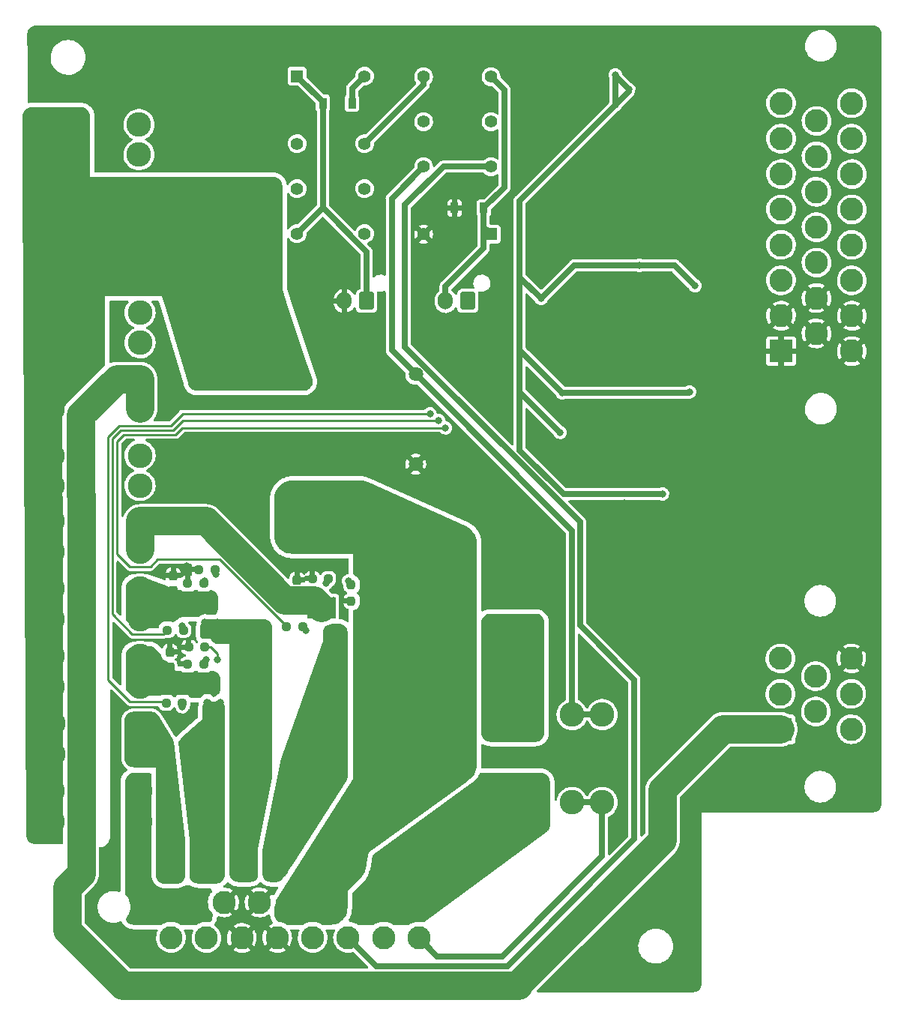
<source format=gbr>
%TF.GenerationSoftware,KiCad,Pcbnew,(6.0.1)*%
%TF.CreationDate,2022-02-14T12:03:47-05:00*%
%TF.ProjectId,rear-control-board,72656172-2d63-46f6-9e74-726f6c2d626f,rev?*%
%TF.SameCoordinates,Original*%
%TF.FileFunction,Copper,L2,Bot*%
%TF.FilePolarity,Positive*%
%FSLAX46Y46*%
G04 Gerber Fmt 4.6, Leading zero omitted, Abs format (unit mm)*
G04 Created by KiCad (PCBNEW (6.0.1)) date 2022-02-14 12:03:47*
%MOMM*%
%LPD*%
G01*
G04 APERTURE LIST*
G04 Aperture macros list*
%AMRoundRect*
0 Rectangle with rounded corners*
0 $1 Rounding radius*
0 $2 $3 $4 $5 $6 $7 $8 $9 X,Y pos of 4 corners*
0 Add a 4 corners polygon primitive as box body*
4,1,4,$2,$3,$4,$5,$6,$7,$8,$9,$2,$3,0*
0 Add four circle primitives for the rounded corners*
1,1,$1+$1,$2,$3*
1,1,$1+$1,$4,$5*
1,1,$1+$1,$6,$7*
1,1,$1+$1,$8,$9*
0 Add four rect primitives between the rounded corners*
20,1,$1+$1,$2,$3,$4,$5,0*
20,1,$1+$1,$4,$5,$6,$7,0*
20,1,$1+$1,$6,$7,$8,$9,0*
20,1,$1+$1,$8,$9,$2,$3,0*%
G04 Aperture macros list end*
%TA.AperFunction,ComponentPad*%
%ADD10C,2.780000*%
%TD*%
%TA.AperFunction,ComponentPad*%
%ADD11C,1.635000*%
%TD*%
%TA.AperFunction,ComponentPad*%
%ADD12O,5.340000X2.670000*%
%TD*%
%TA.AperFunction,ComponentPad*%
%ADD13O,2.925000X5.850000*%
%TD*%
%TA.AperFunction,ComponentPad*%
%ADD14RoundRect,0.250000X0.600000X0.750000X-0.600000X0.750000X-0.600000X-0.750000X0.600000X-0.750000X0*%
%TD*%
%TA.AperFunction,ComponentPad*%
%ADD15O,1.700000X2.000000*%
%TD*%
%TA.AperFunction,ComponentPad*%
%ADD16R,1.400000X1.400000*%
%TD*%
%TA.AperFunction,ComponentPad*%
%ADD17C,1.400000*%
%TD*%
%TA.AperFunction,ComponentPad*%
%ADD18R,2.625000X2.625000*%
%TD*%
%TA.AperFunction,ComponentPad*%
%ADD19C,2.625000*%
%TD*%
%TA.AperFunction,ComponentPad*%
%ADD20C,0.500000*%
%TD*%
%TA.AperFunction,SMDPad,CuDef*%
%ADD21R,3.200000X2.400000*%
%TD*%
%TA.AperFunction,SMDPad,CuDef*%
%ADD22R,0.900000X1.200000*%
%TD*%
%TA.AperFunction,SMDPad,CuDef*%
%ADD23RoundRect,0.237500X0.237500X-0.300000X0.237500X0.300000X-0.237500X0.300000X-0.237500X-0.300000X0*%
%TD*%
%TA.AperFunction,SMDPad,CuDef*%
%ADD24RoundRect,0.237500X-0.250000X-0.237500X0.250000X-0.237500X0.250000X0.237500X-0.250000X0.237500X0*%
%TD*%
%TA.AperFunction,SMDPad,CuDef*%
%ADD25RoundRect,0.237500X0.237500X-0.250000X0.237500X0.250000X-0.237500X0.250000X-0.237500X-0.250000X0*%
%TD*%
%TA.AperFunction,ViaPad*%
%ADD26C,0.800000*%
%TD*%
%TA.AperFunction,Conductor*%
%ADD27C,0.250000*%
%TD*%
%TA.AperFunction,Conductor*%
%ADD28C,0.635000*%
%TD*%
%TA.AperFunction,Conductor*%
%ADD29C,3.175000*%
%TD*%
%TA.AperFunction,Conductor*%
%ADD30C,0.254000*%
%TD*%
G04 APERTURE END LIST*
D10*
%TO.P,F4,1*%
%TO.N,+12V*%
X82798000Y-81441500D03*
X82798000Y-78041500D03*
%TO.P,F4,2*%
%TO.N,/FuseBank/FRONT_12V*%
X92718000Y-78041500D03*
X92718000Y-81441500D03*
%TD*%
%TO.P,F3,1*%
%TO.N,+12V*%
X82798000Y-119365500D03*
X82798000Y-115965500D03*
%TO.P,F3,2*%
%TO.N,/FuseBank/RINE_12V*%
X92718000Y-115965500D03*
X92718000Y-119365500D03*
%TD*%
%TO.P,F2,1*%
%TO.N,+12V*%
X82798000Y-96505500D03*
X82798000Y-93105500D03*
%TO.P,F2,2*%
%TO.N,/FAN_12V*%
X92718000Y-96505500D03*
X92718000Y-93105500D03*
%TD*%
%TO.P,F10,1*%
%TO.N,/SSOK*%
X144907000Y-107301000D03*
X141507000Y-107301000D03*
%TO.P,F10,2*%
%TO.N,/FuseBank/TSV*%
X144907000Y-117221000D03*
X141507000Y-117221000D03*
%TD*%
%TO.P,F5,1*%
%TO.N,+12V*%
X82805000Y-72813000D03*
X82805000Y-69413000D03*
%TO.P,F5,2*%
%TO.N,/REAR_12V*%
X92725000Y-69413000D03*
X92725000Y-72813000D03*
%TD*%
%TO.P,F9,1*%
%TO.N,+12V*%
X82798000Y-65320000D03*
X82798000Y-61920000D03*
%TO.P,F9,2*%
%TO.N,/FuseBank/BRB_LOOP*%
X92718000Y-65320000D03*
X92718000Y-61920000D03*
%TD*%
%TO.P,F7,1*%
%TO.N,+12V*%
X82925000Y-108345500D03*
X82925000Y-111745500D03*
%TO.P,F7,2*%
%TO.N,/FuseBank/SPARE_12V*%
X92845000Y-111745500D03*
X92845000Y-108345500D03*
%TD*%
D11*
%TO.P,K1,1*%
%TO.N,/SSOK*%
X123849100Y-68871450D03*
%TO.P,K1,2*%
%TO.N,GND*%
X123849100Y-79031450D03*
D12*
%TO.P,K1,3*%
%TO.N,/BATT_12V*%
X111839100Y-83811450D03*
D13*
%TO.P,K1,4*%
%TO.N,+12V*%
X108409100Y-65061450D03*
%TD*%
D14*
%TO.P,J4,1,Pin_1*%
%TO.N,/FAULT_LATCHER/BMS_SWITCH*%
X118295000Y-60589000D03*
D15*
%TO.P,J4,2,Pin_2*%
%TO.N,GND*%
X115795000Y-60589000D03*
%TD*%
D16*
%TO.P,K2,1*%
%TO.N,/FAULT_LATCHER/BMS_SWITCH*%
X110456500Y-35199000D03*
D17*
%TO.P,K2,4*%
%TO.N,/FAULT_BMS*%
X110456500Y-42819000D03*
%TO.P,K2,6*%
%TO.N,unconnected-(K2-Pad6)*%
X110456500Y-47899000D03*
%TO.P,K2,8*%
%TO.N,/FAULT_LATCHER/BMS_SWITCH*%
X110456500Y-52979000D03*
%TO.P,K2,9*%
%TO.N,/BRB_RTN*%
X118076500Y-52979000D03*
%TO.P,K2,11*%
%TO.N,unconnected-(K2-Pad11)*%
X118076500Y-47899000D03*
%TO.P,K2,13*%
%TO.N,Net-(K2-Pad13)*%
X118076500Y-42819000D03*
%TO.P,K2,16*%
%TO.N,INT_12V*%
X118076500Y-35199000D03*
%TD*%
D10*
%TO.P,F1,1*%
%TO.N,+12V*%
X82671000Y-40654500D03*
X82671000Y-44054500D03*
%TO.P,F1,2*%
%TO.N,INT_12V*%
X92591000Y-40654500D03*
X92591000Y-44054500D03*
%TD*%
%TO.P,F6,1*%
%TO.N,+12V*%
X82798000Y-100725500D03*
X82798000Y-104125500D03*
%TO.P,F6,2*%
%TO.N,/PUMP_12V*%
X92718000Y-100725500D03*
X92718000Y-104125500D03*
%TD*%
D18*
%TO.P,J3,1,Pin_1*%
%TO.N,/REAR_12V*%
X165046000Y-108965500D03*
D19*
%TO.P,J3,2,Pin_2*%
%TO.N,/CAN_N*%
X165046000Y-104965500D03*
%TO.P,J3,3,Pin_3*%
%TO.N,/CAN_P*%
X165046000Y-100965500D03*
%TO.P,J3,4,Pin_4*%
%TO.N,/CAN_N*%
X169046000Y-106965500D03*
%TO.P,J3,5,Pin_5*%
%TO.N,/CAN_P*%
X169046000Y-102965500D03*
%TO.P,J3,6,Pin_6*%
%TO.N,/CAN_N*%
X173046000Y-108965500D03*
%TO.P,J3,7,Pin_7*%
%TO.N,/CAN_P*%
X173046000Y-104965500D03*
%TO.P,J3,8,Pin_8*%
%TO.N,GND*%
X173046000Y-100965500D03*
%TD*%
D10*
%TO.P,F11,1*%
%TO.N,/charge-controller/dcdc_fuse*%
X136652000Y-107301000D03*
X133252000Y-107301000D03*
%TO.P,F11,2*%
%TO.N,/DCDC_IN*%
X133252000Y-117221000D03*
X136652000Y-117221000D03*
%TD*%
%TO.P,F8,1*%
%TO.N,+12V*%
X82798000Y-88885500D03*
X82798000Y-85485500D03*
%TO.P,F8,2*%
%TO.N,/BRAKE_12V*%
X92718000Y-88885500D03*
X92718000Y-85485500D03*
%TD*%
D14*
%TO.P,J5,1,Pin_1*%
%TO.N,INT_12V*%
X129725000Y-60589000D03*
D15*
%TO.P,J5,2,Pin_2*%
%TO.N,/FAULT_LATCHER/IMD_SWITCH*%
X127225000Y-60589000D03*
%TD*%
D18*
%TO.P,J2,1,Pin_1*%
%TO.N,GND*%
X165117500Y-66260500D03*
D19*
%TO.P,J2,2,Pin_2*%
X165117500Y-62260500D03*
%TO.P,J2,3,Pin_3*%
%TO.N,unconnected-(J2-Pad3)*%
X165117500Y-58260500D03*
%TO.P,J2,4,Pin_4*%
%TO.N,unconnected-(J2-Pad4)*%
X165117500Y-54260500D03*
%TO.P,J2,5,Pin_5*%
%TO.N,unconnected-(J2-Pad5)*%
X165117500Y-50260500D03*
%TO.P,J2,6,Pin_6*%
%TO.N,/WHEEL_R*%
X165117500Y-46260500D03*
%TO.P,J2,7,Pin_7*%
%TO.N,/SUSPENSION_R*%
X165117500Y-42260500D03*
%TO.P,J2,8,Pin_8*%
%TO.N,/WATER_OUT-*%
X165117500Y-38260500D03*
%TO.P,J2,9,Pin_9*%
%TO.N,GND*%
X169117500Y-64260500D03*
%TO.P,J2,10,Pin_10*%
X169117500Y-60260500D03*
%TO.P,J2,11,Pin_11*%
%TO.N,unconnected-(J2-Pad11)*%
X169117500Y-56260500D03*
%TO.P,J2,12,Pin_12*%
%TO.N,unconnected-(J2-Pad12)*%
X169117500Y-52260500D03*
%TO.P,J2,13,Pin_13*%
%TO.N,/WHEEL_L*%
X169117500Y-48260500D03*
%TO.P,J2,14,Pin_14*%
%TO.N,/SUSPENSION_L*%
X169117500Y-44260500D03*
%TO.P,J2,15,Pin_15*%
%TO.N,/WATER_IN-*%
X169117500Y-40260500D03*
%TO.P,J2,16,Pin_16*%
%TO.N,GND*%
X173117500Y-66260500D03*
%TO.P,J2,17,Pin_17*%
X173117500Y-62260500D03*
%TO.P,J2,18,Pin_18*%
%TO.N,+3V3*%
X173117500Y-58260500D03*
%TO.P,J2,19,Pin_19*%
X173117500Y-54260500D03*
%TO.P,J2,20,Pin_20*%
X173117500Y-50260500D03*
%TO.P,J2,21,Pin_21*%
X173117500Y-46260500D03*
%TO.P,J2,22,Pin_22*%
X173117500Y-42260500D03*
%TO.P,J2,23,Pin_23*%
X173117500Y-38260500D03*
%TD*%
D18*
%TO.P,J1,1,Pin_1*%
%TO.N,/FuseBank/SPARE_12V*%
X96205000Y-124524500D03*
D19*
%TO.P,J1,2,Pin_2*%
%TO.N,/PUMP_CTRL_12V*%
X100205000Y-124524500D03*
%TO.P,J1,3,Pin_3*%
%TO.N,/FAN_CTRL_12V*%
X104205000Y-124524500D03*
%TO.P,J1,4,Pin_4*%
%TO.N,/BRAKE_CTRL_12V*%
X108205000Y-124524500D03*
%TO.P,J1,5,Pin_5*%
%TO.N,/BATT_12V*%
X112205000Y-124524500D03*
%TO.P,J1,6,Pin_6*%
X116205000Y-124524500D03*
%TO.P,J1,7,Pin_7*%
%TO.N,/DCDC_IN*%
X120205000Y-124524500D03*
%TO.P,J1,8,Pin_8*%
X124205000Y-124524500D03*
%TO.P,J1,9,Pin_9*%
%TO.N,/FuseBank/RINE_12V*%
X98205000Y-128524500D03*
%TO.P,J1,10,Pin_10*%
%TO.N,GND*%
X102205000Y-128524500D03*
%TO.P,J1,11,Pin_11*%
X106205000Y-128524500D03*
%TO.P,J1,12,Pin_12*%
%TO.N,/BATT_12V*%
X110205000Y-128524500D03*
%TO.P,J1,13,Pin_13*%
X114205000Y-128524500D03*
%TO.P,J1,14,Pin_14*%
%TO.N,/DCDC_IN*%
X118205000Y-128524500D03*
%TO.P,J1,15,Pin_15*%
X122205000Y-128524500D03*
%TO.P,J1,16,Pin_16*%
%TO.N,/FuseBank/FRONT_12V*%
X96205000Y-132524500D03*
%TO.P,J1,17,Pin_17*%
%TO.N,/FuseBank/BRB_LOOP*%
X100205000Y-132524500D03*
%TO.P,J1,18,Pin_18*%
%TO.N,GND*%
X104205000Y-132524500D03*
%TO.P,J1,19,Pin_19*%
X108205000Y-132524500D03*
%TO.P,J1,20,Pin_20*%
%TO.N,/BRB_RTN*%
X112205000Y-132524500D03*
%TO.P,J1,21,Pin_21*%
%TO.N,/FAULT_IMD*%
X116205000Y-132524500D03*
%TO.P,J1,22,Pin_22*%
%TO.N,/FAULT_BMS*%
X120205000Y-132524500D03*
%TO.P,J1,23,Pin_23*%
%TO.N,/FuseBank/TSV*%
X124205000Y-132524500D03*
%TD*%
D20*
%TO.P,U6,9,VIN*%
%TO.N,/PUMP_12V*%
X100869000Y-104702000D03*
X100869000Y-102802000D03*
X99519000Y-104702000D03*
X98169000Y-102802000D03*
D21*
X99519000Y-103752000D03*
D20*
X98169000Y-104702000D03*
X99519000Y-102802000D03*
%TD*%
D16*
%TO.P,K3,1*%
%TO.N,/FAULT_LATCHER/IMD_SWITCH*%
X132364500Y-53046500D03*
D17*
%TO.P,K3,4*%
%TO.N,/FAULT_IMD*%
X132364500Y-45426500D03*
%TO.P,K3,6*%
%TO.N,unconnected-(K3-Pad6)*%
X132364500Y-40346500D03*
%TO.P,K3,8*%
%TO.N,/FAULT_LATCHER/IMD_SWITCH*%
X132364500Y-35266500D03*
%TO.P,K3,9*%
%TO.N,Net-(K2-Pad13)*%
X124744500Y-35266500D03*
%TO.P,K3,11*%
%TO.N,unconnected-(K3-Pad11)*%
X124744500Y-40346500D03*
%TO.P,K3,13*%
%TO.N,/SSOK*%
X124744500Y-45426500D03*
%TO.P,K3,16*%
%TO.N,GND*%
X124744500Y-53046500D03*
%TD*%
D21*
%TO.P,U5,9,VIN*%
%TO.N,/FAN_12V*%
X99392000Y-94735000D03*
D20*
X98042000Y-95685000D03*
X100742000Y-95685000D03*
X99392000Y-93785000D03*
X100742000Y-93785000D03*
X99392000Y-95685000D03*
X98042000Y-93785000D03*
%TD*%
%TO.P,U7,9,VIN*%
%TO.N,/BRAKE_12V*%
X113235000Y-96193000D03*
X113235000Y-94293000D03*
X111885000Y-94293000D03*
X111885000Y-96193000D03*
X114585000Y-94293000D03*
X114585000Y-96193000D03*
D21*
X113235000Y-95243000D03*
%TD*%
D22*
%TO.P,D5,1,K*%
%TO.N,/FAULT_LATCHER/IMD_SWITCH*%
X131541000Y-50087000D03*
%TO.P,D5,2,A*%
%TO.N,GND*%
X128241000Y-50087000D03*
%TD*%
%TO.P,D4,1,K*%
%TO.N,INT_12V*%
X116651000Y-38247000D03*
%TO.P,D4,2,A*%
%TO.N,/FAULT_LATCHER/BMS_SWITCH*%
X113351000Y-38247000D03*
%TD*%
D23*
%TO.P,C2,1*%
%TO.N,/FAN_12V*%
X96471000Y-93311500D03*
%TO.P,C2,2*%
%TO.N,GND*%
X96471000Y-91586500D03*
%TD*%
D24*
%TO.P,R11,1*%
%TO.N,/Controller/FAN_CTRL*%
X95812500Y-97783000D03*
%TO.P,R11,2*%
%TO.N,Net-(R11-Pad2)*%
X97637500Y-97783000D03*
%TD*%
%TO.P,R13,1*%
%TO.N,/Controller/BRAKE_CTRL*%
X109274500Y-97402000D03*
%TO.P,R13,2*%
%TO.N,Net-(R13-Pad2)*%
X111099500Y-97402000D03*
%TD*%
%TO.P,R17,1*%
%TO.N,GND*%
X112172000Y-91941000D03*
%TO.P,R17,2*%
%TO.N,Net-(U7-Pad2)*%
X113997000Y-91941000D03*
%TD*%
D23*
%TO.P,C3,1*%
%TO.N,/PUMP_12V*%
X96090000Y-101947500D03*
%TO.P,C3,2*%
%TO.N,GND*%
X96090000Y-100222500D03*
%TD*%
D24*
%TO.P,R14,1*%
%TO.N,GND*%
X98202000Y-99688000D03*
%TO.P,R14,2*%
%TO.N,Net-(U6-Pad1)*%
X100027000Y-99688000D03*
%TD*%
D25*
%TO.P,R16,1*%
%TO.N,GND*%
X116537000Y-94481000D03*
%TO.P,R16,2*%
%TO.N,Net-(U7-Pad1)*%
X116537000Y-92656000D03*
%TD*%
D24*
%TO.P,R15,1*%
%TO.N,GND*%
X98098500Y-101593000D03*
%TO.P,R15,2*%
%TO.N,Net-(U6-Pad2)*%
X99923500Y-101593000D03*
%TD*%
%TO.P,R1,1*%
%TO.N,GND*%
X99368500Y-90925000D03*
%TO.P,R1,2*%
%TO.N,Net-(U5-Pad1)*%
X101193500Y-90925000D03*
%TD*%
D23*
%TO.P,C13,1*%
%TO.N,/BRAKE_12V*%
X110441000Y-93819500D03*
%TO.P,C13,2*%
%TO.N,GND*%
X110441000Y-92094500D03*
%TD*%
D24*
%TO.P,R12,1*%
%TO.N,/Controller/PUMP_CTRL*%
X95685500Y-106038000D03*
%TO.P,R12,2*%
%TO.N,Net-(U6-Pad5)*%
X97510500Y-106038000D03*
%TD*%
%TO.P,R9,1*%
%TO.N,GND*%
X98098500Y-92449000D03*
%TO.P,R9,2*%
%TO.N,Net-(U5-Pad2)*%
X99923500Y-92449000D03*
%TD*%
D26*
%TO.N,GND*%
X97995000Y-90544000D03*
X137619000Y-55619000D03*
X151843000Y-65652000D03*
X141556000Y-73526000D03*
X97080600Y-108247800D03*
X89994000Y-122548000D03*
X131142000Y-78733000D03*
X149303000Y-58260600D03*
X124030000Y-71748000D03*
X155297400Y-47389400D03*
X137619000Y-52952000D03*
X89994000Y-124326000D03*
X149506200Y-55161800D03*
X128602000Y-76320000D03*
X137619000Y-56762000D03*
X153113000Y-68446000D03*
X155195800Y-43274600D03*
X149430000Y-76447000D03*
X144477000Y-67557000D03*
X147779000Y-61588000D03*
X89994000Y-125977000D03*
X147017000Y-76447000D03*
X121617000Y-69335000D03*
X137619000Y-51682000D03*
X151905000Y-61650000D03*
X141429000Y-79368000D03*
X147904500Y-65650500D03*
X147398000Y-83432000D03*
X90019400Y-98900600D03*
X97106000Y-99053000D03*
X122760000Y-70605000D03*
X155449800Y-41344200D03*
X129872000Y-77590000D03*
%TO.N,+3V3*%
X146382000Y-38474000D03*
X147906000Y-36696000D03*
X140159000Y-75431000D03*
X151716000Y-82416000D03*
X146382000Y-35045000D03*
X154764000Y-70859000D03*
X149099800Y-56584200D03*
X138000000Y-60318000D03*
X140413000Y-70986000D03*
X155399000Y-58870200D03*
%TO.N,/FAN_CTRL_12V*%
X101424000Y-96894000D03*
X100027000Y-96894000D03*
%TO.N,/PUMP_CTRL_12V*%
X101805000Y-105911000D03*
X100281000Y-105911000D03*
%TO.N,/Controller/FAN_CTRL*%
X126443000Y-74087147D03*
%TO.N,/Controller/PUMP_CTRL*%
X125465352Y-73360647D03*
%TO.N,/Controller/BRAKE_CTRL*%
X127205000Y-74923000D03*
%TO.N,/charge-controller/dcdc_fuse*%
X131878600Y-102558200D03*
X137111000Y-102558200D03*
X131827800Y-97732200D03*
X137009400Y-97833800D03*
%TO.N,Net-(R11-Pad2)*%
X97487000Y-97275000D03*
%TO.N,Net-(U5-Pad1)*%
X101297000Y-91433000D03*
%TO.N,Net-(R13-Pad2)*%
X111457000Y-97783000D03*
%TO.N,Net-(U5-Pad2)*%
X100027000Y-92195000D03*
%TO.N,Net-(U6-Pad5)*%
X97487000Y-106419000D03*
%TO.N,Net-(U6-Pad1)*%
X101432500Y-101093500D03*
%TO.N,Net-(U6-Pad2)*%
X100154000Y-101102000D03*
%TO.N,Net-(U7-Pad1)*%
X116283000Y-92195000D03*
%TO.N,Net-(U7-Pad2)*%
X113743000Y-92449000D03*
%TD*%
D27*
%TO.N,GND*%
X98202000Y-101489500D02*
X98098500Y-101593000D01*
D28*
%TO.N,+3V3*%
X135587000Y-70859000D02*
X140159000Y-75431000D01*
X141733800Y-56584200D02*
X149506200Y-56584200D01*
X135587000Y-77463000D02*
X140540000Y-82416000D01*
X146382000Y-38474000D02*
X135587000Y-49269000D01*
X140413000Y-70986000D02*
X154637000Y-70986000D01*
X146382000Y-35172000D02*
X147906000Y-36696000D01*
X153113000Y-56584200D02*
X155399000Y-58870200D01*
X135587000Y-70351000D02*
X135587000Y-77463000D01*
X135587000Y-66160000D02*
X140413000Y-70986000D01*
X135587000Y-63366000D02*
X135587000Y-66160000D01*
X147906000Y-36696000D02*
X147906000Y-36950000D01*
X135587000Y-55492000D02*
X135587000Y-63366000D01*
X154637000Y-70986000D02*
X154764000Y-70859000D01*
X149506200Y-56584200D02*
X153113000Y-56584200D01*
X147906000Y-36950000D02*
X146382000Y-38474000D01*
X135587000Y-57905000D02*
X138000000Y-60318000D01*
X135587000Y-55492000D02*
X135587000Y-57905000D01*
X135587000Y-63366000D02*
X135587000Y-70351000D01*
X146382000Y-35045000D02*
X146382000Y-35172000D01*
X146382000Y-35045000D02*
X146382000Y-38474000D01*
X138000000Y-60318000D02*
X141733800Y-56584200D01*
X135587000Y-70351000D02*
X135587000Y-70859000D01*
X135587000Y-49269000D02*
X135587000Y-55492000D01*
X140540000Y-82416000D02*
X151716000Y-82416000D01*
%TO.N,INT_12V*%
X116651000Y-36624500D02*
X118076500Y-35199000D01*
X116651000Y-38247000D02*
X116651000Y-36624500D01*
%TO.N,/FAULT_LATCHER/BMS_SWITCH*%
X118295000Y-55028500D02*
X118295000Y-60589000D01*
X113351000Y-38247000D02*
X113351000Y-50084500D01*
X113351000Y-50084500D02*
X110456500Y-52979000D01*
X113351000Y-50084500D02*
X118295000Y-55028500D01*
X113351000Y-38093500D02*
X110456500Y-35199000D01*
X113351000Y-38247000D02*
X113351000Y-38093500D01*
%TO.N,/FAULT_LATCHER/IMD_SWITCH*%
X133891000Y-47737000D02*
X131541000Y-50087000D01*
X131541000Y-50087000D02*
X131541000Y-52223000D01*
X127225000Y-58933000D02*
X127225000Y-60589000D01*
X131541000Y-54617000D02*
X127225000Y-58933000D01*
X131541000Y-52223000D02*
X132364500Y-53046500D01*
X133891000Y-36793000D02*
X133891000Y-47737000D01*
X131541000Y-52223000D02*
X131541000Y-54617000D01*
X132364500Y-35266500D02*
X133891000Y-36793000D01*
D29*
%TO.N,/BRAKE_12V*%
X92718000Y-85485500D02*
X92718000Y-88687991D01*
X109083998Y-94419020D02*
X100150478Y-85485500D01*
X112411020Y-94419020D02*
X109083998Y-94419020D01*
X92718000Y-85485500D02*
X100150478Y-85485500D01*
X113235000Y-95243000D02*
X112411020Y-94419020D01*
%TO.N,/REAR_12V*%
X86102011Y-82588011D02*
X86102011Y-125296989D01*
X84533000Y-126866000D02*
X84533000Y-131692000D01*
X90170000Y-69413000D02*
X86057000Y-73526000D01*
X92725000Y-69413000D02*
X92725000Y-72754980D01*
X86057000Y-73526000D02*
X86057000Y-82543000D01*
X151716000Y-121532000D02*
X151716000Y-115817000D01*
X92725000Y-69413000D02*
X90170000Y-69413000D01*
X90756000Y-137915000D02*
X135460000Y-137915000D01*
X158567500Y-108965500D02*
X165046000Y-108965500D01*
X135460000Y-137788000D02*
X151716000Y-121532000D01*
X135460000Y-137915000D02*
X135460000Y-137788000D01*
X86102011Y-125296989D02*
X84533000Y-126866000D01*
X151716000Y-115817000D02*
X158567500Y-108965500D01*
X86057000Y-82543000D02*
X86102011Y-82588011D01*
X84533000Y-131692000D02*
X90756000Y-137915000D01*
D28*
%TO.N,/FAULT_IMD*%
X139291000Y-82437000D02*
X142421000Y-85567000D01*
X132364500Y-45426500D02*
X126981500Y-45426500D01*
X122651000Y-49757000D02*
X122651000Y-65786065D01*
X142421000Y-85567000D02*
X142421000Y-97257000D01*
X119377500Y-135697000D02*
X116205000Y-132524500D01*
X139291000Y-82426065D02*
X139291000Y-82437000D01*
X148561000Y-121337000D02*
X134201000Y-135697000D01*
X122651000Y-65786065D02*
X139291000Y-82426065D01*
X134201000Y-135697000D02*
X119377500Y-135697000D01*
X148561000Y-103397000D02*
X148561000Y-121337000D01*
X142421000Y-97257000D02*
X148561000Y-103397000D01*
X126981500Y-45426500D02*
X122651000Y-49757000D01*
%TO.N,/SSOK*%
X123849100Y-68871450D02*
X121135520Y-66157870D01*
X141507000Y-86529350D02*
X141507000Y-107301000D01*
X121135520Y-49035480D02*
X124744500Y-45426500D01*
X144907000Y-107301000D02*
X141507000Y-107301000D01*
X121135520Y-66157870D02*
X121135520Y-49035480D01*
X123849100Y-68871450D02*
X141507000Y-86529350D01*
D30*
%TO.N,/Controller/FAN_CTRL*%
X96471000Y-75177000D02*
X90508374Y-75177000D01*
X90508374Y-75177000D02*
X89558520Y-76126854D01*
X91830011Y-98222011D02*
X95373489Y-98222011D01*
X89558520Y-76126854D02*
X89558520Y-95950520D01*
X97560853Y-74087147D02*
X96471000Y-75177000D01*
X89558520Y-95950520D02*
X91830011Y-98222011D01*
X95373489Y-98222011D02*
X95812500Y-97783000D01*
X126443000Y-74087147D02*
X97560853Y-74087147D01*
%TO.N,/Controller/PUMP_CTRL*%
X90375000Y-74669000D02*
X89105000Y-75939000D01*
X97525353Y-73360647D02*
X96217000Y-74669000D01*
X96217000Y-74669000D02*
X90375000Y-74669000D01*
X91576011Y-105842011D02*
X95489511Y-105842011D01*
X89105000Y-103371000D02*
X91576011Y-105842011D01*
X89105000Y-75939000D02*
X89105000Y-103371000D01*
X125465352Y-73360647D02*
X97525353Y-73360647D01*
%TO.N,/Controller/BRAKE_CTRL*%
X90121000Y-89147000D02*
X91576011Y-90602011D01*
X127205000Y-74923000D02*
X97487000Y-74923000D01*
X93872989Y-90602011D02*
X94693000Y-89782000D01*
X90883000Y-75685000D02*
X90121000Y-76447000D01*
X94693000Y-89782000D02*
X101740144Y-89782000D01*
X90121000Y-76447000D02*
X90121000Y-89147000D01*
X102081624Y-90123480D02*
X109274500Y-97316356D01*
X97487000Y-74923000D02*
X96725000Y-75685000D01*
X109274500Y-97316356D02*
X109274500Y-97402000D01*
X101740144Y-89782000D02*
X102081624Y-90123480D01*
X91576011Y-90602011D02*
X93872989Y-90602011D01*
X96725000Y-75685000D02*
X90883000Y-75685000D01*
D28*
%TO.N,/FuseBank/TSV*%
X133621000Y-134597000D02*
X126277500Y-134597000D01*
X144907000Y-117221000D02*
X141507000Y-117221000D01*
X144907000Y-123311000D02*
X133621000Y-134597000D01*
X126277500Y-134597000D02*
X124205000Y-132524500D01*
X144907000Y-117221000D02*
X144907000Y-123311000D01*
%TO.N,Net-(K2-Pad13)*%
X118076500Y-42819000D02*
X124744500Y-36151000D01*
X124744500Y-36151000D02*
X124744500Y-35266500D01*
D27*
%TO.N,Net-(R13-Pad2)*%
X111457000Y-97783000D02*
X111457000Y-97759500D01*
X111457000Y-97759500D02*
X111099500Y-97402000D01*
%TO.N,Net-(U6-Pad5)*%
X97487000Y-106061500D02*
X97510500Y-106038000D01*
X97487000Y-106419000D02*
X97487000Y-106061500D01*
%TO.N,Net-(U6-Pad1)*%
X100027000Y-99688000D02*
X100662000Y-99688000D01*
X101432500Y-100458500D02*
X101432500Y-101093500D01*
X100662000Y-99688000D02*
X101432500Y-100458500D01*
%TO.N,Net-(U6-Pad2)*%
X100154000Y-101362500D02*
X99923500Y-101593000D01*
X100154000Y-101102000D02*
X100154000Y-101362500D01*
%TO.N,Net-(U7-Pad1)*%
X116283000Y-92402000D02*
X116537000Y-92656000D01*
X116283000Y-92195000D02*
X116283000Y-92402000D01*
%TO.N,Net-(U7-Pad2)*%
X113743000Y-92195000D02*
X113997000Y-91941000D01*
X113743000Y-92449000D02*
X113743000Y-92195000D01*
%TD*%
%TA.AperFunction,Conductor*%
%TO.N,/FuseBank/SPARE_12V*%
G36*
X93966250Y-106986480D02*
G01*
X94148994Y-107005120D01*
X94174038Y-107010283D01*
X94343107Y-107063499D01*
X94366592Y-107073612D01*
X94521431Y-107159867D01*
X94542391Y-107174513D01*
X94676628Y-107290253D01*
X94694200Y-107308830D01*
X94796080Y-107441202D01*
X94806235Y-107454397D01*
X94813515Y-107464922D01*
X95007862Y-107778867D01*
X96377282Y-109991008D01*
X96383891Y-110003120D01*
X96469038Y-110181776D01*
X96478102Y-110207797D01*
X96522378Y-110400691D01*
X96524724Y-110414287D01*
X97811993Y-121455094D01*
X97812364Y-121458732D01*
X97816933Y-121511087D01*
X97817357Y-121518386D01*
X97818881Y-121570902D01*
X97818934Y-121574557D01*
X97818934Y-125410643D01*
X97818327Y-125422993D01*
X97800936Y-125599567D01*
X97796119Y-125623787D01*
X97746416Y-125787639D01*
X97736963Y-125810459D01*
X97656253Y-125961458D01*
X97642535Y-125981988D01*
X97533908Y-126114351D01*
X97516455Y-126131804D01*
X97384092Y-126240431D01*
X97363565Y-126254147D01*
X97271351Y-126303437D01*
X97212563Y-126334859D01*
X97189744Y-126344312D01*
X97025891Y-126394015D01*
X97001674Y-126398831D01*
X96825097Y-126416223D01*
X96812747Y-126416830D01*
X95523121Y-126416830D01*
X95510771Y-126416223D01*
X95334194Y-126398831D01*
X95309977Y-126394015D01*
X95146124Y-126344312D01*
X95123305Y-126334859D01*
X95064517Y-126303437D01*
X94972303Y-126254147D01*
X94951776Y-126240431D01*
X94819413Y-126131804D01*
X94801960Y-126114351D01*
X94693333Y-125981988D01*
X94679615Y-125961458D01*
X94598905Y-125810459D01*
X94589452Y-125787639D01*
X94539749Y-125623787D01*
X94534932Y-125599567D01*
X94517541Y-125422993D01*
X94516934Y-125410643D01*
X94516934Y-113259630D01*
X91967121Y-113259630D01*
X91954771Y-113259023D01*
X91778194Y-113241631D01*
X91753977Y-113236815D01*
X91590124Y-113187112D01*
X91567305Y-113177659D01*
X91508517Y-113146237D01*
X91416303Y-113096947D01*
X91395776Y-113083231D01*
X91263413Y-112974604D01*
X91245960Y-112957151D01*
X91137333Y-112824788D01*
X91123615Y-112804258D01*
X91042905Y-112653259D01*
X91033452Y-112630439D01*
X90983749Y-112466587D01*
X90978932Y-112442367D01*
X90961541Y-112265793D01*
X90960934Y-112253443D01*
X90960934Y-107992017D01*
X90961541Y-107979667D01*
X90978932Y-107803093D01*
X90983749Y-107778873D01*
X91033452Y-107615020D01*
X91042905Y-107592201D01*
X91113848Y-107459475D01*
X91123617Y-107441199D01*
X91137333Y-107420672D01*
X91245960Y-107288309D01*
X91263413Y-107270856D01*
X91395776Y-107162229D01*
X91416303Y-107148513D01*
X91567305Y-107067801D01*
X91590125Y-107058348D01*
X91753977Y-107008645D01*
X91778194Y-107003829D01*
X91954771Y-106986437D01*
X91967121Y-106985830D01*
X93953464Y-106985830D01*
X93966250Y-106986480D01*
G37*
%TD.AperFunction*%
%TD*%
%TA.AperFunction,Conductor*%
%TO.N,/charge-controller/dcdc_fuse*%
G36*
X137387163Y-95904007D02*
G01*
X137563740Y-95921399D01*
X137587957Y-95926215D01*
X137751809Y-95975918D01*
X137774629Y-95985371D01*
X137925631Y-96066083D01*
X137946158Y-96079799D01*
X138078521Y-96188426D01*
X138095974Y-96205879D01*
X138204601Y-96338242D01*
X138218319Y-96358772D01*
X138299029Y-96509771D01*
X138308482Y-96532590D01*
X138358185Y-96696443D01*
X138363002Y-96720663D01*
X138380393Y-96897237D01*
X138381000Y-96909587D01*
X138381000Y-109375213D01*
X138380393Y-109387563D01*
X138363002Y-109564137D01*
X138358185Y-109588357D01*
X138308482Y-109752209D01*
X138299029Y-109775029D01*
X138218319Y-109926028D01*
X138204601Y-109946558D01*
X138095974Y-110078921D01*
X138078521Y-110096374D01*
X137946158Y-110205001D01*
X137925631Y-110218717D01*
X137833417Y-110268007D01*
X137774629Y-110299429D01*
X137751810Y-110308882D01*
X137587957Y-110358585D01*
X137563740Y-110363401D01*
X137387163Y-110380793D01*
X137374813Y-110381400D01*
X132275187Y-110381400D01*
X132262837Y-110380793D01*
X132086260Y-110363401D01*
X132062043Y-110358585D01*
X131898190Y-110308882D01*
X131875371Y-110299429D01*
X131816583Y-110268007D01*
X131724369Y-110218717D01*
X131703842Y-110205001D01*
X131571479Y-110096374D01*
X131554026Y-110078921D01*
X131445399Y-109946558D01*
X131431681Y-109926028D01*
X131350971Y-109775029D01*
X131341518Y-109752209D01*
X131291815Y-109588357D01*
X131286998Y-109564137D01*
X131269607Y-109387563D01*
X131269000Y-109375213D01*
X131269000Y-96909587D01*
X131269607Y-96897237D01*
X131286998Y-96720663D01*
X131291815Y-96696443D01*
X131341518Y-96532590D01*
X131350971Y-96509771D01*
X131431681Y-96358772D01*
X131445399Y-96338242D01*
X131554026Y-96205879D01*
X131571479Y-96188426D01*
X131703842Y-96079799D01*
X131724369Y-96066083D01*
X131875371Y-95985371D01*
X131898191Y-95975918D01*
X132062043Y-95926215D01*
X132086260Y-95921399D01*
X132262837Y-95904007D01*
X132275187Y-95903400D01*
X137374813Y-95903400D01*
X137387163Y-95904007D01*
G37*
%TD.AperFunction*%
%TD*%
%TA.AperFunction,Conductor*%
%TO.N,/PUMP_CTRL_12V*%
G36*
X101631116Y-105611934D02*
G01*
X101683810Y-105627919D01*
X101706629Y-105637371D01*
X101857631Y-105718083D01*
X101878158Y-105731799D01*
X102010521Y-105840426D01*
X102027974Y-105857879D01*
X102136601Y-105990242D01*
X102150319Y-106010772D01*
X102231029Y-106161771D01*
X102240482Y-106184590D01*
X102290185Y-106348443D01*
X102295002Y-106372663D01*
X102312393Y-106549237D01*
X102313000Y-106561587D01*
X102313000Y-125377213D01*
X102312393Y-125389563D01*
X102295002Y-125566137D01*
X102290185Y-125590357D01*
X102240482Y-125754209D01*
X102231029Y-125777029D01*
X102150319Y-125928028D01*
X102136601Y-125948558D01*
X102027974Y-126080921D01*
X102010521Y-126098374D01*
X101878158Y-126207001D01*
X101857631Y-126220717D01*
X101765417Y-126270007D01*
X101706629Y-126301429D01*
X101683810Y-126310882D01*
X101519957Y-126360585D01*
X101495740Y-126365401D01*
X101319163Y-126382793D01*
X101306813Y-126383400D01*
X99255187Y-126383400D01*
X99242837Y-126382793D01*
X99066260Y-126365401D01*
X99042043Y-126360585D01*
X98878190Y-126310882D01*
X98855371Y-126301429D01*
X98796583Y-126270007D01*
X98704369Y-126220717D01*
X98683842Y-126207001D01*
X98551479Y-126098374D01*
X98534026Y-126080921D01*
X98425399Y-125948558D01*
X98411681Y-125928028D01*
X98330971Y-125777029D01*
X98321518Y-125754207D01*
X98309194Y-125713578D01*
X98305132Y-125658524D01*
X98306261Y-125650910D01*
X98306265Y-125650874D01*
X98306490Y-125649360D01*
X98312302Y-125590357D01*
X98323800Y-125473612D01*
X98323802Y-125473584D01*
X98323881Y-125472786D01*
X98325715Y-125447931D01*
X98326322Y-125435581D01*
X98326934Y-125410643D01*
X98326934Y-121574557D01*
X98326881Y-121567191D01*
X98326828Y-121563536D01*
X98326667Y-121556166D01*
X98325143Y-121503650D01*
X98324502Y-121488926D01*
X98324078Y-121481627D01*
X98323010Y-121466922D01*
X98318441Y-121414567D01*
X98317743Y-121407194D01*
X98317372Y-121403556D01*
X98316575Y-121396264D01*
X97044388Y-110484815D01*
X97052045Y-110424717D01*
X97080787Y-110350508D01*
X97091381Y-110329320D01*
X97178310Y-110189987D01*
X97192685Y-110171155D01*
X97203458Y-110159500D01*
X97308210Y-110046176D01*
X97316649Y-110037868D01*
X99440274Y-108135324D01*
X99440277Y-108135321D01*
X99773000Y-107837236D01*
X99773000Y-106561587D01*
X99773607Y-106549237D01*
X99790998Y-106372663D01*
X99795815Y-106348443D01*
X99845518Y-106184590D01*
X99854971Y-106161771D01*
X99935681Y-106010772D01*
X99949399Y-105990242D01*
X100058026Y-105857879D01*
X100075479Y-105840426D01*
X100207842Y-105731799D01*
X100228369Y-105718083D01*
X100379371Y-105637371D01*
X100402192Y-105627918D01*
X100454875Y-105611937D01*
X100525868Y-105611304D01*
X100573052Y-105636506D01*
X100671518Y-105720199D01*
X100671522Y-105720202D01*
X100674721Y-105722921D01*
X100678254Y-105725191D01*
X100678260Y-105725196D01*
X100709806Y-105745469D01*
X100730561Y-105758807D01*
X100852830Y-105816059D01*
X100931007Y-105828823D01*
X100991083Y-105838632D01*
X100991088Y-105838632D01*
X100995532Y-105839358D01*
X101000034Y-105839444D01*
X101000037Y-105839444D01*
X101024013Y-105839900D01*
X101066516Y-105840710D01*
X101209999Y-105822862D01*
X101342645Y-105765313D01*
X101373129Y-105746533D01*
X101399258Y-105730436D01*
X101399260Y-105730434D01*
X101403090Y-105728075D01*
X101406539Y-105725200D01*
X101406544Y-105725196D01*
X101513854Y-105635730D01*
X101578985Y-105607472D01*
X101631116Y-105611934D01*
G37*
%TD.AperFunction*%
%TD*%
%TA.AperFunction,Conductor*%
%TO.N,/FuseBank/RINE_12V*%
G36*
X93572163Y-113912607D02*
G01*
X93748740Y-113929999D01*
X93772959Y-113934815D01*
X93919510Y-113979271D01*
X93978891Y-114018185D01*
X94007807Y-114083027D01*
X94008934Y-114099845D01*
X94008934Y-125410643D01*
X94009546Y-125435581D01*
X94010153Y-125447931D01*
X94011987Y-125472786D01*
X94012066Y-125473584D01*
X94012068Y-125473612D01*
X94029227Y-125647832D01*
X94029230Y-125647852D01*
X94029378Y-125649360D01*
X94036690Y-125698660D01*
X94041507Y-125722880D01*
X94053623Y-125771249D01*
X94103326Y-125935101D01*
X94120126Y-125982054D01*
X94129579Y-126004874D01*
X94134414Y-126015096D01*
X94150221Y-126048518D01*
X94150231Y-126048537D01*
X94150888Y-126049927D01*
X94151615Y-126051288D01*
X94151622Y-126051301D01*
X94187503Y-126118429D01*
X94231598Y-126200926D01*
X94257231Y-126243692D01*
X94270949Y-126264222D01*
X94300643Y-126304259D01*
X94409270Y-126436622D01*
X94442750Y-126473561D01*
X94460203Y-126491014D01*
X94497142Y-126524494D01*
X94498330Y-126525469D01*
X94498337Y-126525475D01*
X94566000Y-126581004D01*
X94566000Y-126612000D01*
X94603769Y-126612000D01*
X94611509Y-126618352D01*
X94624953Y-126629385D01*
X94629505Y-126633121D01*
X94669542Y-126662815D01*
X94690069Y-126676531D01*
X94732831Y-126702162D01*
X94734189Y-126702888D01*
X94734191Y-126702889D01*
X94825045Y-126751452D01*
X94825052Y-126751456D01*
X94882475Y-126782149D01*
X94882494Y-126782158D01*
X94883840Y-126782878D01*
X94885247Y-126783543D01*
X94885256Y-126783548D01*
X94912613Y-126796487D01*
X94928883Y-126804182D01*
X94951702Y-126813635D01*
X94953150Y-126814153D01*
X94953160Y-126814157D01*
X94997203Y-126829917D01*
X94997219Y-126829922D01*
X94998663Y-126830439D01*
X95026310Y-126838825D01*
X95161038Y-126879694D01*
X95161050Y-126879697D01*
X95162516Y-126880142D01*
X95177605Y-126883921D01*
X95209413Y-126891888D01*
X95209429Y-126891892D01*
X95210892Y-126892258D01*
X95235109Y-126897074D01*
X95236647Y-126897302D01*
X95236652Y-126897303D01*
X95282852Y-126904156D01*
X95282870Y-126904158D01*
X95284399Y-126904385D01*
X95285946Y-126904537D01*
X95285951Y-126904538D01*
X95460202Y-126921701D01*
X95460221Y-126921703D01*
X95460976Y-126921777D01*
X95485833Y-126923611D01*
X95494341Y-126924029D01*
X95497367Y-126924178D01*
X95497376Y-126924178D01*
X95498183Y-126924218D01*
X95503341Y-126924345D01*
X95522383Y-126924812D01*
X95522392Y-126924812D01*
X95523121Y-126924830D01*
X96812747Y-126924830D01*
X96813476Y-126924812D01*
X96813485Y-126924812D01*
X96832527Y-126924345D01*
X96837685Y-126924218D01*
X96838492Y-126924178D01*
X96838501Y-126924178D01*
X96841527Y-126924029D01*
X96850035Y-126923611D01*
X96874892Y-126921777D01*
X96875647Y-126921703D01*
X96875666Y-126921701D01*
X97049917Y-126904538D01*
X97049922Y-126904537D01*
X97051469Y-126904385D01*
X97052998Y-126904158D01*
X97053016Y-126904156D01*
X97099216Y-126897303D01*
X97099221Y-126897302D01*
X97100759Y-126897074D01*
X97124976Y-126892258D01*
X97126439Y-126891892D01*
X97126455Y-126891888D01*
X97158263Y-126883921D01*
X97173352Y-126880142D01*
X97174818Y-126879697D01*
X97174830Y-126879694D01*
X97309558Y-126838825D01*
X97337205Y-126830439D01*
X97338649Y-126829922D01*
X97338665Y-126829917D01*
X97382708Y-126814157D01*
X97382718Y-126814153D01*
X97384166Y-126813635D01*
X97406985Y-126804182D01*
X97423255Y-126796487D01*
X97450612Y-126783548D01*
X97450621Y-126783543D01*
X97452028Y-126782878D01*
X97453374Y-126782158D01*
X97453393Y-126782149D01*
X97510816Y-126751456D01*
X97510823Y-126751452D01*
X97601677Y-126702889D01*
X97601679Y-126702888D01*
X97603037Y-126702162D01*
X97645799Y-126676531D01*
X97666326Y-126662815D01*
X97701408Y-126636796D01*
X97768038Y-126612282D01*
X97776466Y-126612000D01*
X98337368Y-126612000D01*
X98407370Y-126633235D01*
X98422135Y-126643101D01*
X98464897Y-126668732D01*
X98466255Y-126669458D01*
X98466257Y-126669459D01*
X98557111Y-126718022D01*
X98557118Y-126718026D01*
X98614541Y-126748719D01*
X98614560Y-126748728D01*
X98615906Y-126749448D01*
X98617313Y-126750113D01*
X98617322Y-126750118D01*
X98652183Y-126766606D01*
X98660949Y-126770752D01*
X98683768Y-126780205D01*
X98685216Y-126780723D01*
X98685226Y-126780727D01*
X98729269Y-126796487D01*
X98729285Y-126796492D01*
X98730729Y-126797009D01*
X98732216Y-126797460D01*
X98893104Y-126846264D01*
X98893116Y-126846267D01*
X98894582Y-126846712D01*
X98919022Y-126852833D01*
X98941479Y-126858458D01*
X98941495Y-126858462D01*
X98942958Y-126858828D01*
X98967175Y-126863644D01*
X98968713Y-126863872D01*
X98968718Y-126863873D01*
X99014918Y-126870726D01*
X99014936Y-126870728D01*
X99016465Y-126870955D01*
X99018012Y-126871107D01*
X99018017Y-126871108D01*
X99192268Y-126888271D01*
X99192287Y-126888273D01*
X99193042Y-126888347D01*
X99217899Y-126890181D01*
X99226407Y-126890599D01*
X99229433Y-126890748D01*
X99229442Y-126890748D01*
X99230249Y-126890788D01*
X99235407Y-126890915D01*
X99254449Y-126891382D01*
X99254458Y-126891382D01*
X99255187Y-126891400D01*
X100552441Y-126891400D01*
X100620562Y-126911402D01*
X100649836Y-126937462D01*
X100739601Y-127046842D01*
X100753319Y-127067372D01*
X100828747Y-127208489D01*
X100843219Y-127277995D01*
X100814499Y-127348454D01*
X100753952Y-127421255D01*
X100718339Y-127464075D01*
X100577928Y-127695465D01*
X100576119Y-127699779D01*
X100576118Y-127699781D01*
X100537232Y-127792514D01*
X100473260Y-127945068D01*
X100472109Y-127949600D01*
X100472108Y-127949603D01*
X100456346Y-128011668D01*
X100406637Y-128207400D01*
X100379520Y-128476698D01*
X100379744Y-128481364D01*
X100379744Y-128481369D01*
X100381474Y-128517373D01*
X100392506Y-128747046D01*
X100445309Y-129012506D01*
X100446888Y-129016904D01*
X100446890Y-129016911D01*
X100535186Y-129262835D01*
X100536769Y-129267244D01*
X100664878Y-129505666D01*
X100826820Y-129722533D01*
X100878707Y-129773970D01*
X100913002Y-129836131D01*
X100916000Y-129863451D01*
X100916000Y-130050813D01*
X100915393Y-130063163D01*
X100898002Y-130239737D01*
X100893185Y-130263957D01*
X100872150Y-130333302D01*
X100843482Y-130427809D01*
X100834029Y-130450629D01*
X100753320Y-130601625D01*
X100739598Y-130622162D01*
X100681152Y-130693379D01*
X100622474Y-130733348D01*
X100563500Y-130737808D01*
X100364156Y-130705343D01*
X100228838Y-130703572D01*
X100098196Y-130701861D01*
X100098193Y-130701861D01*
X100093519Y-130701800D01*
X99825331Y-130738299D01*
X99820845Y-130739607D01*
X99820843Y-130739607D01*
X99789135Y-130748849D01*
X99565484Y-130814037D01*
X99319686Y-130927352D01*
X99315777Y-130929915D01*
X99153403Y-131036372D01*
X99084318Y-131057000D01*
X97323937Y-131057000D01*
X97252118Y-131034528D01*
X97135657Y-130953736D01*
X97135652Y-130953733D01*
X97131819Y-130951074D01*
X97127628Y-130949007D01*
X96893259Y-130833429D01*
X96893256Y-130833428D01*
X96889071Y-130831364D01*
X96830847Y-130812726D01*
X96635741Y-130750272D01*
X96635743Y-130750272D01*
X96631296Y-130748849D01*
X96484860Y-130725001D01*
X96368768Y-130706094D01*
X96368767Y-130706094D01*
X96364156Y-130705343D01*
X96228838Y-130703572D01*
X96098196Y-130701861D01*
X96098193Y-130701861D01*
X96093519Y-130701800D01*
X95825331Y-130738299D01*
X95820845Y-130739607D01*
X95820843Y-130739607D01*
X95789135Y-130748849D01*
X95565484Y-130814037D01*
X95319686Y-130927352D01*
X95315777Y-130929915D01*
X95153403Y-131036372D01*
X95084318Y-131057000D01*
X92016187Y-131057000D01*
X92003837Y-131056393D01*
X91827260Y-131039001D01*
X91803043Y-131034185D01*
X91639190Y-130984482D01*
X91616371Y-130975029D01*
X91523512Y-130925395D01*
X91465369Y-130894317D01*
X91444842Y-130880601D01*
X91312479Y-130771974D01*
X91295026Y-130754521D01*
X91186399Y-130622158D01*
X91172681Y-130601628D01*
X91172680Y-130601625D01*
X91109001Y-130482490D01*
X91094529Y-130412985D01*
X91119933Y-130346689D01*
X91131730Y-130333302D01*
X91155874Y-130309535D01*
X91155877Y-130309532D01*
X91159045Y-130306413D01*
X91172805Y-130288383D01*
X91322460Y-130092288D01*
X91322462Y-130092284D01*
X91325162Y-130088747D01*
X91458952Y-129849847D01*
X91557746Y-129594479D01*
X91571301Y-129536002D01*
X91618568Y-129332077D01*
X91619574Y-129327739D01*
X91643200Y-129054948D01*
X91641107Y-129016911D01*
X91628399Y-128785992D01*
X91628398Y-128785985D01*
X91628154Y-128781549D01*
X91574736Y-128512998D01*
X91484011Y-128254653D01*
X91459466Y-128207400D01*
X91359843Y-128015618D01*
X91359842Y-128015616D01*
X91357791Y-128011668D01*
X91355208Y-128008053D01*
X91355204Y-128008047D01*
X91201181Y-127792514D01*
X91198593Y-127788892D01*
X91044830Y-127627707D01*
X91012283Y-127564610D01*
X91010000Y-127540735D01*
X91010000Y-114918187D01*
X91010607Y-114905837D01*
X91027998Y-114729263D01*
X91032815Y-114705043D01*
X91082518Y-114541190D01*
X91091971Y-114518371D01*
X91172681Y-114367372D01*
X91186399Y-114346842D01*
X91295026Y-114214479D01*
X91312479Y-114197026D01*
X91444842Y-114088399D01*
X91465369Y-114074683D01*
X91616371Y-113993971D01*
X91639191Y-113984518D01*
X91803043Y-113934815D01*
X91827260Y-113929999D01*
X92003837Y-113912607D01*
X92016187Y-113912000D01*
X93559813Y-113912000D01*
X93572163Y-113912607D01*
G37*
%TD.AperFunction*%
%TD*%
%TA.AperFunction,Conductor*%
%TO.N,/PUMP_12V*%
G36*
X93749156Y-99561682D02*
G01*
X93936282Y-99581237D01*
X93961900Y-99586650D01*
X94134658Y-99642441D01*
X94158606Y-99653035D01*
X94316095Y-99743335D01*
X94337332Y-99758649D01*
X94477680Y-99883960D01*
X94486981Y-99893179D01*
X95078977Y-100544374D01*
X95109999Y-100608233D01*
X95111071Y-100616124D01*
X95117293Y-100676093D01*
X95172346Y-100841107D01*
X95263884Y-100989031D01*
X95269066Y-100994204D01*
X95381816Y-101106758D01*
X95381821Y-101106762D01*
X95386997Y-101111929D01*
X95535080Y-101203209D01*
X95694042Y-101255935D01*
X95694043Y-101255935D01*
X95700191Y-101257974D01*
X95699774Y-101259232D01*
X95760732Y-101294306D01*
X96425222Y-102025245D01*
X96425229Y-102025252D01*
X96725000Y-102355000D01*
X97265828Y-102355000D01*
X97333949Y-102375002D01*
X97354845Y-102391826D01*
X97382997Y-102419929D01*
X97389227Y-102423769D01*
X97389228Y-102423770D01*
X97395309Y-102427518D01*
X97531080Y-102511209D01*
X97696191Y-102565974D01*
X97703027Y-102566674D01*
X97703030Y-102566675D01*
X97754526Y-102571951D01*
X97798928Y-102576500D01*
X98398072Y-102576500D01*
X98401318Y-102576163D01*
X98401322Y-102576163D01*
X98495235Y-102566419D01*
X98495239Y-102566418D01*
X98502093Y-102565707D01*
X98508629Y-102563526D01*
X98508631Y-102563526D01*
X98641395Y-102519232D01*
X98667107Y-102510654D01*
X98815031Y-102419116D01*
X98842117Y-102391982D01*
X98904401Y-102357903D01*
X98931291Y-102355000D01*
X99090828Y-102355000D01*
X99158949Y-102375002D01*
X99179845Y-102391826D01*
X99207997Y-102419929D01*
X99214227Y-102423769D01*
X99214228Y-102423770D01*
X99220309Y-102427518D01*
X99356080Y-102511209D01*
X99521191Y-102565974D01*
X99528027Y-102566674D01*
X99528030Y-102566675D01*
X99579526Y-102571951D01*
X99623928Y-102576500D01*
X100223072Y-102576500D01*
X100226318Y-102576163D01*
X100226322Y-102576163D01*
X100320235Y-102566419D01*
X100320239Y-102566418D01*
X100327093Y-102565707D01*
X100333629Y-102563526D01*
X100333631Y-102563526D01*
X100466395Y-102519232D01*
X100492107Y-102510654D01*
X100640031Y-102419116D01*
X100667117Y-102391982D01*
X100729401Y-102357903D01*
X100756291Y-102355000D01*
X100798813Y-102355000D01*
X100811163Y-102355607D01*
X100987740Y-102372999D01*
X101011957Y-102377815D01*
X101160816Y-102422970D01*
X101175809Y-102427518D01*
X101198629Y-102436971D01*
X101349631Y-102517683D01*
X101370158Y-102531399D01*
X101502521Y-102640026D01*
X101519974Y-102657479D01*
X101628601Y-102789842D01*
X101642319Y-102810372D01*
X101723029Y-102961371D01*
X101732482Y-102984190D01*
X101782185Y-103148043D01*
X101787002Y-103172263D01*
X101804393Y-103348837D01*
X101805000Y-103361187D01*
X101805000Y-104396813D01*
X101804393Y-104409163D01*
X101790797Y-104547210D01*
X101787002Y-104585737D01*
X101782185Y-104609957D01*
X101732482Y-104773809D01*
X101723029Y-104796629D01*
X101642320Y-104947625D01*
X101628598Y-104968162D01*
X101605379Y-104996455D01*
X101546702Y-105036424D01*
X101534178Y-105039768D01*
X101529175Y-105040831D01*
X101529164Y-105040835D01*
X101522712Y-105042206D01*
X101516682Y-105044891D01*
X101516681Y-105044891D01*
X101354278Y-105117197D01*
X101354276Y-105117198D01*
X101348248Y-105119882D01*
X101193747Y-105232134D01*
X101136635Y-105295564D01*
X101076190Y-105332802D01*
X101005206Y-105331450D01*
X100949366Y-105295564D01*
X100892253Y-105232134D01*
X100737752Y-105119882D01*
X100731724Y-105117198D01*
X100731722Y-105117197D01*
X100569319Y-105044891D01*
X100569318Y-105044891D01*
X100563288Y-105042206D01*
X100469888Y-105022353D01*
X100382944Y-105003872D01*
X100382939Y-105003872D01*
X100376487Y-105002500D01*
X100185513Y-105002500D01*
X100179061Y-105003872D01*
X100179056Y-105003872D01*
X100092113Y-105022353D01*
X99998712Y-105042206D01*
X99992682Y-105044891D01*
X99992681Y-105044891D01*
X99830278Y-105117197D01*
X99830276Y-105117198D01*
X99824248Y-105119882D01*
X99669747Y-105232134D01*
X99561041Y-105352865D01*
X99553437Y-105361310D01*
X99492991Y-105398550D01*
X99459801Y-105403000D01*
X98462036Y-105403000D01*
X98393915Y-105382998D01*
X98354894Y-105343306D01*
X98349116Y-105333969D01*
X98334062Y-105318941D01*
X98231184Y-105216242D01*
X98231179Y-105216238D01*
X98226003Y-105211071D01*
X98219772Y-105207230D01*
X98084150Y-105123631D01*
X98084148Y-105123630D01*
X98077920Y-105119791D01*
X97912809Y-105065026D01*
X97905973Y-105064326D01*
X97905970Y-105064325D01*
X97854474Y-105059049D01*
X97810072Y-105054500D01*
X97210928Y-105054500D01*
X97207682Y-105054837D01*
X97207678Y-105054837D01*
X97113765Y-105064581D01*
X97113761Y-105064582D01*
X97106907Y-105065293D01*
X97100371Y-105067474D01*
X97100369Y-105067474D01*
X96967605Y-105111768D01*
X96941893Y-105120346D01*
X96793969Y-105211884D01*
X96788796Y-105217066D01*
X96687253Y-105318786D01*
X96624970Y-105352865D01*
X96554150Y-105347862D01*
X96509063Y-105318941D01*
X96406188Y-105216246D01*
X96406183Y-105216242D01*
X96401003Y-105211071D01*
X96394772Y-105207230D01*
X96259150Y-105123631D01*
X96259148Y-105123630D01*
X96252920Y-105119791D01*
X96087809Y-105065026D01*
X96080973Y-105064326D01*
X96080970Y-105064325D01*
X96029474Y-105059049D01*
X95985072Y-105054500D01*
X95385928Y-105054500D01*
X95382682Y-105054837D01*
X95382678Y-105054837D01*
X95288765Y-105064581D01*
X95288761Y-105064582D01*
X95281907Y-105065293D01*
X95275371Y-105067474D01*
X95275369Y-105067474D01*
X95142605Y-105111768D01*
X95116893Y-105120346D01*
X95037290Y-105169606D01*
X95008123Y-105187655D01*
X94941820Y-105206511D01*
X91891434Y-105206511D01*
X91823313Y-105186509D01*
X91802339Y-105169606D01*
X91179943Y-104547210D01*
X91145917Y-104484898D01*
X91143645Y-104470466D01*
X91137607Y-104409163D01*
X91137000Y-104396812D01*
X91137000Y-100567187D01*
X91137607Y-100554837D01*
X91154998Y-100378263D01*
X91159815Y-100354043D01*
X91209518Y-100190190D01*
X91218971Y-100167371D01*
X91299681Y-100016372D01*
X91313399Y-99995842D01*
X91422026Y-99863479D01*
X91439479Y-99846026D01*
X91571842Y-99737399D01*
X91592369Y-99723683D01*
X91684583Y-99674393D01*
X91743371Y-99642971D01*
X91766191Y-99633518D01*
X91930043Y-99583815D01*
X91954260Y-99578999D01*
X92130837Y-99561607D01*
X92143187Y-99561000D01*
X93736060Y-99561000D01*
X93749156Y-99561682D01*
G37*
%TD.AperFunction*%
%TD*%
%TA.AperFunction,Conductor*%
%TO.N,/BRAKE_CTRL_12V*%
G36*
X115162163Y-97021607D02*
G01*
X115338740Y-97038999D01*
X115362957Y-97043815D01*
X115526809Y-97093518D01*
X115549629Y-97102971D01*
X115575556Y-97116829D01*
X115700631Y-97183683D01*
X115721158Y-97197399D01*
X115853521Y-97306026D01*
X115870974Y-97323479D01*
X115979601Y-97455842D01*
X115993319Y-97476372D01*
X116074029Y-97627371D01*
X116083482Y-97650190D01*
X116133185Y-97814043D01*
X116138002Y-97838263D01*
X116155393Y-98014837D01*
X116156000Y-98027187D01*
X116156000Y-114248417D01*
X116155433Y-114260355D01*
X116139183Y-114431091D01*
X116134680Y-114454537D01*
X116088201Y-114613385D01*
X116079355Y-114635561D01*
X116001004Y-114788129D01*
X115995046Y-114798490D01*
X110072623Y-124052276D01*
X110071850Y-124053469D01*
X110060573Y-124070659D01*
X110059004Y-124072993D01*
X110047313Y-124089961D01*
X110046555Y-124091048D01*
X109295373Y-125155223D01*
X108838287Y-125802760D01*
X108830880Y-125812255D01*
X108718194Y-125943284D01*
X108700837Y-125959944D01*
X108570046Y-126063413D01*
X108549840Y-126076469D01*
X108401774Y-126153191D01*
X108379454Y-126162170D01*
X108219500Y-126209352D01*
X108195881Y-126213924D01*
X108023840Y-126230424D01*
X108011811Y-126231000D01*
X107510187Y-126231000D01*
X107497837Y-126230393D01*
X107321260Y-126213001D01*
X107297043Y-126208185D01*
X107133190Y-126158482D01*
X107110371Y-126149029D01*
X106964218Y-126070909D01*
X106959369Y-126068317D01*
X106938842Y-126054601D01*
X106806479Y-125945974D01*
X106789026Y-125928521D01*
X106680399Y-125796158D01*
X106666681Y-125775628D01*
X106585971Y-125624629D01*
X106576518Y-125601809D01*
X106526815Y-125437957D01*
X106521998Y-125413737D01*
X106504607Y-125237163D01*
X106504000Y-125224813D01*
X106504000Y-122778400D01*
X106504157Y-122772109D01*
X106508672Y-122681795D01*
X106509927Y-122669273D01*
X106523429Y-122579858D01*
X106524524Y-122573660D01*
X108521501Y-112713590D01*
X108522460Y-112709254D01*
X108537378Y-112646997D01*
X108539758Y-112638414D01*
X108559031Y-112577386D01*
X108560447Y-112573163D01*
X113303438Y-99217898D01*
X113304338Y-99215364D01*
X113362000Y-99053000D01*
X113362000Y-98027187D01*
X113362607Y-98014837D01*
X113379998Y-97838263D01*
X113384815Y-97814043D01*
X113434518Y-97650190D01*
X113443971Y-97627371D01*
X113524681Y-97476372D01*
X113538399Y-97455842D01*
X113643375Y-97327928D01*
X113708159Y-97286156D01*
X113919057Y-97229646D01*
X114188888Y-97115110D01*
X114192655Y-97112847D01*
X114192662Y-97112843D01*
X114315561Y-97038997D01*
X114380456Y-97021000D01*
X115149813Y-97021000D01*
X115162163Y-97021607D01*
G37*
%TD.AperFunction*%
%TD*%
%TA.AperFunction,Conductor*%
%TO.N,/BATT_12V*%
G36*
X117636164Y-80892313D02*
G01*
X117690068Y-80896118D01*
X117903829Y-80911208D01*
X117921398Y-80913701D01*
X118179398Y-80969077D01*
X118196443Y-80974013D01*
X118448296Y-81066626D01*
X118456515Y-81069982D01*
X129577602Y-86074471D01*
X129585706Y-86078473D01*
X129826138Y-86208141D01*
X129841375Y-86217828D01*
X130057162Y-86377853D01*
X130070853Y-86389618D01*
X130261523Y-86578840D01*
X130273400Y-86592451D01*
X130435052Y-86806995D01*
X130444860Y-86822162D01*
X130574179Y-87057633D01*
X130581712Y-87074040D01*
X130676022Y-87325563D01*
X130681136Y-87342889D01*
X130738511Y-87605324D01*
X130741094Y-87623203D01*
X130760676Y-87895663D01*
X130761000Y-87904695D01*
X130761000Y-112987606D01*
X130760715Y-112996074D01*
X130743506Y-113251572D01*
X130741235Y-113268353D01*
X130690771Y-113515076D01*
X130686270Y-113531402D01*
X130603177Y-113769128D01*
X130596528Y-113784702D01*
X130482306Y-114009140D01*
X130473628Y-114023682D01*
X130330339Y-114230779D01*
X130319799Y-114244015D01*
X130150018Y-114430043D01*
X130137805Y-114441738D01*
X129941355Y-114606042D01*
X129934683Y-114611250D01*
X129690074Y-114789326D01*
X118549462Y-122899692D01*
X118396397Y-123665015D01*
X118396397Y-123665016D01*
X118395939Y-123667308D01*
X118180667Y-124743664D01*
X118178519Y-124752670D01*
X118103639Y-125022293D01*
X118097391Y-125039712D01*
X117985710Y-125291216D01*
X117976978Y-125307531D01*
X117829670Y-125539954D01*
X117818643Y-125554815D01*
X117635830Y-125766690D01*
X117629527Y-125773473D01*
X116156000Y-127247000D01*
X116156000Y-129147499D01*
X116155679Y-129156487D01*
X116137253Y-129414125D01*
X116134695Y-129431913D01*
X116080751Y-129679890D01*
X116075688Y-129697136D01*
X116040129Y-129792474D01*
X115986999Y-129934921D01*
X115979530Y-129951274D01*
X115857905Y-130174013D01*
X115848186Y-130189137D01*
X115696101Y-130392299D01*
X115684328Y-130405885D01*
X115504885Y-130585328D01*
X115491299Y-130597101D01*
X115288137Y-130749186D01*
X115273013Y-130758905D01*
X115050274Y-130880530D01*
X115033923Y-130887998D01*
X114796136Y-130976688D01*
X114778894Y-130981750D01*
X114530913Y-131035695D01*
X114513130Y-131038252D01*
X114302561Y-131053312D01*
X114255487Y-131056679D01*
X114246499Y-131057000D01*
X113323937Y-131057000D01*
X113252118Y-131034528D01*
X113135657Y-130953736D01*
X113135652Y-130953733D01*
X113131819Y-130951074D01*
X113127628Y-130949007D01*
X112893259Y-130833429D01*
X112893256Y-130833428D01*
X112889071Y-130831364D01*
X112830847Y-130812726D01*
X112682601Y-130765272D01*
X112631296Y-130748849D01*
X112484860Y-130725001D01*
X112368768Y-130706094D01*
X112368767Y-130706094D01*
X112364156Y-130705343D01*
X112228838Y-130703572D01*
X112098196Y-130701861D01*
X112098193Y-130701861D01*
X112093519Y-130701800D01*
X111825331Y-130738299D01*
X111820845Y-130739607D01*
X111820843Y-130739607D01*
X111789135Y-130748849D01*
X111565484Y-130814037D01*
X111319686Y-130927352D01*
X111315777Y-130929915D01*
X111153403Y-131036372D01*
X111084318Y-131057000D01*
X109323937Y-131057000D01*
X109252118Y-131034528D01*
X109135657Y-130953736D01*
X109135652Y-130953733D01*
X109131819Y-130951074D01*
X109127628Y-130949007D01*
X108893259Y-130833429D01*
X108893256Y-130833428D01*
X108889071Y-130831364D01*
X108830847Y-130812726D01*
X108682601Y-130765272D01*
X108631296Y-130748849D01*
X108484860Y-130725001D01*
X108368768Y-130706094D01*
X108368767Y-130706094D01*
X108364156Y-130705343D01*
X108354676Y-130705219D01*
X108350498Y-130705164D01*
X108282645Y-130684271D01*
X108263054Y-130668270D01*
X108205922Y-130611138D01*
X108191804Y-130594314D01*
X108176522Y-130572489D01*
X108077468Y-130431026D01*
X108066492Y-130412015D01*
X107982249Y-130231357D01*
X107974737Y-130210718D01*
X107923147Y-130018182D01*
X107919333Y-129996552D01*
X107901479Y-129792474D01*
X107901000Y-129781493D01*
X107901000Y-129220484D01*
X107912117Y-129168735D01*
X107920978Y-129149065D01*
X107994446Y-128888567D01*
X108028603Y-128620071D01*
X108031106Y-128524500D01*
X108025686Y-128451562D01*
X108033162Y-128398523D01*
X108075859Y-128283062D01*
X108083210Y-128266819D01*
X108211559Y-128029566D01*
X108216077Y-128021879D01*
X108820550Y-127071994D01*
X116791000Y-114547000D01*
X116791000Y-95594034D01*
X116811002Y-95525913D01*
X116864658Y-95479420D01*
X116903998Y-95468707D01*
X116921234Y-95466919D01*
X116921237Y-95466918D01*
X116928093Y-95466207D01*
X116934629Y-95464026D01*
X116934631Y-95464026D01*
X117086159Y-95413472D01*
X117093107Y-95411154D01*
X117241031Y-95319616D01*
X117246204Y-95314434D01*
X117358758Y-95201684D01*
X117358762Y-95201679D01*
X117363929Y-95196503D01*
X117455209Y-95048420D01*
X117509974Y-94883309D01*
X117520500Y-94780572D01*
X117520500Y-94181428D01*
X117509707Y-94077407D01*
X117454654Y-93912393D01*
X117363116Y-93764469D01*
X117278238Y-93679739D01*
X117256214Y-93657753D01*
X117222135Y-93595470D01*
X117227138Y-93524650D01*
X117256059Y-93479563D01*
X117358754Y-93376688D01*
X117358758Y-93376683D01*
X117363929Y-93371503D01*
X117455209Y-93223420D01*
X117509974Y-93058309D01*
X117520500Y-92955572D01*
X117520500Y-92356428D01*
X117509707Y-92252407D01*
X117454654Y-92087393D01*
X117363116Y-91939469D01*
X117251784Y-91828331D01*
X117245184Y-91821742D01*
X117245179Y-91821738D01*
X117240003Y-91816571D01*
X117091920Y-91725291D01*
X117085886Y-91723289D01*
X117030291Y-91672346D01*
X117025344Y-91663778D01*
X117025342Y-91663775D01*
X117022040Y-91658056D01*
X116894253Y-91516134D01*
X116842939Y-91478852D01*
X116799585Y-91422629D01*
X116791000Y-91376916D01*
X116791000Y-89147000D01*
X109905501Y-89147000D01*
X109896513Y-89146679D01*
X109847129Y-89143147D01*
X109625350Y-89127285D01*
X109607567Y-89124728D01*
X109346342Y-89067902D01*
X109329100Y-89062840D01*
X109078607Y-88969411D01*
X109062260Y-88961945D01*
X108827625Y-88833824D01*
X108812502Y-88824105D01*
X108598490Y-88663897D01*
X108584904Y-88652124D01*
X108395876Y-88463096D01*
X108384103Y-88449510D01*
X108223895Y-88235498D01*
X108214176Y-88220375D01*
X108086055Y-87985740D01*
X108078589Y-87969393D01*
X107985160Y-87718900D01*
X107980097Y-87701654D01*
X107959142Y-87605324D01*
X107923272Y-87440433D01*
X107920714Y-87422645D01*
X107914378Y-87334046D01*
X107901321Y-87151487D01*
X107901000Y-87142499D01*
X107901000Y-82896501D01*
X107901321Y-82887513D01*
X107920714Y-82616355D01*
X107923272Y-82598567D01*
X107980098Y-82337342D01*
X107985161Y-82320097D01*
X108078589Y-82069607D01*
X108086055Y-82053260D01*
X108214176Y-81818625D01*
X108223895Y-81803502D01*
X108384103Y-81589490D01*
X108395876Y-81575904D01*
X108584904Y-81386876D01*
X108598490Y-81375103D01*
X108812502Y-81214895D01*
X108827625Y-81205176D01*
X109062260Y-81077055D01*
X109078607Y-81069589D01*
X109329100Y-80976160D01*
X109346342Y-80971098D01*
X109607567Y-80914272D01*
X109625350Y-80911715D01*
X109847129Y-80895853D01*
X109896513Y-80892321D01*
X109905501Y-80892000D01*
X117627293Y-80892000D01*
X117636164Y-80892313D01*
G37*
%TD.AperFunction*%
%TD*%
%TA.AperFunction,Conductor*%
%TO.N,+12V*%
G36*
X107796163Y-46602607D02*
G01*
X107972740Y-46619999D01*
X107996957Y-46624815D01*
X108160809Y-46674518D01*
X108183629Y-46683971D01*
X108334631Y-46764683D01*
X108355158Y-46778399D01*
X108487521Y-46887026D01*
X108504974Y-46904479D01*
X108613601Y-47036842D01*
X108627319Y-47057372D01*
X108708029Y-47208371D01*
X108717482Y-47231190D01*
X108767185Y-47395043D01*
X108772002Y-47419263D01*
X108789393Y-47595837D01*
X108790000Y-47608187D01*
X108790000Y-59302000D01*
X109250247Y-60682740D01*
X111631473Y-67826419D01*
X112159159Y-69409478D01*
X112162681Y-69422243D01*
X112203511Y-69607781D01*
X112206452Y-69634064D01*
X112207612Y-69817358D01*
X112205003Y-69843676D01*
X112167875Y-70023179D01*
X112159830Y-70048372D01*
X112086053Y-70216170D01*
X112072927Y-70239128D01*
X111965745Y-70387835D01*
X111948118Y-70407545D01*
X111812258Y-70530602D01*
X111790901Y-70546201D01*
X111632353Y-70638184D01*
X111608212Y-70648982D01*
X111521081Y-70677415D01*
X111433947Y-70705849D01*
X111408087Y-70711367D01*
X111238714Y-70729241D01*
X111219169Y-70731304D01*
X111205946Y-70732000D01*
X99128462Y-70732000D01*
X99115032Y-70731282D01*
X98923197Y-70710717D01*
X98896946Y-70705024D01*
X98720247Y-70646393D01*
X98695800Y-70635264D01*
X98535550Y-70540514D01*
X98514017Y-70524457D01*
X98377490Y-70397891D01*
X98359855Y-70377638D01*
X98253254Y-70225004D01*
X98240311Y-70201472D01*
X98165873Y-70023461D01*
X98161357Y-70010801D01*
X98111618Y-69843676D01*
X95413722Y-60778746D01*
X95201000Y-60064000D01*
X93133347Y-60064000D01*
X93104896Y-60060746D01*
X93015750Y-60040083D01*
X92747897Y-60016885D01*
X92743462Y-60017129D01*
X92743458Y-60017129D01*
X92625232Y-60023635D01*
X92479447Y-60031658D01*
X92348966Y-60057613D01*
X92329026Y-60061579D01*
X92304444Y-60064000D01*
X88724000Y-60064000D01*
X88726064Y-61069141D01*
X88739940Y-67826419D01*
X88720078Y-67894581D01*
X88703035Y-67915773D01*
X88701631Y-67917177D01*
X88700063Y-67918719D01*
X88608565Y-68007078D01*
X88602003Y-68015477D01*
X88591809Y-68026999D01*
X84616052Y-72002756D01*
X84611268Y-72007297D01*
X84545582Y-72066441D01*
X84542762Y-72069801D01*
X84542753Y-72069811D01*
X84463840Y-72163856D01*
X84462428Y-72165510D01*
X84378973Y-72261516D01*
X84373170Y-72270453D01*
X84364014Y-72282826D01*
X84357160Y-72290994D01*
X84354827Y-72294728D01*
X84354826Y-72294729D01*
X84289755Y-72398865D01*
X84288573Y-72400720D01*
X84221718Y-72503666D01*
X84221714Y-72503673D01*
X84219321Y-72507358D01*
X84217461Y-72511347D01*
X84214818Y-72517015D01*
X84207476Y-72530537D01*
X84204155Y-72535851D01*
X84204148Y-72535865D01*
X84201823Y-72539585D01*
X84200038Y-72543595D01*
X84200036Y-72543598D01*
X84150094Y-72655769D01*
X84149182Y-72657770D01*
X84095437Y-72773027D01*
X84094153Y-72777226D01*
X84094149Y-72777237D01*
X84092317Y-72783230D01*
X84086933Y-72797630D01*
X84084382Y-72803360D01*
X84084379Y-72803367D01*
X84082595Y-72807375D01*
X84069079Y-72854512D01*
X84047537Y-72929635D01*
X84046913Y-72931742D01*
X84011554Y-73047399D01*
X84009734Y-73053351D01*
X84009045Y-73057701D01*
X84008067Y-73063876D01*
X84004739Y-73078885D01*
X84003010Y-73084916D01*
X84003008Y-73084928D01*
X84001796Y-73089153D01*
X83990871Y-73166886D01*
X83984093Y-73215111D01*
X83983768Y-73217284D01*
X83965263Y-73334127D01*
X83963877Y-73342876D01*
X83963800Y-73347260D01*
X83963800Y-73347264D01*
X83963691Y-73353539D01*
X83962483Y-73368880D01*
X83961612Y-73375074D01*
X83961611Y-73375081D01*
X83961000Y-73379433D01*
X83961000Y-73506617D01*
X83960981Y-73508815D01*
X83958762Y-73635964D01*
X83959297Y-73640319D01*
X83959297Y-73640325D01*
X83960061Y-73646544D01*
X83961000Y-73661899D01*
X83961000Y-82484823D01*
X83960827Y-82491417D01*
X83956202Y-82579670D01*
X83967294Y-82706446D01*
X83967458Y-82708539D01*
X83971481Y-82766066D01*
X83976330Y-82835419D01*
X83977243Y-82839714D01*
X83978546Y-82845842D01*
X83980819Y-82861055D01*
X83981365Y-82867297D01*
X83981367Y-82867311D01*
X83981750Y-82871687D01*
X83982739Y-82875969D01*
X84002782Y-82962787D01*
X84006011Y-82991131D01*
X84006011Y-121787000D01*
X83986009Y-121855121D01*
X83932353Y-121901614D01*
X83880011Y-121913000D01*
X80835123Y-121913000D01*
X80822812Y-121912397D01*
X80646793Y-121895116D01*
X80622643Y-121890328D01*
X80459281Y-121840943D01*
X80436526Y-121831552D01*
X80285877Y-121751334D01*
X80265383Y-121737696D01*
X80133217Y-121629719D01*
X80115763Y-121612353D01*
X80007119Y-121480735D01*
X79993376Y-121460307D01*
X79912401Y-121310073D01*
X79902893Y-121287362D01*
X79852680Y-121124249D01*
X79847771Y-121100125D01*
X79829601Y-120924194D01*
X79828936Y-120911887D01*
X79453013Y-46604529D01*
X79453012Y-46604355D01*
X79453004Y-46602177D01*
X79453003Y-46602000D01*
X107783813Y-46602000D01*
X107796163Y-46602607D01*
G37*
%TD.AperFunction*%
%TD*%
%TA.AperFunction,Conductor*%
%TO.N,/DCDC_IN*%
G36*
X138022163Y-113912607D02*
G01*
X138198740Y-113929999D01*
X138222957Y-113934815D01*
X138386809Y-113984518D01*
X138409629Y-113993971D01*
X138560631Y-114074683D01*
X138581158Y-114088399D01*
X138713521Y-114197026D01*
X138730974Y-114214479D01*
X138839601Y-114346842D01*
X138853319Y-114367372D01*
X138934029Y-114518371D01*
X138943482Y-114541190D01*
X138993185Y-114705043D01*
X138998001Y-114729260D01*
X139005748Y-114807914D01*
X139015393Y-114905837D01*
X139016000Y-114918187D01*
X139016000Y-119751737D01*
X139015452Y-119763470D01*
X138999693Y-119931649D01*
X138995328Y-119954737D01*
X138950242Y-120111356D01*
X138941659Y-120133242D01*
X138868269Y-120278749D01*
X138855770Y-120298661D01*
X138756618Y-120428011D01*
X138740642Y-120445248D01*
X138663491Y-120514284D01*
X138614777Y-120557873D01*
X138605651Y-120565301D01*
X124820365Y-130754425D01*
X124753695Y-130778830D01*
X124707059Y-130773101D01*
X124648715Y-130754425D01*
X124631296Y-130748849D01*
X124453258Y-130719854D01*
X124368768Y-130706094D01*
X124368767Y-130706094D01*
X124364156Y-130705343D01*
X124228838Y-130703572D01*
X124098196Y-130701861D01*
X124098193Y-130701861D01*
X124093519Y-130701800D01*
X123825331Y-130738299D01*
X123820845Y-130739607D01*
X123820843Y-130739607D01*
X123789135Y-130748849D01*
X123565484Y-130814037D01*
X123319686Y-130927352D01*
X123315777Y-130929915D01*
X123153403Y-131036372D01*
X123084318Y-131057000D01*
X121323937Y-131057000D01*
X121252118Y-131034528D01*
X121135657Y-130953736D01*
X121135652Y-130953733D01*
X121131819Y-130951074D01*
X121127628Y-130949007D01*
X120893259Y-130833429D01*
X120893256Y-130833428D01*
X120889071Y-130831364D01*
X120830847Y-130812726D01*
X120648715Y-130754425D01*
X120631296Y-130748849D01*
X120453258Y-130719854D01*
X120368768Y-130706094D01*
X120368767Y-130706094D01*
X120364156Y-130705343D01*
X120228838Y-130703572D01*
X120098196Y-130701861D01*
X120098193Y-130701861D01*
X120093519Y-130701800D01*
X119825331Y-130738299D01*
X119820845Y-130739607D01*
X119820843Y-130739607D01*
X119789135Y-130748849D01*
X119565484Y-130814037D01*
X119319686Y-130927352D01*
X119315777Y-130929915D01*
X119153403Y-131036372D01*
X119084318Y-131057000D01*
X117323937Y-131057000D01*
X117252118Y-131034528D01*
X117135657Y-130953736D01*
X117135652Y-130953733D01*
X117131819Y-130951074D01*
X117127628Y-130949007D01*
X116893259Y-130833429D01*
X116893256Y-130833428D01*
X116889071Y-130831364D01*
X116631296Y-130748849D01*
X116586088Y-130741487D01*
X116453260Y-130719854D01*
X116389240Y-130689162D01*
X116376118Y-130675430D01*
X116332399Y-130622158D01*
X116318684Y-130601633D01*
X116293301Y-130554144D01*
X116278830Y-130484639D01*
X116296061Y-130430458D01*
X116303190Y-130418442D01*
X116303766Y-130417472D01*
X116304320Y-130416458D01*
X116424836Y-130195750D01*
X116424843Y-130195736D01*
X116425391Y-130194733D01*
X116441614Y-130162324D01*
X116449083Y-130145971D01*
X116462969Y-130112449D01*
X116471810Y-130088747D01*
X116516099Y-129970002D01*
X116516100Y-129970000D01*
X116551659Y-129874663D01*
X116563117Y-129840233D01*
X116568180Y-129822987D01*
X116577142Y-129787873D01*
X116631086Y-129539896D01*
X116637522Y-129504222D01*
X116640080Y-129486434D01*
X116643959Y-129450364D01*
X116662385Y-129192726D01*
X116663355Y-129174618D01*
X116663676Y-129165630D01*
X116664000Y-129147499D01*
X116664000Y-127509610D01*
X116684002Y-127441489D01*
X116700905Y-127420515D01*
X117988737Y-126132683D01*
X118001663Y-126119275D01*
X118007966Y-126112492D01*
X118012394Y-126107547D01*
X118020094Y-126098949D01*
X118020120Y-126098920D01*
X118020449Y-126098552D01*
X118203262Y-125886677D01*
X118203971Y-125885792D01*
X118203993Y-125885765D01*
X118225887Y-125858418D01*
X118226602Y-125857525D01*
X118237629Y-125842664D01*
X118258749Y-125811901D01*
X118406057Y-125579478D01*
X118424863Y-125547245D01*
X118427779Y-125541796D01*
X118433063Y-125531925D01*
X118433075Y-125531902D01*
X118433595Y-125530930D01*
X118434089Y-125529919D01*
X118434103Y-125529892D01*
X118449478Y-125498438D01*
X118449482Y-125498429D01*
X118449994Y-125497382D01*
X118561675Y-125245878D01*
X118575561Y-125211226D01*
X118581809Y-125193807D01*
X118593113Y-125158230D01*
X118667993Y-124888607D01*
X118672659Y-124870526D01*
X118674807Y-124861520D01*
X118678802Y-124843291D01*
X118894074Y-123766935D01*
X118894091Y-123766851D01*
X118894096Y-123766828D01*
X118894187Y-123766375D01*
X118894519Y-123764708D01*
X118894532Y-123764642D01*
X118999076Y-123241926D01*
X119032049Y-123179051D01*
X119048471Y-123164772D01*
X129989061Y-115200021D01*
X130233233Y-115022263D01*
X130233670Y-115021945D01*
X130247262Y-115011697D01*
X130253934Y-115006489D01*
X130267265Y-114995717D01*
X130463715Y-114831413D01*
X130489150Y-114808645D01*
X130501363Y-114796950D01*
X130525240Y-114772494D01*
X130695021Y-114586466D01*
X130717194Y-114560466D01*
X130727734Y-114547230D01*
X130748094Y-114519821D01*
X130748717Y-114518921D01*
X130890761Y-114313624D01*
X130890780Y-114313595D01*
X130891383Y-114312724D01*
X130909858Y-114284004D01*
X130918536Y-114269462D01*
X130935047Y-114239551D01*
X131049269Y-114015113D01*
X131063501Y-113984657D01*
X131110461Y-113931410D01*
X131177652Y-113912000D01*
X138009813Y-113912000D01*
X138022163Y-113912607D01*
G37*
%TD.AperFunction*%
%TD*%
%TA.AperFunction,Conductor*%
%TO.N,/FAN_CTRL_12V*%
G36*
X106653163Y-96513607D02*
G01*
X106829740Y-96530999D01*
X106853957Y-96535815D01*
X107017809Y-96585518D01*
X107040629Y-96594971D01*
X107191631Y-96675683D01*
X107212158Y-96689399D01*
X107344521Y-96798026D01*
X107361974Y-96815479D01*
X107470601Y-96947842D01*
X107484319Y-96968372D01*
X107565029Y-97119371D01*
X107574482Y-97142190D01*
X107624185Y-97306043D01*
X107629002Y-97330263D01*
X107646393Y-97506837D01*
X107647000Y-97519187D01*
X107647000Y-114459629D01*
X107644493Y-114484640D01*
X106026633Y-122472821D01*
X106024271Y-122485280D01*
X106023176Y-122491478D01*
X106021124Y-122504008D01*
X106007622Y-122593423D01*
X106004459Y-122618613D01*
X106003204Y-122631135D01*
X106001306Y-122656431D01*
X105996791Y-122746745D01*
X105996315Y-122759435D01*
X105996158Y-122765726D01*
X105996000Y-122778400D01*
X105996000Y-125224813D01*
X105996612Y-125249751D01*
X105997219Y-125262101D01*
X105999053Y-125286956D01*
X105999132Y-125287754D01*
X105999134Y-125287782D01*
X106016293Y-125462002D01*
X106016296Y-125462022D01*
X106016444Y-125463530D01*
X106023756Y-125512830D01*
X106028573Y-125537050D01*
X106028952Y-125538563D01*
X106035675Y-125565406D01*
X106032824Y-125636345D01*
X106024573Y-125655416D01*
X105960319Y-125775628D01*
X105946601Y-125796158D01*
X105837974Y-125928521D01*
X105820521Y-125945974D01*
X105688158Y-126054601D01*
X105667631Y-126068317D01*
X105575417Y-126117607D01*
X105516629Y-126149029D01*
X105493810Y-126158482D01*
X105329957Y-126208185D01*
X105305740Y-126213001D01*
X105129163Y-126230393D01*
X105116813Y-126231000D01*
X103827187Y-126231000D01*
X103814837Y-126230393D01*
X103638260Y-126213001D01*
X103614043Y-126208185D01*
X103450190Y-126158482D01*
X103427371Y-126149029D01*
X103368583Y-126117607D01*
X103276369Y-126068317D01*
X103255842Y-126054601D01*
X103123479Y-125945974D01*
X103106026Y-125928521D01*
X102997399Y-125796158D01*
X102983681Y-125775628D01*
X102902971Y-125624629D01*
X102893518Y-125601809D01*
X102843815Y-125437957D01*
X102838998Y-125413737D01*
X102821607Y-125237163D01*
X102821000Y-125224813D01*
X102821000Y-99307000D01*
X101231593Y-99307000D01*
X101163472Y-99286998D01*
X101145340Y-99272850D01*
X101104349Y-99234357D01*
X101101507Y-99231602D01*
X101081770Y-99211865D01*
X101078573Y-99209385D01*
X101069551Y-99201680D01*
X101043100Y-99176841D01*
X101037321Y-99171414D01*
X101030375Y-99167595D01*
X101030372Y-99167593D01*
X101019566Y-99161652D01*
X101003047Y-99150801D01*
X100993307Y-99143246D01*
X100993306Y-99143245D01*
X100987041Y-99138386D01*
X100979763Y-99135237D01*
X100974058Y-99131863D01*
X100931050Y-99089710D01*
X100869468Y-98990192D01*
X100869463Y-98990186D01*
X100865616Y-98983969D01*
X100847087Y-98965472D01*
X100747684Y-98866242D01*
X100747679Y-98866238D01*
X100742503Y-98861071D01*
X100594420Y-98769791D01*
X100429309Y-98715026D01*
X100422473Y-98714326D01*
X100422470Y-98714325D01*
X100370974Y-98709049D01*
X100326572Y-98704500D01*
X99727428Y-98704500D01*
X99724185Y-98704836D01*
X99724175Y-98704837D01*
X99706916Y-98706628D01*
X99637094Y-98693763D01*
X99585313Y-98645191D01*
X99573339Y-98617877D01*
X99541817Y-98513963D01*
X99536998Y-98489737D01*
X99519607Y-98313163D01*
X99519000Y-98300813D01*
X99519000Y-97519187D01*
X99519607Y-97506837D01*
X99536998Y-97330263D01*
X99541815Y-97306043D01*
X99591518Y-97142190D01*
X99600971Y-97119371D01*
X99681681Y-96968372D01*
X99695399Y-96947842D01*
X99804026Y-96815479D01*
X99821479Y-96798026D01*
X99953842Y-96689399D01*
X99974369Y-96675683D01*
X100125371Y-96594971D01*
X100148191Y-96585518D01*
X100312043Y-96535815D01*
X100336260Y-96530999D01*
X100512837Y-96513607D01*
X100525187Y-96513000D01*
X106640813Y-96513000D01*
X106653163Y-96513607D01*
G37*
%TD.AperFunction*%
%TD*%
%TA.AperFunction,Conductor*%
%TO.N,GND*%
G36*
X175487163Y-29457607D02*
G01*
X175663740Y-29474999D01*
X175687957Y-29479815D01*
X175851809Y-29529518D01*
X175874629Y-29538971D01*
X176025631Y-29619683D01*
X176046158Y-29633399D01*
X176178521Y-29742026D01*
X176195974Y-29759479D01*
X176304601Y-29891842D01*
X176318317Y-29912369D01*
X176363407Y-29996726D01*
X176399029Y-30063371D01*
X176408482Y-30086190D01*
X176458185Y-30250043D01*
X176463002Y-30274263D01*
X176480393Y-30450837D01*
X176481000Y-30463187D01*
X176481000Y-117350813D01*
X176480393Y-117363163D01*
X176466496Y-117504265D01*
X176463002Y-117539737D01*
X176458185Y-117563957D01*
X176418584Y-117694507D01*
X176408482Y-117727809D01*
X176399029Y-117750629D01*
X176319724Y-117899000D01*
X176318319Y-117901628D01*
X176304601Y-117922158D01*
X176195974Y-118054521D01*
X176178521Y-118071974D01*
X176046158Y-118180601D01*
X176025631Y-118194317D01*
X175933417Y-118243607D01*
X175874629Y-118275029D01*
X175851810Y-118284482D01*
X175687957Y-118334185D01*
X175663740Y-118339001D01*
X175487163Y-118356393D01*
X175474813Y-118357000D01*
X156161000Y-118357000D01*
X156161000Y-137670813D01*
X156160393Y-137683163D01*
X156143002Y-137859737D01*
X156138185Y-137883957D01*
X156136092Y-137890858D01*
X156088482Y-138047809D01*
X156079029Y-138070629D01*
X155998319Y-138221628D01*
X155984601Y-138242158D01*
X155875974Y-138374521D01*
X155858521Y-138391974D01*
X155726158Y-138500601D01*
X155705631Y-138514317D01*
X155613417Y-138563607D01*
X155554629Y-138595029D01*
X155531810Y-138604482D01*
X155367957Y-138654185D01*
X155343740Y-138659001D01*
X155167163Y-138676393D01*
X155154813Y-138677000D01*
X137630078Y-138677000D01*
X137561957Y-138656998D01*
X137515464Y-138603342D01*
X137505360Y-138533068D01*
X137534854Y-138468488D01*
X137540983Y-138461905D01*
X142563761Y-133439127D01*
X148988734Y-133439127D01*
X148988978Y-133443562D01*
X148988978Y-133443566D01*
X148999154Y-133628450D01*
X149003991Y-133716343D01*
X149058155Y-133988645D01*
X149150146Y-134250597D01*
X149278129Y-134496975D01*
X149280712Y-134500590D01*
X149280716Y-134500596D01*
X149312605Y-134545220D01*
X149439550Y-134722862D01*
X149631189Y-134923751D01*
X149849221Y-135095633D01*
X149853063Y-135097865D01*
X149853068Y-135097868D01*
X150085442Y-135232842D01*
X150085448Y-135232845D01*
X150089296Y-135235080D01*
X150195971Y-135278288D01*
X150342493Y-135337636D01*
X150342501Y-135337639D01*
X150346625Y-135339309D01*
X150616072Y-135406240D01*
X150852851Y-135430500D01*
X151024729Y-135430500D01*
X151230942Y-135415899D01*
X151235297Y-135414961D01*
X151235300Y-135414961D01*
X151498012Y-135358401D01*
X151498014Y-135358401D01*
X151502359Y-135357465D01*
X151762835Y-135261370D01*
X151766753Y-135259256D01*
X152003256Y-135131646D01*
X152007172Y-135129533D01*
X152230495Y-134964584D01*
X152233664Y-134961465D01*
X152233668Y-134961461D01*
X152393718Y-134803905D01*
X152428349Y-134769814D01*
X152596786Y-134549109D01*
X152732445Y-134306873D01*
X152832619Y-134047939D01*
X152895309Y-133777473D01*
X152919266Y-133500873D01*
X152919022Y-133496434D01*
X152904254Y-133228100D01*
X152904253Y-133228093D01*
X152904009Y-133223657D01*
X152849845Y-132951355D01*
X152757854Y-132689403D01*
X152629871Y-132443025D01*
X152627288Y-132439410D01*
X152627284Y-132439404D01*
X152471038Y-132220759D01*
X152471035Y-132220755D01*
X152468450Y-132217138D01*
X152276811Y-132016249D01*
X152108721Y-131883738D01*
X152062274Y-131847122D01*
X152062272Y-131847121D01*
X152058779Y-131844367D01*
X152054937Y-131842135D01*
X152054932Y-131842132D01*
X151822558Y-131707158D01*
X151822552Y-131707155D01*
X151818704Y-131704920D01*
X151709335Y-131660621D01*
X151565507Y-131602364D01*
X151565499Y-131602361D01*
X151561375Y-131600691D01*
X151291928Y-131533760D01*
X151055149Y-131509500D01*
X150883271Y-131509500D01*
X150677058Y-131524101D01*
X150672703Y-131525039D01*
X150672700Y-131525039D01*
X150409988Y-131581599D01*
X150409986Y-131581599D01*
X150405641Y-131582535D01*
X150145165Y-131678630D01*
X150141247Y-131680744D01*
X149996082Y-131759071D01*
X149900828Y-131810467D01*
X149897246Y-131813113D01*
X149682753Y-131971540D01*
X149677505Y-131975416D01*
X149674336Y-131978535D01*
X149674332Y-131978539D01*
X149613373Y-132038548D01*
X149479651Y-132170186D01*
X149476952Y-132173723D01*
X149476949Y-132173726D01*
X149428027Y-132237830D01*
X149311214Y-132390891D01*
X149309036Y-132394779D01*
X149309036Y-132394780D01*
X149185479Y-132615407D01*
X149175555Y-132633127D01*
X149075381Y-132892061D01*
X149012691Y-133162527D01*
X148988734Y-133439127D01*
X142563761Y-133439127D01*
X153073160Y-122929728D01*
X153075283Y-122927653D01*
X153077679Y-122925367D01*
X153160482Y-122846377D01*
X153215619Y-122776436D01*
X153219404Y-122771862D01*
X153274836Y-122707982D01*
X153274840Y-122707977D01*
X153277765Y-122704606D01*
X153299531Y-122670896D01*
X153306426Y-122661248D01*
X153328513Y-122633232D01*
X153328518Y-122633225D01*
X153331269Y-122629735D01*
X153333500Y-122625895D01*
X153333511Y-122625878D01*
X153375996Y-122552735D01*
X153379097Y-122547674D01*
X153424987Y-122476602D01*
X153424991Y-122476595D01*
X153427407Y-122472853D01*
X153444208Y-122436410D01*
X153449680Y-122425876D01*
X153467588Y-122395044D01*
X153469826Y-122391191D01*
X153503260Y-122308646D01*
X153505601Y-122303236D01*
X153542900Y-122222328D01*
X153554396Y-122183887D01*
X153558330Y-122172685D01*
X153558578Y-122172072D01*
X153573391Y-122135503D01*
X153574486Y-122131098D01*
X153594863Y-122049062D01*
X153596430Y-122043335D01*
X153620664Y-121962302D01*
X153620665Y-121962299D01*
X153621942Y-121958028D01*
X153625741Y-121932763D01*
X153627907Y-121918352D01*
X153630223Y-121906710D01*
X153638820Y-121872100D01*
X153639895Y-121867773D01*
X153648972Y-121779187D01*
X153649716Y-121773299D01*
X153662293Y-121689637D01*
X153662956Y-121685229D01*
X153663271Y-121645091D01*
X153663613Y-121638914D01*
X153663508Y-121638909D01*
X153663672Y-121635709D01*
X153664000Y-121632502D01*
X153664000Y-121552747D01*
X153664004Y-121551758D01*
X153665087Y-121413832D01*
X153665122Y-121409371D01*
X153664529Y-121404952D01*
X153664249Y-121400508D01*
X153664561Y-121400488D01*
X153664000Y-121392592D01*
X153664000Y-116676078D01*
X153684002Y-116607957D01*
X153700905Y-116586983D01*
X154713080Y-115574808D01*
X167758833Y-115574808D01*
X167794620Y-115837767D01*
X167868882Y-116092549D01*
X167979987Y-116333555D01*
X167982550Y-116337464D01*
X168122929Y-116551579D01*
X168122933Y-116551584D01*
X168125495Y-116555492D01*
X168302209Y-116753483D01*
X168506247Y-116923180D01*
X168733127Y-117060853D01*
X168737441Y-117062662D01*
X168737443Y-117062663D01*
X168973549Y-117161671D01*
X168973554Y-117161673D01*
X168977864Y-117163480D01*
X168982396Y-117164631D01*
X168982399Y-117164632D01*
X169110414Y-117197143D01*
X169235082Y-117228805D01*
X169455503Y-117251000D01*
X169613378Y-117251000D01*
X169615703Y-117250827D01*
X169615709Y-117250827D01*
X169806002Y-117236686D01*
X169806006Y-117236685D01*
X169810654Y-117236340D01*
X169815202Y-117235311D01*
X169815208Y-117235310D01*
X170004135Y-117192559D01*
X170069494Y-117177770D01*
X170076491Y-117175049D01*
X170312480Y-117083278D01*
X170312482Y-117083277D01*
X170316833Y-117081585D01*
X170357355Y-117058425D01*
X170543182Y-116952217D01*
X170543184Y-116952215D01*
X170547239Y-116949898D01*
X170755649Y-116785600D01*
X170937485Y-116592303D01*
X171028424Y-116461215D01*
X171086092Y-116378087D01*
X171086093Y-116378086D01*
X171088753Y-116374251D01*
X171090820Y-116370060D01*
X171204064Y-116140424D01*
X171204065Y-116140421D01*
X171206129Y-116136236D01*
X171221554Y-116088050D01*
X171285610Y-115887937D01*
X171287035Y-115883486D01*
X171291383Y-115856792D01*
X171328943Y-115626164D01*
X171329694Y-115621553D01*
X171333167Y-115356192D01*
X171297380Y-115093233D01*
X171223118Y-114838451D01*
X171112013Y-114597445D01*
X171047831Y-114499551D01*
X170969071Y-114379421D01*
X170969067Y-114379416D01*
X170966505Y-114375508D01*
X170789791Y-114177517D01*
X170585753Y-114007820D01*
X170358873Y-113870147D01*
X170354557Y-113868337D01*
X170118451Y-113769329D01*
X170118446Y-113769327D01*
X170114136Y-113767520D01*
X170109604Y-113766369D01*
X170109601Y-113766368D01*
X169981586Y-113733857D01*
X169856918Y-113702195D01*
X169636497Y-113680000D01*
X169478622Y-113680000D01*
X169476297Y-113680173D01*
X169476291Y-113680173D01*
X169285998Y-113694314D01*
X169285994Y-113694315D01*
X169281346Y-113694660D01*
X169276798Y-113695689D01*
X169276792Y-113695690D01*
X169087865Y-113738441D01*
X169022506Y-113753230D01*
X169018154Y-113754922D01*
X169018152Y-113754923D01*
X168779520Y-113847722D01*
X168779518Y-113847723D01*
X168775167Y-113849415D01*
X168771113Y-113851732D01*
X168771111Y-113851733D01*
X168764925Y-113855269D01*
X168544761Y-113981102D01*
X168541093Y-113983994D01*
X168356788Y-114129289D01*
X168336351Y-114145400D01*
X168253619Y-114233347D01*
X168168389Y-114323949D01*
X168154515Y-114338697D01*
X168131401Y-114372016D01*
X168038370Y-114506120D01*
X168003247Y-114556749D01*
X168001181Y-114560938D01*
X168001180Y-114560940D01*
X167924827Y-114715770D01*
X167885871Y-114794764D01*
X167884449Y-114799207D01*
X167884448Y-114799209D01*
X167866509Y-114855250D01*
X167804965Y-115047514D01*
X167804215Y-115052121D01*
X167804214Y-115052124D01*
X167785813Y-115165111D01*
X167762306Y-115309447D01*
X167762245Y-115314123D01*
X167759628Y-115514094D01*
X167758833Y-115574808D01*
X154713080Y-115574808D01*
X159337483Y-110950405D01*
X159399795Y-110916379D01*
X159426578Y-110913500D01*
X165116277Y-110913500D01*
X165321177Y-110898992D01*
X165325532Y-110898054D01*
X165325535Y-110898054D01*
X165586516Y-110841867D01*
X165586518Y-110841867D01*
X165590863Y-110840931D01*
X165842443Y-110748118D01*
X165845501Y-110746990D01*
X165849678Y-110745449D01*
X165904208Y-110716026D01*
X166019881Y-110653612D01*
X166079713Y-110638500D01*
X166392672Y-110638500D01*
X166397220Y-110637831D01*
X166397227Y-110637830D01*
X166453841Y-110629496D01*
X166453843Y-110629495D01*
X166463526Y-110628070D01*
X166492373Y-110613907D01*
X166561908Y-110579766D01*
X166571257Y-110575176D01*
X166656047Y-110490238D01*
X166699012Y-110402343D01*
X166704460Y-110391198D01*
X166704461Y-110391196D01*
X166708753Y-110382415D01*
X166719000Y-110312172D01*
X166719000Y-109997953D01*
X166735066Y-109936387D01*
X166810930Y-109800923D01*
X166810931Y-109800920D01*
X166813106Y-109797037D01*
X166814707Y-109792898D01*
X166814711Y-109792890D01*
X166911038Y-109543897D01*
X166912641Y-109539754D01*
X166936569Y-109436524D01*
X166973926Y-109275352D01*
X166974932Y-109271013D01*
X166998735Y-108996176D01*
X166996874Y-108962351D01*
X166994630Y-108921583D01*
X171368884Y-108921583D01*
X171369108Y-108926250D01*
X171369108Y-108926255D01*
X171374776Y-109044253D01*
X171380814Y-109169959D01*
X171429326Y-109413843D01*
X171513353Y-109647878D01*
X171515570Y-109652004D01*
X171576836Y-109766025D01*
X171631050Y-109866923D01*
X171633845Y-109870666D01*
X171633847Y-109870669D01*
X171777039Y-110062426D01*
X171777044Y-110062432D01*
X171779831Y-110066164D01*
X171783140Y-110069444D01*
X171783145Y-110069450D01*
X171943884Y-110228792D01*
X171956427Y-110241226D01*
X171960189Y-110243984D01*
X171960192Y-110243987D01*
X172135787Y-110372739D01*
X172156959Y-110388263D01*
X172161090Y-110390437D01*
X172161091Y-110390437D01*
X172372887Y-110501868D01*
X172372893Y-110501870D01*
X172377022Y-110504043D01*
X172381429Y-110505582D01*
X172381436Y-110505585D01*
X172580715Y-110575176D01*
X172611782Y-110586025D01*
X172616375Y-110586897D01*
X172840748Y-110629496D01*
X172856080Y-110632407D01*
X172974103Y-110637044D01*
X173099883Y-110641986D01*
X173099888Y-110641986D01*
X173104551Y-110642169D01*
X173181548Y-110633737D01*
X173347082Y-110615608D01*
X173347087Y-110615607D01*
X173351735Y-110615098D01*
X173414319Y-110598621D01*
X173587680Y-110552979D01*
X173587682Y-110552978D01*
X173592203Y-110551788D01*
X173820671Y-110453630D01*
X173903551Y-110402343D01*
X174028150Y-110325239D01*
X174028151Y-110325239D01*
X174032122Y-110322781D01*
X174035685Y-110319764D01*
X174035690Y-110319761D01*
X174218343Y-110165133D01*
X174218344Y-110165132D01*
X174221909Y-110162114D01*
X174303174Y-110069450D01*
X174382782Y-109978675D01*
X174382786Y-109978670D01*
X174385864Y-109975160D01*
X174392351Y-109965075D01*
X174517859Y-109769951D01*
X174517861Y-109769948D01*
X174520384Y-109766025D01*
X174622514Y-109539304D01*
X174690011Y-109299978D01*
X174721392Y-109053304D01*
X174721602Y-109045307D01*
X174723608Y-108968660D01*
X174723691Y-108965500D01*
X174719465Y-108908635D01*
X174705609Y-108722173D01*
X174705608Y-108722169D01*
X174705263Y-108717521D01*
X174650384Y-108474991D01*
X174642077Y-108453630D01*
X174561952Y-108247588D01*
X174561951Y-108247586D01*
X174560259Y-108243235D01*
X174436869Y-108027347D01*
X174282924Y-107832068D01*
X174101805Y-107661689D01*
X173951846Y-107557659D01*
X173901331Y-107522615D01*
X173901326Y-107522612D01*
X173897493Y-107519953D01*
X173891487Y-107516991D01*
X173678662Y-107412037D01*
X173678659Y-107412036D01*
X173674474Y-107409972D01*
X173630829Y-107396001D01*
X173579971Y-107379721D01*
X173437649Y-107334164D01*
X173433042Y-107333414D01*
X173433039Y-107333413D01*
X173196831Y-107294944D01*
X173196832Y-107294944D01*
X173192220Y-107294193D01*
X173067900Y-107292566D01*
X172948255Y-107290999D01*
X172948252Y-107290999D01*
X172943579Y-107290938D01*
X172800009Y-107310477D01*
X172701822Y-107323840D01*
X172701818Y-107323841D01*
X172697188Y-107324471D01*
X172458460Y-107394053D01*
X172232639Y-107498158D01*
X172203914Y-107516991D01*
X172028599Y-107631932D01*
X172028594Y-107631936D01*
X172024686Y-107634498D01*
X172009695Y-107647878D01*
X171887481Y-107756959D01*
X171839170Y-107800078D01*
X171836177Y-107803677D01*
X171683356Y-107987425D01*
X171680166Y-107991260D01*
X171551166Y-108203844D01*
X171549357Y-108208158D01*
X171549355Y-108208162D01*
X171457080Y-108428215D01*
X171455006Y-108433161D01*
X171453855Y-108437693D01*
X171450688Y-108450162D01*
X171393797Y-108674172D01*
X171368884Y-108921583D01*
X166994630Y-108921583D01*
X166983820Y-108725168D01*
X166983576Y-108720727D01*
X166929757Y-108450162D01*
X166858737Y-108247926D01*
X166839831Y-108194088D01*
X166839830Y-108194085D01*
X166838353Y-108189880D01*
X166836300Y-108185927D01*
X166836297Y-108185921D01*
X166733186Y-107987425D01*
X166719000Y-107929342D01*
X166719000Y-107618828D01*
X166718331Y-107614280D01*
X166718330Y-107614273D01*
X166709996Y-107557659D01*
X166709995Y-107557657D01*
X166708570Y-107547974D01*
X166691261Y-107512719D01*
X166663339Y-107455851D01*
X166655676Y-107440243D01*
X166570738Y-107355453D01*
X166506066Y-107323840D01*
X166471698Y-107307040D01*
X166471696Y-107307039D01*
X166462915Y-107302747D01*
X166453242Y-107301336D01*
X166453239Y-107301335D01*
X166421250Y-107296669D01*
X166392672Y-107292500D01*
X166078282Y-107292500D01*
X166014997Y-107275454D01*
X165958281Y-107242511D01*
X165905191Y-107211674D01*
X165901074Y-107210006D01*
X165901067Y-107210003D01*
X165653636Y-107109783D01*
X165653635Y-107109783D01*
X165649503Y-107108109D01*
X165495827Y-107069936D01*
X165386098Y-107042679D01*
X165386094Y-107042678D01*
X165381773Y-107041605D01*
X165146502Y-107017500D01*
X158596144Y-107017500D01*
X158593176Y-107017465D01*
X158589216Y-107017372D01*
X158475502Y-107014692D01*
X158387039Y-107025163D01*
X158381140Y-107025719D01*
X158292323Y-107032008D01*
X158287974Y-107032944D01*
X158287955Y-107032947D01*
X158253099Y-107040452D01*
X158241393Y-107042401D01*
X158201548Y-107047117D01*
X158115481Y-107069938D01*
X158109720Y-107071321D01*
X158085436Y-107076549D01*
X158026992Y-107089131D01*
X158026986Y-107089133D01*
X158022637Y-107090069D01*
X158018455Y-107091612D01*
X158018451Y-107091613D01*
X157984993Y-107103956D01*
X157973676Y-107107535D01*
X157939215Y-107116672D01*
X157939201Y-107116677D01*
X157934897Y-107117818D01*
X157930795Y-107119555D01*
X157930792Y-107119556D01*
X157852892Y-107152542D01*
X157847373Y-107154727D01*
X157835455Y-107159124D01*
X157763822Y-107185551D01*
X157753522Y-107191109D01*
X157728521Y-107204599D01*
X157717819Y-107209738D01*
X157694966Y-107219415D01*
X157680867Y-107225385D01*
X157606521Y-107270145D01*
X157604583Y-107271312D01*
X157599426Y-107274254D01*
X157524958Y-107314435D01*
X157524952Y-107314439D01*
X157521043Y-107316548D01*
X157517464Y-107319191D01*
X157517460Y-107319194D01*
X157488764Y-107340389D01*
X157478893Y-107346984D01*
X157444528Y-107367674D01*
X157441075Y-107370485D01*
X157441071Y-107370488D01*
X157375473Y-107423893D01*
X157370783Y-107427531D01*
X157303482Y-107477241D01*
X157299144Y-107480445D01*
X157295966Y-107483574D01*
X157295962Y-107483577D01*
X157270551Y-107508592D01*
X157265943Y-107512719D01*
X157266013Y-107512796D01*
X157263617Y-107514959D01*
X157261121Y-107516991D01*
X157204757Y-107573355D01*
X157204055Y-107574052D01*
X157102551Y-107673974D01*
X157099844Y-107677521D01*
X157096901Y-107680859D01*
X157096666Y-107680652D01*
X157091477Y-107686635D01*
X150358840Y-114419272D01*
X150356717Y-114421347D01*
X150271518Y-114502623D01*
X150216382Y-114572563D01*
X150212597Y-114577138D01*
X150157150Y-114641034D01*
X150157146Y-114641040D01*
X150154235Y-114644394D01*
X150151824Y-114648128D01*
X150132472Y-114678099D01*
X150125570Y-114687757D01*
X150100731Y-114719265D01*
X150098499Y-114723107D01*
X150098496Y-114723112D01*
X150055998Y-114796278D01*
X150052899Y-114801334D01*
X150004594Y-114876146D01*
X150002727Y-114880196D01*
X149987793Y-114912589D01*
X149982321Y-114923123D01*
X149964412Y-114953955D01*
X149964409Y-114953962D01*
X149962174Y-114957809D01*
X149960504Y-114961933D01*
X149928747Y-115040337D01*
X149926389Y-115045785D01*
X149890968Y-115122619D01*
X149889100Y-115126672D01*
X149887823Y-115130943D01*
X149877605Y-115165111D01*
X149873671Y-115176313D01*
X149858609Y-115213497D01*
X149857537Y-115217813D01*
X149857535Y-115217819D01*
X149837137Y-115299938D01*
X149835570Y-115305665D01*
X149810058Y-115390972D01*
X149809396Y-115395376D01*
X149809395Y-115395380D01*
X149804093Y-115430648D01*
X149801777Y-115442290D01*
X149792105Y-115481227D01*
X149791651Y-115485660D01*
X149783028Y-115569813D01*
X149782284Y-115575701D01*
X149781722Y-115579442D01*
X149769044Y-115663771D01*
X149768729Y-115703902D01*
X149768387Y-115710086D01*
X149768492Y-115710091D01*
X149768328Y-115713291D01*
X149768000Y-115716498D01*
X149768000Y-115796253D01*
X149767996Y-115797242D01*
X149766878Y-115939629D01*
X149767471Y-115944048D01*
X149767751Y-115948492D01*
X149767439Y-115948512D01*
X149768000Y-115956408D01*
X149768000Y-120672922D01*
X149747998Y-120741043D01*
X149731095Y-120762017D01*
X149454095Y-121039017D01*
X149391783Y-121073043D01*
X149320968Y-121067978D01*
X149264132Y-121025431D01*
X149239321Y-120958911D01*
X149239000Y-120949922D01*
X149239000Y-106921583D01*
X167368884Y-106921583D01*
X167369108Y-106926250D01*
X167369108Y-106926255D01*
X167375059Y-107050147D01*
X167380814Y-107169959D01*
X167429326Y-107413843D01*
X167513353Y-107647878D01*
X167515570Y-107652004D01*
X167614293Y-107835736D01*
X167631050Y-107866923D01*
X167633845Y-107870666D01*
X167633847Y-107870669D01*
X167777039Y-108062426D01*
X167777044Y-108062432D01*
X167779831Y-108066164D01*
X167783140Y-108069444D01*
X167783145Y-108069450D01*
X167879667Y-108165133D01*
X167956427Y-108241226D01*
X167960189Y-108243984D01*
X167960192Y-108243987D01*
X168119701Y-108360944D01*
X168156959Y-108388263D01*
X168161090Y-108390437D01*
X168161091Y-108390437D01*
X168372887Y-108501868D01*
X168372893Y-108501870D01*
X168377022Y-108504043D01*
X168381429Y-108505582D01*
X168381436Y-108505585D01*
X168607366Y-108584483D01*
X168611782Y-108586025D01*
X168856080Y-108632407D01*
X168974103Y-108637044D01*
X169099883Y-108641986D01*
X169099888Y-108641986D01*
X169104551Y-108642169D01*
X169181548Y-108633737D01*
X169347082Y-108615608D01*
X169347087Y-108615607D01*
X169351735Y-108615098D01*
X169468019Y-108584483D01*
X169587680Y-108552979D01*
X169587682Y-108552978D01*
X169592203Y-108551788D01*
X169597464Y-108549528D01*
X169816381Y-108455473D01*
X169820671Y-108453630D01*
X169922791Y-108390437D01*
X170028150Y-108325239D01*
X170028151Y-108325239D01*
X170032122Y-108322781D01*
X170035685Y-108319764D01*
X170035690Y-108319761D01*
X170218343Y-108165133D01*
X170218344Y-108165132D01*
X170221909Y-108162114D01*
X170303174Y-108069450D01*
X170382782Y-107978675D01*
X170382786Y-107978670D01*
X170385864Y-107975160D01*
X170388394Y-107971227D01*
X170517859Y-107769951D01*
X170517861Y-107769948D01*
X170520384Y-107766025D01*
X170622514Y-107539304D01*
X170672291Y-107362809D01*
X170688741Y-107304482D01*
X170688742Y-107304479D01*
X170690011Y-107299978D01*
X170695080Y-107260131D01*
X170720994Y-107056435D01*
X170720994Y-107056429D01*
X170721392Y-107053304D01*
X170721579Y-107046186D01*
X170722888Y-106996177D01*
X170723691Y-106965500D01*
X170718156Y-106891017D01*
X170705609Y-106722173D01*
X170705608Y-106722169D01*
X170705263Y-106717521D01*
X170650384Y-106474991D01*
X170646300Y-106464488D01*
X170561952Y-106247588D01*
X170561951Y-106247586D01*
X170560259Y-106243235D01*
X170549123Y-106223750D01*
X170511888Y-106158603D01*
X170436869Y-106027347D01*
X170282924Y-105832068D01*
X170101805Y-105661689D01*
X169986150Y-105581456D01*
X169901331Y-105522615D01*
X169901326Y-105522612D01*
X169897493Y-105519953D01*
X169893302Y-105517886D01*
X169678662Y-105412037D01*
X169678659Y-105412036D01*
X169674474Y-105409972D01*
X169620648Y-105392742D01*
X169465924Y-105343215D01*
X169437649Y-105334164D01*
X169433042Y-105333414D01*
X169433039Y-105333413D01*
X169196831Y-105294944D01*
X169196832Y-105294944D01*
X169192220Y-105294193D01*
X169067899Y-105292565D01*
X168948255Y-105290999D01*
X168948252Y-105290999D01*
X168943579Y-105290938D01*
X168800009Y-105310477D01*
X168701822Y-105323840D01*
X168701818Y-105323841D01*
X168697188Y-105324471D01*
X168458460Y-105394053D01*
X168232639Y-105498158D01*
X168228730Y-105500721D01*
X168028599Y-105631932D01*
X168028594Y-105631936D01*
X168024686Y-105634498D01*
X167839170Y-105800078D01*
X167737517Y-105922303D01*
X167700053Y-105967349D01*
X167680166Y-105991260D01*
X167677743Y-105995253D01*
X167573427Y-106167160D01*
X167551166Y-106203844D01*
X167549357Y-106208158D01*
X167549355Y-106208162D01*
X167467583Y-106403169D01*
X167455006Y-106433161D01*
X167393797Y-106674172D01*
X167368884Y-106921583D01*
X149239000Y-106921583D01*
X149239000Y-104921583D01*
X163368884Y-104921583D01*
X163380814Y-105169959D01*
X163429326Y-105413843D01*
X163513353Y-105647878D01*
X163515570Y-105652004D01*
X163624264Y-105854293D01*
X163631050Y-105866923D01*
X163633845Y-105870666D01*
X163633847Y-105870669D01*
X163777039Y-106062426D01*
X163777044Y-106062432D01*
X163779831Y-106066164D01*
X163783140Y-106069444D01*
X163783145Y-106069450D01*
X163938798Y-106223750D01*
X163956427Y-106241226D01*
X163960189Y-106243984D01*
X163960192Y-106243987D01*
X164078726Y-106330900D01*
X164156959Y-106388263D01*
X164161090Y-106390437D01*
X164161091Y-106390437D01*
X164372887Y-106501868D01*
X164372893Y-106501870D01*
X164377022Y-106504043D01*
X164381429Y-106505582D01*
X164381436Y-106505585D01*
X164604935Y-106583634D01*
X164611782Y-106586025D01*
X164616375Y-106586897D01*
X164835070Y-106628418D01*
X164856080Y-106632407D01*
X164974103Y-106637044D01*
X165099883Y-106641986D01*
X165099888Y-106641986D01*
X165104551Y-106642169D01*
X165181548Y-106633737D01*
X165347082Y-106615608D01*
X165347087Y-106615607D01*
X165351735Y-106615098D01*
X165406001Y-106600811D01*
X165587680Y-106552979D01*
X165587682Y-106552978D01*
X165592203Y-106551788D01*
X165616799Y-106541221D01*
X165816381Y-106455473D01*
X165820671Y-106453630D01*
X165922791Y-106390437D01*
X166028150Y-106325239D01*
X166028151Y-106325239D01*
X166032122Y-106322781D01*
X166035685Y-106319764D01*
X166035690Y-106319761D01*
X166218343Y-106165133D01*
X166218344Y-106165132D01*
X166221909Y-106162114D01*
X166303174Y-106069450D01*
X166382782Y-105978675D01*
X166382786Y-105978670D01*
X166385864Y-105975160D01*
X166412259Y-105934124D01*
X166517859Y-105769951D01*
X166517861Y-105769948D01*
X166520384Y-105766025D01*
X166622514Y-105539304D01*
X166680370Y-105334164D01*
X166688741Y-105304482D01*
X166688742Y-105304479D01*
X166690011Y-105299978D01*
X166721392Y-105053304D01*
X166723691Y-104965500D01*
X166720427Y-104921583D01*
X171368884Y-104921583D01*
X171380814Y-105169959D01*
X171429326Y-105413843D01*
X171513353Y-105647878D01*
X171515570Y-105652004D01*
X171624264Y-105854293D01*
X171631050Y-105866923D01*
X171633845Y-105870666D01*
X171633847Y-105870669D01*
X171777039Y-106062426D01*
X171777044Y-106062432D01*
X171779831Y-106066164D01*
X171783140Y-106069444D01*
X171783145Y-106069450D01*
X171938798Y-106223750D01*
X171956427Y-106241226D01*
X171960189Y-106243984D01*
X171960192Y-106243987D01*
X172078726Y-106330900D01*
X172156959Y-106388263D01*
X172161090Y-106390437D01*
X172161091Y-106390437D01*
X172372887Y-106501868D01*
X172372893Y-106501870D01*
X172377022Y-106504043D01*
X172381429Y-106505582D01*
X172381436Y-106505585D01*
X172604935Y-106583634D01*
X172611782Y-106586025D01*
X172616375Y-106586897D01*
X172835070Y-106628418D01*
X172856080Y-106632407D01*
X172974103Y-106637044D01*
X173099883Y-106641986D01*
X173099888Y-106641986D01*
X173104551Y-106642169D01*
X173181548Y-106633737D01*
X173347082Y-106615608D01*
X173347087Y-106615607D01*
X173351735Y-106615098D01*
X173406001Y-106600811D01*
X173587680Y-106552979D01*
X173587682Y-106552978D01*
X173592203Y-106551788D01*
X173616799Y-106541221D01*
X173816381Y-106455473D01*
X173820671Y-106453630D01*
X173922791Y-106390437D01*
X174028150Y-106325239D01*
X174028151Y-106325239D01*
X174032122Y-106322781D01*
X174035685Y-106319764D01*
X174035690Y-106319761D01*
X174218343Y-106165133D01*
X174218344Y-106165132D01*
X174221909Y-106162114D01*
X174303174Y-106069450D01*
X174382782Y-105978675D01*
X174382786Y-105978670D01*
X174385864Y-105975160D01*
X174412259Y-105934124D01*
X174517859Y-105769951D01*
X174517861Y-105769948D01*
X174520384Y-105766025D01*
X174622514Y-105539304D01*
X174680370Y-105334164D01*
X174688741Y-105304482D01*
X174688742Y-105304479D01*
X174690011Y-105299978D01*
X174721392Y-105053304D01*
X174723691Y-104965500D01*
X174705263Y-104717521D01*
X174650384Y-104474991D01*
X174617503Y-104390437D01*
X174561952Y-104247588D01*
X174561951Y-104247586D01*
X174560259Y-104243235D01*
X174436869Y-104027347D01*
X174282924Y-103832068D01*
X174101805Y-103661689D01*
X173931534Y-103543568D01*
X173901331Y-103522615D01*
X173901326Y-103522612D01*
X173897493Y-103519953D01*
X173893302Y-103517886D01*
X173678662Y-103412037D01*
X173678659Y-103412036D01*
X173674474Y-103409972D01*
X173620648Y-103392742D01*
X173545952Y-103368832D01*
X173437649Y-103334164D01*
X173433042Y-103333414D01*
X173433039Y-103333413D01*
X173196831Y-103294944D01*
X173196832Y-103294944D01*
X173192220Y-103294193D01*
X173067900Y-103292566D01*
X172948255Y-103290999D01*
X172948252Y-103290999D01*
X172943579Y-103290938D01*
X172800009Y-103310477D01*
X172701822Y-103323840D01*
X172701818Y-103323841D01*
X172697188Y-103324471D01*
X172458460Y-103394053D01*
X172232639Y-103498158D01*
X172228730Y-103500721D01*
X172028599Y-103631932D01*
X172028594Y-103631936D01*
X172024686Y-103634498D01*
X171839170Y-103800078D01*
X171680166Y-103991260D01*
X171551166Y-104203844D01*
X171549357Y-104208158D01*
X171549355Y-104208162D01*
X171470248Y-104396813D01*
X171455006Y-104433161D01*
X171393797Y-104674172D01*
X171368884Y-104921583D01*
X166720427Y-104921583D01*
X166705263Y-104717521D01*
X166650384Y-104474991D01*
X166617503Y-104390437D01*
X166561952Y-104247588D01*
X166561951Y-104247586D01*
X166560259Y-104243235D01*
X166436869Y-104027347D01*
X166282924Y-103832068D01*
X166101805Y-103661689D01*
X165931534Y-103543568D01*
X165901331Y-103522615D01*
X165901326Y-103522612D01*
X165897493Y-103519953D01*
X165893302Y-103517886D01*
X165678662Y-103412037D01*
X165678659Y-103412036D01*
X165674474Y-103409972D01*
X165620648Y-103392742D01*
X165545952Y-103368832D01*
X165437649Y-103334164D01*
X165433042Y-103333414D01*
X165433039Y-103333413D01*
X165196831Y-103294944D01*
X165196832Y-103294944D01*
X165192220Y-103294193D01*
X165067900Y-103292566D01*
X164948255Y-103290999D01*
X164948252Y-103290999D01*
X164943579Y-103290938D01*
X164800009Y-103310477D01*
X164701822Y-103323840D01*
X164701818Y-103323841D01*
X164697188Y-103324471D01*
X164458460Y-103394053D01*
X164232639Y-103498158D01*
X164228730Y-103500721D01*
X164028599Y-103631932D01*
X164028594Y-103631936D01*
X164024686Y-103634498D01*
X163839170Y-103800078D01*
X163680166Y-103991260D01*
X163551166Y-104203844D01*
X163549357Y-104208158D01*
X163549355Y-104208162D01*
X163470248Y-104396813D01*
X163455006Y-104433161D01*
X163393797Y-104674172D01*
X163368884Y-104921583D01*
X149239000Y-104921583D01*
X149239000Y-103424859D01*
X149239292Y-103416289D01*
X149242528Y-103368832D01*
X149242528Y-103368828D01*
X149243044Y-103361256D01*
X149232552Y-103301143D01*
X149231591Y-103294627D01*
X149231539Y-103294193D01*
X149224265Y-103234086D01*
X149221579Y-103226979D01*
X149220249Y-103221561D01*
X149217752Y-103212432D01*
X149216136Y-103207082D01*
X149214830Y-103199597D01*
X149211775Y-103192638D01*
X149211774Y-103192634D01*
X149190314Y-103143747D01*
X149187821Y-103137640D01*
X149168943Y-103087681D01*
X149166259Y-103080578D01*
X149161958Y-103074320D01*
X149159378Y-103069385D01*
X149154757Y-103061084D01*
X149151925Y-103056295D01*
X149148869Y-103049334D01*
X149111722Y-103000923D01*
X149107855Y-102995600D01*
X149077613Y-102951597D01*
X149073311Y-102945337D01*
X149046650Y-102921583D01*
X167368884Y-102921583D01*
X167369108Y-102926250D01*
X167369108Y-102926255D01*
X167374731Y-103043311D01*
X167380814Y-103169959D01*
X167429326Y-103413843D01*
X167513353Y-103647878D01*
X167515570Y-103652004D01*
X167614293Y-103835736D01*
X167631050Y-103866923D01*
X167633845Y-103870666D01*
X167633847Y-103870669D01*
X167777039Y-104062426D01*
X167777044Y-104062432D01*
X167779831Y-104066164D01*
X167783140Y-104069444D01*
X167783145Y-104069450D01*
X167923073Y-104208162D01*
X167956427Y-104241226D01*
X167960189Y-104243984D01*
X167960192Y-104243987D01*
X168153192Y-104385501D01*
X168156959Y-104388263D01*
X168161090Y-104390437D01*
X168161091Y-104390437D01*
X168372887Y-104501868D01*
X168372893Y-104501870D01*
X168377022Y-104504043D01*
X168381429Y-104505582D01*
X168381436Y-104505585D01*
X168607366Y-104584483D01*
X168611782Y-104586025D01*
X168856080Y-104632407D01*
X168974103Y-104637044D01*
X169099883Y-104641986D01*
X169099888Y-104641986D01*
X169104551Y-104642169D01*
X169181548Y-104633737D01*
X169347082Y-104615608D01*
X169347087Y-104615607D01*
X169351735Y-104615098D01*
X169420446Y-104597008D01*
X169587680Y-104552979D01*
X169587682Y-104552978D01*
X169592203Y-104551788D01*
X169820671Y-104453630D01*
X169922791Y-104390437D01*
X170028150Y-104325239D01*
X170028151Y-104325239D01*
X170032122Y-104322781D01*
X170035685Y-104319764D01*
X170035690Y-104319761D01*
X170218343Y-104165133D01*
X170218344Y-104165132D01*
X170221909Y-104162114D01*
X170303174Y-104069450D01*
X170382782Y-103978675D01*
X170382786Y-103978670D01*
X170385864Y-103975160D01*
X170388394Y-103971227D01*
X170517859Y-103769951D01*
X170517861Y-103769948D01*
X170520384Y-103766025D01*
X170622514Y-103539304D01*
X170680370Y-103334164D01*
X170688741Y-103304482D01*
X170688742Y-103304479D01*
X170690011Y-103299978D01*
X170717019Y-103087681D01*
X170720994Y-103056435D01*
X170720994Y-103056429D01*
X170721392Y-103053304D01*
X170723691Y-102965500D01*
X170705263Y-102717521D01*
X170650384Y-102474991D01*
X170617503Y-102390437D01*
X170600597Y-102346964D01*
X172108477Y-102346964D01*
X172117188Y-102358482D01*
X172153456Y-102385074D01*
X172161366Y-102390017D01*
X172373072Y-102501401D01*
X172381646Y-102505129D01*
X172607495Y-102583999D01*
X172616504Y-102586413D01*
X172851550Y-102631038D01*
X172860804Y-102632092D01*
X173099865Y-102641485D01*
X173109179Y-102641159D01*
X173346991Y-102615115D01*
X173356168Y-102613414D01*
X173587517Y-102552505D01*
X173596337Y-102549468D01*
X173816146Y-102455031D01*
X173824418Y-102450724D01*
X173974812Y-102357658D01*
X173984228Y-102347158D01*
X173980340Y-102338246D01*
X173058812Y-101416718D01*
X173044868Y-101409104D01*
X173043035Y-101409235D01*
X173036420Y-101413486D01*
X172115135Y-102334771D01*
X172108477Y-102346964D01*
X170600597Y-102346964D01*
X170561952Y-102247588D01*
X170561951Y-102247586D01*
X170560259Y-102243235D01*
X170436869Y-102027347D01*
X170282924Y-101832068D01*
X170101805Y-101661689D01*
X169955871Y-101560451D01*
X169901331Y-101522615D01*
X169901326Y-101522612D01*
X169897493Y-101519953D01*
X169878000Y-101510340D01*
X169678662Y-101412037D01*
X169678659Y-101412036D01*
X169674474Y-101409972D01*
X169620648Y-101392742D01*
X169498211Y-101353550D01*
X169437649Y-101334164D01*
X169433042Y-101333414D01*
X169433039Y-101333413D01*
X169196831Y-101294944D01*
X169196832Y-101294944D01*
X169192220Y-101294193D01*
X169067900Y-101292566D01*
X168948255Y-101290999D01*
X168948252Y-101290999D01*
X168943579Y-101290938D01*
X168800009Y-101310477D01*
X168701822Y-101323840D01*
X168701818Y-101323841D01*
X168697188Y-101324471D01*
X168458460Y-101394053D01*
X168232639Y-101498158D01*
X168202549Y-101517886D01*
X168028599Y-101631932D01*
X168028594Y-101631936D01*
X168024686Y-101634498D01*
X168014635Y-101643469D01*
X167853991Y-101786850D01*
X167839170Y-101800078D01*
X167680166Y-101991260D01*
X167663927Y-102018021D01*
X167608148Y-102109942D01*
X167551166Y-102203844D01*
X167549357Y-102208158D01*
X167549355Y-102208162D01*
X167457080Y-102428215D01*
X167455006Y-102433161D01*
X167393797Y-102674172D01*
X167368884Y-102921583D01*
X149046650Y-102921583D01*
X149041427Y-102916929D01*
X149028895Y-102905764D01*
X149023619Y-102900782D01*
X147044420Y-100921583D01*
X163368884Y-100921583D01*
X163369108Y-100926250D01*
X163369108Y-100926255D01*
X163371609Y-100978312D01*
X163380814Y-101169959D01*
X163429326Y-101413843D01*
X163513353Y-101647878D01*
X163515570Y-101652004D01*
X163628692Y-101862534D01*
X163631050Y-101866923D01*
X163633845Y-101870666D01*
X163633847Y-101870669D01*
X163777039Y-102062426D01*
X163777044Y-102062432D01*
X163779831Y-102066164D01*
X163783140Y-102069444D01*
X163783145Y-102069450D01*
X163879667Y-102165133D01*
X163956427Y-102241226D01*
X163960189Y-102243984D01*
X163960192Y-102243987D01*
X164100899Y-102347158D01*
X164156959Y-102388263D01*
X164161090Y-102390437D01*
X164161091Y-102390437D01*
X164372887Y-102501868D01*
X164372893Y-102501870D01*
X164377022Y-102504043D01*
X164381429Y-102505582D01*
X164381436Y-102505585D01*
X164568482Y-102570904D01*
X164611782Y-102586025D01*
X164616375Y-102586897D01*
X164765002Y-102615115D01*
X164856080Y-102632407D01*
X164974103Y-102637044D01*
X165099883Y-102641986D01*
X165099888Y-102641986D01*
X165104551Y-102642169D01*
X165181548Y-102633737D01*
X165347082Y-102615608D01*
X165347087Y-102615607D01*
X165351735Y-102615098D01*
X165356259Y-102613907D01*
X165587680Y-102552979D01*
X165587682Y-102552978D01*
X165592203Y-102551788D01*
X165820671Y-102453630D01*
X165922791Y-102390437D01*
X166028150Y-102325239D01*
X166028151Y-102325239D01*
X166032122Y-102322781D01*
X166035685Y-102319764D01*
X166035690Y-102319761D01*
X166218343Y-102165133D01*
X166218344Y-102165132D01*
X166221909Y-102162114D01*
X166268476Y-102109015D01*
X166382782Y-101978675D01*
X166382786Y-101978670D01*
X166385864Y-101975160D01*
X166396778Y-101958192D01*
X166517859Y-101769951D01*
X166517861Y-101769948D01*
X166520384Y-101766025D01*
X166622514Y-101539304D01*
X166680370Y-101334164D01*
X166688741Y-101304482D01*
X166688742Y-101304479D01*
X166690011Y-101299978D01*
X166705976Y-101174486D01*
X166720994Y-101056435D01*
X166720994Y-101056429D01*
X166721392Y-101053304D01*
X166721476Y-101050121D01*
X166723188Y-100984723D01*
X166723691Y-100965500D01*
X166720775Y-100926268D01*
X171369609Y-100926268D01*
X171381088Y-101165226D01*
X171382225Y-101174486D01*
X171428896Y-101409122D01*
X171431390Y-101418115D01*
X171512228Y-101643266D01*
X171516028Y-101651801D01*
X171629258Y-101862534D01*
X171634269Y-101870400D01*
X171652682Y-101895058D01*
X171663940Y-101903507D01*
X171676359Y-101896735D01*
X172594782Y-100978312D01*
X172601160Y-100966632D01*
X173489604Y-100966632D01*
X173489735Y-100968465D01*
X173493986Y-100975080D01*
X174415044Y-101896138D01*
X174427424Y-101902898D01*
X174435765Y-101896654D01*
X174517415Y-101769716D01*
X174521862Y-101761525D01*
X174620122Y-101543397D01*
X174623313Y-101534630D01*
X174688250Y-101304382D01*
X174690110Y-101295240D01*
X174720493Y-101056407D01*
X174720974Y-101050121D01*
X174723107Y-100968660D01*
X174722956Y-100962350D01*
X174705115Y-100722261D01*
X174703735Y-100713030D01*
X174650936Y-100479694D01*
X174648212Y-100470783D01*
X174561500Y-100247804D01*
X174557489Y-100239395D01*
X174439121Y-100032294D01*
X174429496Y-100025457D01*
X174417962Y-100031944D01*
X173497218Y-100952688D01*
X173489604Y-100966632D01*
X172601160Y-100966632D01*
X172602396Y-100964368D01*
X172602265Y-100962535D01*
X172598014Y-100955920D01*
X171675663Y-100033569D01*
X171663283Y-100026809D01*
X171655762Y-100032439D01*
X171554041Y-100200071D01*
X171549803Y-100208388D01*
X171457290Y-100429005D01*
X171454329Y-100437855D01*
X171395442Y-100669722D01*
X171393821Y-100678916D01*
X171369854Y-100916941D01*
X171369609Y-100926268D01*
X166720775Y-100926268D01*
X166720427Y-100921583D01*
X166705609Y-100722173D01*
X166705608Y-100722169D01*
X166705263Y-100717521D01*
X166650384Y-100474991D01*
X166639390Y-100446720D01*
X166561952Y-100247588D01*
X166561951Y-100247586D01*
X166560259Y-100243235D01*
X166546663Y-100219446D01*
X166467882Y-100081609D01*
X166436869Y-100027347D01*
X166282924Y-99832068D01*
X166101805Y-99661689D01*
X165990820Y-99584696D01*
X172108805Y-99584696D01*
X172113378Y-99594472D01*
X173033188Y-100514282D01*
X173047132Y-100521896D01*
X173048965Y-100521765D01*
X173055580Y-100517514D01*
X173976219Y-99596875D01*
X173982603Y-99585185D01*
X173973192Y-99573075D01*
X173901074Y-99523045D01*
X173893047Y-99518317D01*
X173678474Y-99412502D01*
X173669841Y-99409014D01*
X173441982Y-99336076D01*
X173432922Y-99333900D01*
X173196788Y-99295443D01*
X173187501Y-99294631D01*
X172948286Y-99291499D01*
X172938977Y-99292069D01*
X172701927Y-99324330D01*
X172692800Y-99326271D01*
X172463135Y-99393212D01*
X172454382Y-99396484D01*
X172237128Y-99496640D01*
X172228973Y-99501160D01*
X172117942Y-99573955D01*
X172108805Y-99584696D01*
X165990820Y-99584696D01*
X165942912Y-99551461D01*
X165901331Y-99522615D01*
X165901326Y-99522612D01*
X165897493Y-99519953D01*
X165893302Y-99517886D01*
X165678662Y-99412037D01*
X165678659Y-99412036D01*
X165674474Y-99409972D01*
X165660854Y-99405612D01*
X165478133Y-99347123D01*
X165437649Y-99334164D01*
X165433042Y-99333414D01*
X165433039Y-99333413D01*
X165196831Y-99294944D01*
X165196832Y-99294944D01*
X165192220Y-99294193D01*
X165067899Y-99292565D01*
X164948255Y-99290999D01*
X164948252Y-99290999D01*
X164943579Y-99290938D01*
X164800009Y-99310477D01*
X164701822Y-99323840D01*
X164701818Y-99323841D01*
X164697188Y-99324471D01*
X164458460Y-99394053D01*
X164454207Y-99396013D01*
X164454206Y-99396014D01*
X164427016Y-99408549D01*
X164232639Y-99498158D01*
X164199396Y-99519953D01*
X164028599Y-99631932D01*
X164028594Y-99631936D01*
X164024686Y-99634498D01*
X163937452Y-99712358D01*
X163861956Y-99779741D01*
X163839170Y-99800078D01*
X163680166Y-99991260D01*
X163551166Y-100203844D01*
X163549357Y-100208158D01*
X163549355Y-100208162D01*
X163486090Y-100359034D01*
X163455006Y-100433161D01*
X163393797Y-100674172D01*
X163368884Y-100921583D01*
X147044420Y-100921583D01*
X143135905Y-97013068D01*
X143101879Y-96950756D01*
X143099000Y-96923973D01*
X143099000Y-94574808D01*
X167758833Y-94574808D01*
X167794620Y-94837767D01*
X167868882Y-95092549D01*
X167979987Y-95333555D01*
X167982550Y-95337464D01*
X168122929Y-95551579D01*
X168122933Y-95551584D01*
X168125495Y-95555492D01*
X168182063Y-95618871D01*
X168297843Y-95748591D01*
X168302209Y-95753483D01*
X168506247Y-95923180D01*
X168733127Y-96060853D01*
X168737441Y-96062662D01*
X168737443Y-96062663D01*
X168973549Y-96161671D01*
X168973554Y-96161673D01*
X168977864Y-96163480D01*
X168982396Y-96164631D01*
X168982399Y-96164632D01*
X169077924Y-96188892D01*
X169235082Y-96228805D01*
X169455503Y-96251000D01*
X169613378Y-96251000D01*
X169615703Y-96250827D01*
X169615709Y-96250827D01*
X169806002Y-96236686D01*
X169806006Y-96236685D01*
X169810654Y-96236340D01*
X169815202Y-96235311D01*
X169815208Y-96235310D01*
X170020342Y-96188892D01*
X170069494Y-96177770D01*
X170073848Y-96176077D01*
X170312480Y-96083278D01*
X170312482Y-96083277D01*
X170316833Y-96081585D01*
X170320889Y-96079267D01*
X170543182Y-95952217D01*
X170543184Y-95952215D01*
X170547239Y-95949898D01*
X170708474Y-95822790D01*
X170751981Y-95788492D01*
X170751984Y-95788489D01*
X170755649Y-95785600D01*
X170876234Y-95657415D01*
X170934286Y-95595704D01*
X170934288Y-95595701D01*
X170937485Y-95592303D01*
X171035569Y-95450915D01*
X171086092Y-95378087D01*
X171086093Y-95378086D01*
X171088753Y-95374251D01*
X171101481Y-95348441D01*
X171204064Y-95140424D01*
X171204065Y-95140421D01*
X171206129Y-95136236D01*
X171221554Y-95088050D01*
X171244192Y-95017327D01*
X171287035Y-94883486D01*
X171302098Y-94791000D01*
X171328943Y-94626164D01*
X171329694Y-94621553D01*
X171333167Y-94356192D01*
X171297380Y-94093233D01*
X171223118Y-93838451D01*
X171215943Y-93822886D01*
X171156625Y-93694216D01*
X171112013Y-93597445D01*
X171046100Y-93496911D01*
X170969071Y-93379421D01*
X170969067Y-93379416D01*
X170966505Y-93375508D01*
X170809813Y-93199950D01*
X170792908Y-93181009D01*
X170792906Y-93181007D01*
X170789791Y-93177517D01*
X170585753Y-93007820D01*
X170358873Y-92870147D01*
X170326968Y-92856768D01*
X170118451Y-92769329D01*
X170118446Y-92769327D01*
X170114136Y-92767520D01*
X170109604Y-92766369D01*
X170109601Y-92766368D01*
X169964369Y-92729484D01*
X169856918Y-92702195D01*
X169636497Y-92680000D01*
X169478622Y-92680000D01*
X169476297Y-92680173D01*
X169476291Y-92680173D01*
X169285998Y-92694314D01*
X169285994Y-92694315D01*
X169281346Y-92694660D01*
X169276798Y-92695689D01*
X169276792Y-92695690D01*
X169127447Y-92729484D01*
X169022506Y-92753230D01*
X169018154Y-92754922D01*
X169018152Y-92754923D01*
X168779520Y-92847722D01*
X168779518Y-92847723D01*
X168775167Y-92849415D01*
X168771113Y-92851732D01*
X168771111Y-92851733D01*
X168571286Y-92965942D01*
X168544761Y-92981102D01*
X168527501Y-92994709D01*
X168345847Y-93137914D01*
X168336351Y-93145400D01*
X168277858Y-93207580D01*
X168160346Y-93332499D01*
X168154515Y-93338697D01*
X168003247Y-93556749D01*
X168001181Y-93560938D01*
X168001180Y-93560940D01*
X167929682Y-93705925D01*
X167885871Y-93794764D01*
X167884449Y-93799207D01*
X167884448Y-93799209D01*
X167866555Y-93855108D01*
X167804965Y-94047514D01*
X167804215Y-94052121D01*
X167804214Y-94052124D01*
X167799324Y-94082152D01*
X167762306Y-94309447D01*
X167758833Y-94574808D01*
X143099000Y-94574808D01*
X143099000Y-85594859D01*
X143099292Y-85586289D01*
X143102528Y-85538831D01*
X143102528Y-85538827D01*
X143103044Y-85531255D01*
X143092553Y-85471146D01*
X143091591Y-85464625D01*
X143085178Y-85411632D01*
X143084265Y-85404086D01*
X143081579Y-85396978D01*
X143080249Y-85391561D01*
X143077752Y-85382432D01*
X143076136Y-85377082D01*
X143074830Y-85369597D01*
X143071775Y-85362638D01*
X143071774Y-85362634D01*
X143050314Y-85313747D01*
X143047821Y-85307640D01*
X143028943Y-85257681D01*
X143026259Y-85250578D01*
X143021958Y-85244320D01*
X143019378Y-85239385D01*
X143014757Y-85231084D01*
X143011925Y-85226295D01*
X143008869Y-85219334D01*
X142971722Y-85170923D01*
X142967855Y-85165600D01*
X142937613Y-85121597D01*
X142933311Y-85115337D01*
X142888895Y-85075764D01*
X142883619Y-85070782D01*
X141121932Y-83309095D01*
X141087906Y-83246783D01*
X141092971Y-83175968D01*
X141135518Y-83119132D01*
X141202038Y-83094321D01*
X141211027Y-83094000D01*
X151334534Y-83094000D01*
X151378453Y-83101902D01*
X151530854Y-83158579D01*
X151537835Y-83159510D01*
X151537837Y-83159511D01*
X151692992Y-83180213D01*
X151692996Y-83180213D01*
X151699973Y-83181144D01*
X151706984Y-83180506D01*
X151706988Y-83180506D01*
X151862866Y-83166320D01*
X151869887Y-83165681D01*
X151955185Y-83137966D01*
X152025455Y-83115134D01*
X152025458Y-83115133D01*
X152032154Y-83112957D01*
X152178707Y-83025594D01*
X152278912Y-82930170D01*
X152297163Y-82912790D01*
X152297164Y-82912788D01*
X152302263Y-82907933D01*
X152309859Y-82896501D01*
X152392786Y-82771685D01*
X152396681Y-82765823D01*
X152457268Y-82606325D01*
X152481014Y-82437369D01*
X152481312Y-82416000D01*
X152471973Y-82332735D01*
X152463079Y-82253442D01*
X152463078Y-82253439D01*
X152462294Y-82246446D01*
X152406183Y-82085320D01*
X152381707Y-82046149D01*
X152319503Y-81946602D01*
X152315770Y-81940628D01*
X152219033Y-81843213D01*
X152200510Y-81824560D01*
X152200506Y-81824557D01*
X152195547Y-81819563D01*
X152189599Y-81815788D01*
X152057445Y-81731920D01*
X152057441Y-81731918D01*
X152051491Y-81728142D01*
X151890760Y-81670908D01*
X151721343Y-81650707D01*
X151714340Y-81651443D01*
X151714339Y-81651443D01*
X151670793Y-81656020D01*
X151551660Y-81668541D01*
X151390146Y-81723525D01*
X151385766Y-81726219D01*
X151333064Y-81738000D01*
X140873027Y-81738000D01*
X140804906Y-81717998D01*
X140783932Y-81701095D01*
X136301905Y-77219068D01*
X136267879Y-77156756D01*
X136265000Y-77129973D01*
X136265000Y-72800027D01*
X136285002Y-72731906D01*
X136338658Y-72685413D01*
X136408932Y-72675309D01*
X136473512Y-72704803D01*
X136480095Y-72710932D01*
X139414838Y-75645675D01*
X139445301Y-75694998D01*
X139464267Y-75752012D01*
X139552651Y-75897951D01*
X139671172Y-76020683D01*
X139813938Y-76114107D01*
X139973854Y-76173579D01*
X139980835Y-76174510D01*
X139980837Y-76174511D01*
X140135992Y-76195213D01*
X140135996Y-76195213D01*
X140142973Y-76196144D01*
X140149984Y-76195506D01*
X140149988Y-76195506D01*
X140305866Y-76181320D01*
X140312887Y-76180681D01*
X140374893Y-76160534D01*
X140468455Y-76130134D01*
X140468458Y-76130133D01*
X140475154Y-76127957D01*
X140590084Y-76059445D01*
X140615655Y-76044202D01*
X140615657Y-76044201D01*
X140621707Y-76040594D01*
X140745263Y-75922933D01*
X140839681Y-75780823D01*
X140900268Y-75621325D01*
X140924014Y-75452369D01*
X140924312Y-75431000D01*
X140905294Y-75261446D01*
X140849183Y-75100320D01*
X140758770Y-74955628D01*
X140667436Y-74863654D01*
X140643510Y-74839560D01*
X140643506Y-74839557D01*
X140638547Y-74834563D01*
X140579569Y-74797134D01*
X140500445Y-74746920D01*
X140500441Y-74746918D01*
X140494491Y-74743142D01*
X140421053Y-74716992D01*
X140374225Y-74687388D01*
X138556645Y-72869808D01*
X167830333Y-72869808D01*
X167866120Y-73132767D01*
X167940382Y-73387549D01*
X168051487Y-73628555D01*
X168054050Y-73632464D01*
X168194429Y-73846579D01*
X168194433Y-73846584D01*
X168196995Y-73850492D01*
X168373709Y-74048483D01*
X168577747Y-74218180D01*
X168804627Y-74355853D01*
X168808941Y-74357662D01*
X168808943Y-74357663D01*
X169045049Y-74456671D01*
X169045054Y-74456673D01*
X169049364Y-74458480D01*
X169053896Y-74459631D01*
X169053899Y-74459632D01*
X169181914Y-74492143D01*
X169306582Y-74523805D01*
X169527003Y-74546000D01*
X169684878Y-74546000D01*
X169687203Y-74545827D01*
X169687209Y-74545827D01*
X169877502Y-74531686D01*
X169877506Y-74531685D01*
X169882154Y-74531340D01*
X169886702Y-74530311D01*
X169886708Y-74530310D01*
X170075635Y-74487559D01*
X170140994Y-74472770D01*
X170145348Y-74471077D01*
X170383980Y-74378278D01*
X170383982Y-74378277D01*
X170388333Y-74376585D01*
X170399496Y-74370205D01*
X170614682Y-74247217D01*
X170614684Y-74247215D01*
X170618739Y-74244898D01*
X170626322Y-74238920D01*
X170823481Y-74083492D01*
X170823484Y-74083489D01*
X170827149Y-74080600D01*
X170980491Y-73917593D01*
X171005786Y-73890704D01*
X171005788Y-73890701D01*
X171008985Y-73887303D01*
X171103895Y-73750491D01*
X171157592Y-73673087D01*
X171157593Y-73673086D01*
X171160253Y-73669251D01*
X171162320Y-73665060D01*
X171275564Y-73435424D01*
X171275565Y-73435421D01*
X171277629Y-73431236D01*
X171293054Y-73383050D01*
X171321080Y-73295496D01*
X171358535Y-73178486D01*
X171372824Y-73090753D01*
X171400443Y-72921164D01*
X171401194Y-72916553D01*
X171404335Y-72676567D01*
X171404606Y-72655869D01*
X171404606Y-72655866D01*
X171404667Y-72651192D01*
X171368880Y-72388233D01*
X171294618Y-72133451D01*
X171183513Y-71892445D01*
X171116065Y-71789569D01*
X171040571Y-71674421D01*
X171040567Y-71674416D01*
X171038005Y-71670508D01*
X170861291Y-71472517D01*
X170657253Y-71302820D01*
X170430373Y-71165147D01*
X170426057Y-71163337D01*
X170189951Y-71064329D01*
X170189946Y-71064327D01*
X170185636Y-71062520D01*
X170181104Y-71061369D01*
X170181101Y-71061368D01*
X170053086Y-71028857D01*
X169928418Y-70997195D01*
X169707997Y-70975000D01*
X169550122Y-70975000D01*
X169547797Y-70975173D01*
X169547791Y-70975173D01*
X169357498Y-70989314D01*
X169357494Y-70989315D01*
X169352846Y-70989660D01*
X169348298Y-70990689D01*
X169348292Y-70990690D01*
X169159365Y-71033441D01*
X169094006Y-71048230D01*
X169089654Y-71049922D01*
X169089652Y-71049923D01*
X168851020Y-71142722D01*
X168851018Y-71142723D01*
X168846667Y-71144415D01*
X168842613Y-71146732D01*
X168842611Y-71146733D01*
X168661934Y-71249998D01*
X168616261Y-71276102D01*
X168407851Y-71440400D01*
X168325119Y-71528347D01*
X168248949Y-71609318D01*
X168226015Y-71633697D01*
X168074747Y-71851749D01*
X168072681Y-71855938D01*
X168072680Y-71855940D01*
X168056606Y-71888536D01*
X167957371Y-72089764D01*
X167955949Y-72094207D01*
X167955948Y-72094209D01*
X167925410Y-72189610D01*
X167876465Y-72342514D01*
X167833806Y-72604447D01*
X167833745Y-72609123D01*
X167830479Y-72858681D01*
X167830333Y-72869808D01*
X138556645Y-72869808D01*
X136301905Y-70615068D01*
X136267879Y-70552756D01*
X136265000Y-70525973D01*
X136265000Y-68101027D01*
X136285002Y-68032906D01*
X136338658Y-67986413D01*
X136408932Y-67976309D01*
X136473512Y-68005803D01*
X136480095Y-68011932D01*
X139668838Y-71200675D01*
X139699301Y-71249998D01*
X139718267Y-71307012D01*
X139806651Y-71452951D01*
X139925172Y-71575683D01*
X140067938Y-71669107D01*
X140227854Y-71728579D01*
X140234835Y-71729510D01*
X140234837Y-71729511D01*
X140389992Y-71750213D01*
X140389996Y-71750213D01*
X140396973Y-71751144D01*
X140403984Y-71750506D01*
X140403988Y-71750506D01*
X140559866Y-71736320D01*
X140566887Y-71735681D01*
X140596300Y-71726124D01*
X140722455Y-71685134D01*
X140722458Y-71685133D01*
X140729154Y-71682957D01*
X140735204Y-71679351D01*
X140741620Y-71676440D01*
X140742605Y-71678611D01*
X140795661Y-71664000D01*
X154609141Y-71664000D01*
X154617711Y-71664292D01*
X154665168Y-71667528D01*
X154665172Y-71667528D01*
X154672744Y-71668044D01*
X154680221Y-71666739D01*
X154680222Y-71666739D01*
X154706401Y-71662170D01*
X154732859Y-71657552D01*
X154739343Y-71656595D01*
X154799914Y-71649265D01*
X154807019Y-71646580D01*
X154812434Y-71645250D01*
X154821592Y-71642745D01*
X154826916Y-71641138D01*
X154834403Y-71639831D01*
X154885568Y-71617371D01*
X154910870Y-71609319D01*
X154917887Y-71608681D01*
X154951557Y-71597741D01*
X155073455Y-71558134D01*
X155073458Y-71558133D01*
X155080154Y-71555957D01*
X155170210Y-71502273D01*
X155220655Y-71472202D01*
X155220657Y-71472201D01*
X155226707Y-71468594D01*
X155350263Y-71350933D01*
X155383841Y-71300395D01*
X155399981Y-71276102D01*
X155444681Y-71208823D01*
X155460350Y-71167575D01*
X155482463Y-71109359D01*
X155505268Y-71049325D01*
X155520379Y-70941809D01*
X155528463Y-70884291D01*
X155528463Y-70884288D01*
X155529014Y-70880369D01*
X155529312Y-70859000D01*
X155515009Y-70731485D01*
X155511079Y-70696442D01*
X155511078Y-70696439D01*
X155510294Y-70689446D01*
X155454183Y-70528320D01*
X155446409Y-70515878D01*
X155367503Y-70389602D01*
X155363770Y-70383628D01*
X155277861Y-70297117D01*
X155248510Y-70267560D01*
X155248506Y-70267557D01*
X155243547Y-70262563D01*
X155233089Y-70255926D01*
X155105445Y-70174920D01*
X155105441Y-70174918D01*
X155099491Y-70171142D01*
X154938760Y-70113908D01*
X154769343Y-70093707D01*
X154762340Y-70094443D01*
X154762339Y-70094443D01*
X154718793Y-70099020D01*
X154599660Y-70111541D01*
X154592992Y-70113811D01*
X154444813Y-70164255D01*
X154444810Y-70164256D01*
X154438146Y-70166525D01*
X154381552Y-70201342D01*
X154298826Y-70252235D01*
X154298824Y-70252237D01*
X154292827Y-70255926D01*
X154287796Y-70260852D01*
X154287793Y-70260855D01*
X154276388Y-70272024D01*
X154213722Y-70305394D01*
X154188231Y-70308000D01*
X140796001Y-70308000D01*
X140748856Y-70297117D01*
X140748491Y-70298142D01*
X140675053Y-70271992D01*
X140628225Y-70242388D01*
X137988355Y-67602518D01*
X163445000Y-67602518D01*
X163445670Y-67611677D01*
X163453990Y-67668194D01*
X163459732Y-67686670D01*
X163503646Y-67776114D01*
X163515606Y-67792819D01*
X163585687Y-67862778D01*
X163602410Y-67874706D01*
X163691946Y-67918473D01*
X163710407Y-67924179D01*
X163766349Y-67932340D01*
X163775449Y-67933000D01*
X164789385Y-67933000D01*
X164804624Y-67928525D01*
X164805829Y-67927135D01*
X164807500Y-67919452D01*
X164807500Y-67914885D01*
X165427500Y-67914885D01*
X165431975Y-67930124D01*
X165433365Y-67931329D01*
X165441048Y-67933000D01*
X166459518Y-67933000D01*
X166468677Y-67932330D01*
X166525194Y-67924010D01*
X166543670Y-67918268D01*
X166633114Y-67874354D01*
X166649819Y-67862394D01*
X166719778Y-67792313D01*
X166731706Y-67775590D01*
X166775473Y-67686054D01*
X166781179Y-67667593D01*
X166784918Y-67641964D01*
X172179977Y-67641964D01*
X172188688Y-67653482D01*
X172224956Y-67680074D01*
X172232866Y-67685017D01*
X172444572Y-67796401D01*
X172453146Y-67800129D01*
X172678995Y-67878999D01*
X172688004Y-67881413D01*
X172923050Y-67926038D01*
X172932304Y-67927092D01*
X173171365Y-67936485D01*
X173180679Y-67936159D01*
X173418491Y-67910115D01*
X173427668Y-67908414D01*
X173659017Y-67847505D01*
X173667837Y-67844468D01*
X173887646Y-67750031D01*
X173895918Y-67745724D01*
X174046312Y-67652658D01*
X174055728Y-67642158D01*
X174051840Y-67633246D01*
X173130312Y-66711718D01*
X173116368Y-66704104D01*
X173114535Y-66704235D01*
X173107920Y-66708486D01*
X172186635Y-67629771D01*
X172179977Y-67641964D01*
X166784918Y-67641964D01*
X166789340Y-67611651D01*
X166790000Y-67602551D01*
X166790000Y-66588615D01*
X166785525Y-66573376D01*
X166784135Y-66572171D01*
X166776452Y-66570500D01*
X165445615Y-66570500D01*
X165430376Y-66574975D01*
X165429171Y-66576365D01*
X165427500Y-66584048D01*
X165427500Y-67914885D01*
X164807500Y-67914885D01*
X164807500Y-66588615D01*
X164803025Y-66573376D01*
X164801635Y-66572171D01*
X164793952Y-66570500D01*
X163463115Y-66570500D01*
X163447876Y-66574975D01*
X163446671Y-66576365D01*
X163445000Y-66584048D01*
X163445000Y-67602518D01*
X137988355Y-67602518D01*
X136607105Y-66221268D01*
X171441109Y-66221268D01*
X171452588Y-66460226D01*
X171453725Y-66469486D01*
X171500396Y-66704122D01*
X171502890Y-66713115D01*
X171583728Y-66938266D01*
X171587528Y-66946801D01*
X171700758Y-67157534D01*
X171705769Y-67165400D01*
X171724182Y-67190058D01*
X171735440Y-67198507D01*
X171747859Y-67191735D01*
X172666282Y-66273312D01*
X172672660Y-66261632D01*
X173561104Y-66261632D01*
X173561235Y-66263465D01*
X173565486Y-66270080D01*
X174486544Y-67191138D01*
X174498924Y-67197898D01*
X174507265Y-67191654D01*
X174588915Y-67064716D01*
X174593362Y-67056525D01*
X174691622Y-66838397D01*
X174694813Y-66829630D01*
X174759750Y-66599382D01*
X174761610Y-66590240D01*
X174791993Y-66351407D01*
X174792474Y-66345121D01*
X174794607Y-66263660D01*
X174794456Y-66257350D01*
X174776615Y-66017261D01*
X174775235Y-66008030D01*
X174722436Y-65774694D01*
X174719712Y-65765783D01*
X174633000Y-65542804D01*
X174628989Y-65534395D01*
X174510621Y-65327294D01*
X174500996Y-65320457D01*
X174489462Y-65326944D01*
X173568718Y-66247688D01*
X173561104Y-66261632D01*
X172672660Y-66261632D01*
X172673896Y-66259368D01*
X172673765Y-66257535D01*
X172669514Y-66250920D01*
X171747163Y-65328569D01*
X171734783Y-65321809D01*
X171727262Y-65327439D01*
X171625541Y-65495071D01*
X171621303Y-65503388D01*
X171528790Y-65724005D01*
X171525829Y-65732855D01*
X171466942Y-65964722D01*
X171465321Y-65973916D01*
X171441354Y-66211941D01*
X171441109Y-66221268D01*
X136607105Y-66221268D01*
X136318222Y-65932385D01*
X163445000Y-65932385D01*
X163449475Y-65947624D01*
X163450865Y-65948829D01*
X163458548Y-65950500D01*
X164789385Y-65950500D01*
X164804624Y-65946025D01*
X164805829Y-65944635D01*
X164807500Y-65936952D01*
X164807500Y-65932385D01*
X165427500Y-65932385D01*
X165431975Y-65947624D01*
X165433365Y-65948829D01*
X165441048Y-65950500D01*
X166771885Y-65950500D01*
X166787124Y-65946025D01*
X166788329Y-65944635D01*
X166790000Y-65936952D01*
X166790000Y-65641964D01*
X168179977Y-65641964D01*
X168188688Y-65653482D01*
X168224956Y-65680074D01*
X168232866Y-65685017D01*
X168444572Y-65796401D01*
X168453146Y-65800129D01*
X168678995Y-65878999D01*
X168688004Y-65881413D01*
X168923050Y-65926038D01*
X168932304Y-65927092D01*
X169171365Y-65936485D01*
X169180679Y-65936159D01*
X169418491Y-65910115D01*
X169427668Y-65908414D01*
X169659017Y-65847505D01*
X169667837Y-65844468D01*
X169887646Y-65750031D01*
X169895918Y-65745724D01*
X170046312Y-65652658D01*
X170055728Y-65642158D01*
X170051840Y-65633246D01*
X169130312Y-64711718D01*
X169116368Y-64704104D01*
X169114535Y-64704235D01*
X169107920Y-64708486D01*
X168186635Y-65629771D01*
X168179977Y-65641964D01*
X166790000Y-65641964D01*
X166790000Y-64918482D01*
X166789330Y-64909323D01*
X166781010Y-64852806D01*
X166775268Y-64834330D01*
X166731354Y-64744886D01*
X166719394Y-64728181D01*
X166649313Y-64658222D01*
X166632590Y-64646294D01*
X166543054Y-64602527D01*
X166524593Y-64596821D01*
X166468651Y-64588660D01*
X166459551Y-64588000D01*
X165445615Y-64588000D01*
X165430376Y-64592475D01*
X165429171Y-64593865D01*
X165427500Y-64601548D01*
X165427500Y-65932385D01*
X164807500Y-65932385D01*
X164807500Y-64606115D01*
X164803025Y-64590876D01*
X164801635Y-64589671D01*
X164793952Y-64588000D01*
X163775482Y-64588000D01*
X163766323Y-64588670D01*
X163709806Y-64596990D01*
X163691330Y-64602732D01*
X163601886Y-64646646D01*
X163585181Y-64658606D01*
X163515222Y-64728687D01*
X163503294Y-64745410D01*
X163459527Y-64834946D01*
X163453821Y-64853407D01*
X163445660Y-64909349D01*
X163445000Y-64918449D01*
X163445000Y-65932385D01*
X136318222Y-65932385D01*
X136301905Y-65916068D01*
X136267879Y-65853756D01*
X136265000Y-65826973D01*
X136265000Y-64221268D01*
X167441109Y-64221268D01*
X167452588Y-64460226D01*
X167453725Y-64469486D01*
X167500396Y-64704122D01*
X167502890Y-64713115D01*
X167583728Y-64938266D01*
X167587528Y-64946801D01*
X167700758Y-65157534D01*
X167705769Y-65165400D01*
X167724182Y-65190058D01*
X167735440Y-65198507D01*
X167747859Y-65191735D01*
X168666282Y-64273312D01*
X168672660Y-64261632D01*
X169561104Y-64261632D01*
X169561235Y-64263465D01*
X169565486Y-64270080D01*
X170486544Y-65191138D01*
X170498924Y-65197898D01*
X170507265Y-65191654D01*
X170588915Y-65064716D01*
X170593362Y-65056525D01*
X170673018Y-64879696D01*
X172180305Y-64879696D01*
X172184878Y-64889472D01*
X173104688Y-65809282D01*
X173118632Y-65816896D01*
X173120465Y-65816765D01*
X173127080Y-65812514D01*
X174047719Y-64891875D01*
X174054103Y-64880185D01*
X174044692Y-64868075D01*
X173972574Y-64818045D01*
X173964547Y-64813317D01*
X173749974Y-64707502D01*
X173741341Y-64704014D01*
X173513482Y-64631076D01*
X173504422Y-64628900D01*
X173268288Y-64590443D01*
X173259001Y-64589631D01*
X173019786Y-64586499D01*
X173010477Y-64587069D01*
X172773427Y-64619330D01*
X172764300Y-64621271D01*
X172534635Y-64688212D01*
X172525882Y-64691484D01*
X172308628Y-64791640D01*
X172300473Y-64796160D01*
X172189442Y-64868955D01*
X172180305Y-64879696D01*
X170673018Y-64879696D01*
X170691622Y-64838397D01*
X170694813Y-64829630D01*
X170759750Y-64599382D01*
X170761610Y-64590240D01*
X170791993Y-64351407D01*
X170792474Y-64345121D01*
X170794607Y-64263660D01*
X170794456Y-64257350D01*
X170776615Y-64017261D01*
X170775235Y-64008030D01*
X170722436Y-63774694D01*
X170719712Y-63765783D01*
X170671561Y-63641964D01*
X172179977Y-63641964D01*
X172188688Y-63653482D01*
X172224956Y-63680074D01*
X172232866Y-63685017D01*
X172444572Y-63796401D01*
X172453146Y-63800129D01*
X172678995Y-63878999D01*
X172688004Y-63881413D01*
X172923050Y-63926038D01*
X172932304Y-63927092D01*
X173171365Y-63936485D01*
X173180679Y-63936159D01*
X173418491Y-63910115D01*
X173427668Y-63908414D01*
X173659017Y-63847505D01*
X173667837Y-63844468D01*
X173887646Y-63750031D01*
X173895918Y-63745724D01*
X174046312Y-63652658D01*
X174055728Y-63642158D01*
X174051840Y-63633246D01*
X173130312Y-62711718D01*
X173116368Y-62704104D01*
X173114535Y-62704235D01*
X173107920Y-62708486D01*
X172186635Y-63629771D01*
X172179977Y-63641964D01*
X170671561Y-63641964D01*
X170633000Y-63542804D01*
X170628989Y-63534395D01*
X170510621Y-63327294D01*
X170500996Y-63320457D01*
X170489462Y-63326944D01*
X169568718Y-64247688D01*
X169561104Y-64261632D01*
X168672660Y-64261632D01*
X168673896Y-64259368D01*
X168673765Y-64257535D01*
X168669514Y-64250920D01*
X167747163Y-63328569D01*
X167734783Y-63321809D01*
X167727262Y-63327439D01*
X167625541Y-63495071D01*
X167621303Y-63503388D01*
X167528790Y-63724005D01*
X167525829Y-63732855D01*
X167466942Y-63964722D01*
X167465321Y-63973916D01*
X167441354Y-64211941D01*
X167441109Y-64221268D01*
X136265000Y-64221268D01*
X136265000Y-63641964D01*
X164179977Y-63641964D01*
X164188688Y-63653482D01*
X164224956Y-63680074D01*
X164232866Y-63685017D01*
X164444572Y-63796401D01*
X164453146Y-63800129D01*
X164678995Y-63878999D01*
X164688004Y-63881413D01*
X164923050Y-63926038D01*
X164932304Y-63927092D01*
X165171365Y-63936485D01*
X165180679Y-63936159D01*
X165418491Y-63910115D01*
X165427668Y-63908414D01*
X165659017Y-63847505D01*
X165667837Y-63844468D01*
X165887646Y-63750031D01*
X165895918Y-63745724D01*
X166046312Y-63652658D01*
X166055728Y-63642158D01*
X166051840Y-63633246D01*
X165130312Y-62711718D01*
X165116368Y-62704104D01*
X165114535Y-62704235D01*
X165107920Y-62708486D01*
X164186635Y-63629771D01*
X164179977Y-63641964D01*
X136265000Y-63641964D01*
X136265000Y-62221268D01*
X163441109Y-62221268D01*
X163452588Y-62460226D01*
X163453725Y-62469486D01*
X163500396Y-62704122D01*
X163502890Y-62713115D01*
X163583728Y-62938266D01*
X163587528Y-62946801D01*
X163700758Y-63157534D01*
X163705769Y-63165400D01*
X163724182Y-63190058D01*
X163735440Y-63198507D01*
X163747859Y-63191735D01*
X164666282Y-62273312D01*
X164672660Y-62261632D01*
X165561104Y-62261632D01*
X165561235Y-62263465D01*
X165565486Y-62270080D01*
X166486544Y-63191138D01*
X166498924Y-63197898D01*
X166507265Y-63191654D01*
X166588915Y-63064716D01*
X166593362Y-63056525D01*
X166673018Y-62879696D01*
X168180305Y-62879696D01*
X168184878Y-62889472D01*
X169104688Y-63809282D01*
X169118632Y-63816896D01*
X169120465Y-63816765D01*
X169127080Y-63812514D01*
X170047719Y-62891875D01*
X170054103Y-62880185D01*
X170044692Y-62868075D01*
X169972574Y-62818045D01*
X169964547Y-62813317D01*
X169749974Y-62707502D01*
X169741341Y-62704014D01*
X169513482Y-62631076D01*
X169504422Y-62628900D01*
X169268288Y-62590443D01*
X169259001Y-62589631D01*
X169019786Y-62586499D01*
X169010477Y-62587069D01*
X168773427Y-62619330D01*
X168764300Y-62621271D01*
X168534635Y-62688212D01*
X168525882Y-62691484D01*
X168308628Y-62791640D01*
X168300473Y-62796160D01*
X168189442Y-62868955D01*
X168180305Y-62879696D01*
X166673018Y-62879696D01*
X166691622Y-62838397D01*
X166694813Y-62829630D01*
X166759750Y-62599382D01*
X166761610Y-62590240D01*
X166791993Y-62351407D01*
X166792474Y-62345121D01*
X166794607Y-62263660D01*
X166794456Y-62257350D01*
X166791775Y-62221268D01*
X171441109Y-62221268D01*
X171452588Y-62460226D01*
X171453725Y-62469486D01*
X171500396Y-62704122D01*
X171502890Y-62713115D01*
X171583728Y-62938266D01*
X171587528Y-62946801D01*
X171700758Y-63157534D01*
X171705769Y-63165400D01*
X171724182Y-63190058D01*
X171735440Y-63198507D01*
X171747859Y-63191735D01*
X172666282Y-62273312D01*
X172672660Y-62261632D01*
X173561104Y-62261632D01*
X173561235Y-62263465D01*
X173565486Y-62270080D01*
X174486544Y-63191138D01*
X174498924Y-63197898D01*
X174507265Y-63191654D01*
X174588915Y-63064716D01*
X174593362Y-63056525D01*
X174691622Y-62838397D01*
X174694813Y-62829630D01*
X174759750Y-62599382D01*
X174761610Y-62590240D01*
X174791993Y-62351407D01*
X174792474Y-62345121D01*
X174794607Y-62263660D01*
X174794456Y-62257350D01*
X174776615Y-62017261D01*
X174775235Y-62008030D01*
X174722436Y-61774694D01*
X174719712Y-61765783D01*
X174633000Y-61542804D01*
X174628989Y-61534395D01*
X174510621Y-61327294D01*
X174500996Y-61320457D01*
X174489462Y-61326944D01*
X173568718Y-62247688D01*
X173561104Y-62261632D01*
X172672660Y-62261632D01*
X172673896Y-62259368D01*
X172673765Y-62257535D01*
X172669514Y-62250920D01*
X171747163Y-61328569D01*
X171734783Y-61321809D01*
X171727262Y-61327439D01*
X171625541Y-61495071D01*
X171621303Y-61503388D01*
X171528790Y-61724005D01*
X171525829Y-61732855D01*
X171466942Y-61964722D01*
X171465321Y-61973916D01*
X171441354Y-62211941D01*
X171441109Y-62221268D01*
X166791775Y-62221268D01*
X166776615Y-62017261D01*
X166775235Y-62008030D01*
X166722436Y-61774694D01*
X166719712Y-61765783D01*
X166671561Y-61641964D01*
X168179977Y-61641964D01*
X168188688Y-61653482D01*
X168224956Y-61680074D01*
X168232866Y-61685017D01*
X168444572Y-61796401D01*
X168453146Y-61800129D01*
X168678995Y-61878999D01*
X168688004Y-61881413D01*
X168923050Y-61926038D01*
X168932304Y-61927092D01*
X169171365Y-61936485D01*
X169180679Y-61936159D01*
X169418491Y-61910115D01*
X169427668Y-61908414D01*
X169659017Y-61847505D01*
X169667837Y-61844468D01*
X169887646Y-61750031D01*
X169895918Y-61745724D01*
X170046312Y-61652658D01*
X170055728Y-61642158D01*
X170051840Y-61633246D01*
X169130312Y-60711718D01*
X169116368Y-60704104D01*
X169114535Y-60704235D01*
X169107920Y-60708486D01*
X168186635Y-61629771D01*
X168179977Y-61641964D01*
X166671561Y-61641964D01*
X166633000Y-61542804D01*
X166628989Y-61534395D01*
X166510621Y-61327294D01*
X166500996Y-61320457D01*
X166489462Y-61326944D01*
X165568718Y-62247688D01*
X165561104Y-62261632D01*
X164672660Y-62261632D01*
X164673896Y-62259368D01*
X164673765Y-62257535D01*
X164669514Y-62250920D01*
X163747163Y-61328569D01*
X163734783Y-61321809D01*
X163727262Y-61327439D01*
X163625541Y-61495071D01*
X163621303Y-61503388D01*
X163528790Y-61724005D01*
X163525829Y-61732855D01*
X163466942Y-61964722D01*
X163465321Y-61973916D01*
X163441354Y-62211941D01*
X163441109Y-62221268D01*
X136265000Y-62221268D01*
X136265000Y-59846027D01*
X136285002Y-59777906D01*
X136338658Y-59731413D01*
X136408932Y-59721309D01*
X136473512Y-59750803D01*
X136480095Y-59756932D01*
X137255838Y-60532675D01*
X137286301Y-60581998D01*
X137305267Y-60639012D01*
X137308916Y-60645037D01*
X137388234Y-60776006D01*
X137393651Y-60784951D01*
X137398542Y-60790016D01*
X137398543Y-60790017D01*
X137431222Y-60823857D01*
X137512172Y-60907683D01*
X137518068Y-60911542D01*
X137518069Y-60911542D01*
X137535175Y-60922736D01*
X137654938Y-61001107D01*
X137814854Y-61060579D01*
X137821835Y-61061510D01*
X137821837Y-61061511D01*
X137976992Y-61082213D01*
X137976996Y-61082213D01*
X137983973Y-61083144D01*
X137990984Y-61082506D01*
X137990988Y-61082506D01*
X138146866Y-61068320D01*
X138153887Y-61067681D01*
X138183300Y-61058124D01*
X138309455Y-61017134D01*
X138309458Y-61017133D01*
X138316154Y-61014957D01*
X138418028Y-60954228D01*
X138456655Y-60931202D01*
X138456657Y-60931201D01*
X138462707Y-60927594D01*
X138513005Y-60879696D01*
X164180305Y-60879696D01*
X164184878Y-60889472D01*
X165104688Y-61809282D01*
X165118632Y-61816896D01*
X165120465Y-61816765D01*
X165127080Y-61812514D01*
X166047719Y-60891875D01*
X166054103Y-60880185D01*
X166044692Y-60868075D01*
X165972574Y-60818045D01*
X165964547Y-60813317D01*
X165749974Y-60707502D01*
X165741341Y-60704014D01*
X165513482Y-60631076D01*
X165504422Y-60628900D01*
X165268288Y-60590443D01*
X165259001Y-60589631D01*
X165019786Y-60586499D01*
X165010477Y-60587069D01*
X164773427Y-60619330D01*
X164764300Y-60621271D01*
X164534635Y-60688212D01*
X164525882Y-60691484D01*
X164308628Y-60791640D01*
X164300473Y-60796160D01*
X164189442Y-60868955D01*
X164180305Y-60879696D01*
X138513005Y-60879696D01*
X138565579Y-60829630D01*
X138581163Y-60814790D01*
X138581164Y-60814788D01*
X138586263Y-60809933D01*
X138598828Y-60791022D01*
X138660459Y-60698259D01*
X138680681Y-60667823D01*
X138714988Y-60577508D01*
X138743681Y-60533156D01*
X139055569Y-60221268D01*
X167441109Y-60221268D01*
X167452588Y-60460226D01*
X167453725Y-60469486D01*
X167500396Y-60704122D01*
X167502890Y-60713115D01*
X167583728Y-60938266D01*
X167587528Y-60946801D01*
X167700758Y-61157534D01*
X167705769Y-61165400D01*
X167724182Y-61190058D01*
X167735440Y-61198507D01*
X167747859Y-61191735D01*
X168666282Y-60273312D01*
X168672660Y-60261632D01*
X169561104Y-60261632D01*
X169561235Y-60263465D01*
X169565486Y-60270080D01*
X170486544Y-61191138D01*
X170498924Y-61197898D01*
X170507265Y-61191654D01*
X170588915Y-61064716D01*
X170593362Y-61056525D01*
X170673018Y-60879696D01*
X172180305Y-60879696D01*
X172184878Y-60889472D01*
X173104688Y-61809282D01*
X173118632Y-61816896D01*
X173120465Y-61816765D01*
X173127080Y-61812514D01*
X174047719Y-60891875D01*
X174054103Y-60880185D01*
X174044692Y-60868075D01*
X173972574Y-60818045D01*
X173964547Y-60813317D01*
X173749974Y-60707502D01*
X173741341Y-60704014D01*
X173513482Y-60631076D01*
X173504422Y-60628900D01*
X173268288Y-60590443D01*
X173259001Y-60589631D01*
X173019786Y-60586499D01*
X173010477Y-60587069D01*
X172773427Y-60619330D01*
X172764300Y-60621271D01*
X172534635Y-60688212D01*
X172525882Y-60691484D01*
X172308628Y-60791640D01*
X172300473Y-60796160D01*
X172189442Y-60868955D01*
X172180305Y-60879696D01*
X170673018Y-60879696D01*
X170691622Y-60838397D01*
X170694813Y-60829630D01*
X170759750Y-60599382D01*
X170761610Y-60590240D01*
X170791993Y-60351407D01*
X170792474Y-60345121D01*
X170794607Y-60263660D01*
X170794456Y-60257350D01*
X170776615Y-60017261D01*
X170775235Y-60008030D01*
X170722436Y-59774694D01*
X170719712Y-59765783D01*
X170633000Y-59542804D01*
X170628989Y-59534395D01*
X170510621Y-59327294D01*
X170500996Y-59320457D01*
X170489462Y-59326944D01*
X169568718Y-60247688D01*
X169561104Y-60261632D01*
X168672660Y-60261632D01*
X168673896Y-60259368D01*
X168673765Y-60257535D01*
X168669514Y-60250920D01*
X167747163Y-59328569D01*
X167734783Y-59321809D01*
X167727262Y-59327439D01*
X167625541Y-59495071D01*
X167621303Y-59503388D01*
X167528790Y-59724005D01*
X167525830Y-59732852D01*
X167466942Y-59964722D01*
X167465321Y-59973916D01*
X167441354Y-60211941D01*
X167441109Y-60221268D01*
X139055569Y-60221268D01*
X141977732Y-57299105D01*
X142040044Y-57265079D01*
X142066827Y-57262200D01*
X148718334Y-57262200D01*
X148762253Y-57270102D01*
X148914654Y-57326779D01*
X148921635Y-57327710D01*
X148921637Y-57327711D01*
X149076792Y-57348413D01*
X149076796Y-57348413D01*
X149083773Y-57349344D01*
X149090784Y-57348706D01*
X149090788Y-57348706D01*
X149246666Y-57334520D01*
X149253687Y-57333881D01*
X149300474Y-57318679D01*
X149409255Y-57283334D01*
X149409258Y-57283333D01*
X149415954Y-57281157D01*
X149422004Y-57277551D01*
X149428420Y-57274640D01*
X149429405Y-57276811D01*
X149482461Y-57262200D01*
X152779973Y-57262200D01*
X152848094Y-57282202D01*
X152869068Y-57299105D01*
X154654838Y-59084875D01*
X154685301Y-59134198D01*
X154704267Y-59191212D01*
X154707916Y-59197237D01*
X154787454Y-59328569D01*
X154792651Y-59337151D01*
X154797542Y-59342216D01*
X154797543Y-59342217D01*
X154826423Y-59372123D01*
X154911172Y-59459883D01*
X155053938Y-59553307D01*
X155213854Y-59612779D01*
X155220835Y-59613710D01*
X155220837Y-59613711D01*
X155375992Y-59634413D01*
X155375996Y-59634413D01*
X155382973Y-59635344D01*
X155389984Y-59634706D01*
X155389988Y-59634706D01*
X155545866Y-59620520D01*
X155552887Y-59619881D01*
X155607220Y-59602227D01*
X155708455Y-59569334D01*
X155708458Y-59569333D01*
X155715154Y-59567157D01*
X155829900Y-59498755D01*
X155855655Y-59483402D01*
X155855657Y-59483401D01*
X155861707Y-59479794D01*
X155968990Y-59377630D01*
X155980163Y-59366990D01*
X155980164Y-59366988D01*
X155985263Y-59362133D01*
X156079681Y-59220023D01*
X156140268Y-59060525D01*
X156164014Y-58891569D01*
X156164312Y-58870200D01*
X156150032Y-58742883D01*
X156146079Y-58707642D01*
X156146078Y-58707639D01*
X156145294Y-58700646D01*
X156089183Y-58539520D01*
X156083991Y-58531210D01*
X156002503Y-58400802D01*
X155998770Y-58394828D01*
X155922587Y-58318111D01*
X155883510Y-58278760D01*
X155883506Y-58278757D01*
X155878547Y-58273763D01*
X155872599Y-58269988D01*
X155788447Y-58216583D01*
X163440384Y-58216583D01*
X163440608Y-58221250D01*
X163440608Y-58221255D01*
X163446452Y-58342911D01*
X163452314Y-58464959D01*
X163500826Y-58708843D01*
X163584853Y-58942878D01*
X163587070Y-58947004D01*
X163672468Y-59105937D01*
X163702550Y-59161923D01*
X163705345Y-59165666D01*
X163705347Y-59165669D01*
X163848539Y-59357426D01*
X163848544Y-59357432D01*
X163851331Y-59361164D01*
X163854640Y-59364444D01*
X163854645Y-59364450D01*
X164004818Y-59513318D01*
X164027927Y-59536226D01*
X164031689Y-59538984D01*
X164031692Y-59538987D01*
X164142889Y-59620520D01*
X164228459Y-59683263D01*
X164232590Y-59685437D01*
X164232591Y-59685437D01*
X164444387Y-59796868D01*
X164444393Y-59796870D01*
X164448522Y-59799043D01*
X164452929Y-59800582D01*
X164452936Y-59800585D01*
X164678866Y-59879483D01*
X164683282Y-59881025D01*
X164927580Y-59927407D01*
X165045603Y-59932044D01*
X165171383Y-59936986D01*
X165171388Y-59936986D01*
X165176051Y-59937169D01*
X165253048Y-59928737D01*
X165418582Y-59910608D01*
X165418587Y-59910607D01*
X165423235Y-59910098D01*
X165469616Y-59897887D01*
X165659180Y-59847979D01*
X165659182Y-59847978D01*
X165663703Y-59846788D01*
X165706931Y-59828216D01*
X165780851Y-59796457D01*
X165892171Y-59748630D01*
X165901693Y-59742738D01*
X166099650Y-59620239D01*
X166099651Y-59620239D01*
X166103622Y-59617781D01*
X166107185Y-59614764D01*
X166107190Y-59614761D01*
X166289843Y-59460133D01*
X166289844Y-59460132D01*
X166293409Y-59457114D01*
X166328898Y-59416647D01*
X166454282Y-59273675D01*
X166454286Y-59273670D01*
X166457364Y-59270160D01*
X166459894Y-59266227D01*
X166589359Y-59064951D01*
X166589361Y-59064948D01*
X166591884Y-59061025D01*
X166673566Y-58879696D01*
X168180305Y-58879696D01*
X168184878Y-58889472D01*
X169104688Y-59809282D01*
X169118632Y-59816896D01*
X169120465Y-59816765D01*
X169127080Y-59812514D01*
X170047719Y-58891875D01*
X170054103Y-58880185D01*
X170044692Y-58868075D01*
X169972574Y-58818045D01*
X169964547Y-58813317D01*
X169749974Y-58707502D01*
X169741341Y-58704014D01*
X169513482Y-58631076D01*
X169504422Y-58628900D01*
X169268288Y-58590443D01*
X169259001Y-58589631D01*
X169019786Y-58586499D01*
X169010477Y-58587069D01*
X168773427Y-58619330D01*
X168764300Y-58621271D01*
X168534635Y-58688212D01*
X168525882Y-58691484D01*
X168308628Y-58791640D01*
X168300473Y-58796160D01*
X168189442Y-58868955D01*
X168180305Y-58879696D01*
X166673566Y-58879696D01*
X166694014Y-58834304D01*
X166754643Y-58619330D01*
X166760241Y-58599482D01*
X166760242Y-58599479D01*
X166761511Y-58594978D01*
X166781261Y-58439729D01*
X166792494Y-58351435D01*
X166792494Y-58351429D01*
X166792892Y-58348304D01*
X166793034Y-58342911D01*
X166794844Y-58273763D01*
X166795191Y-58260500D01*
X166791927Y-58216583D01*
X171440384Y-58216583D01*
X171440608Y-58221250D01*
X171440608Y-58221255D01*
X171446452Y-58342911D01*
X171452314Y-58464959D01*
X171500826Y-58708843D01*
X171584853Y-58942878D01*
X171587070Y-58947004D01*
X171672468Y-59105937D01*
X171702550Y-59161923D01*
X171705345Y-59165666D01*
X171705347Y-59165669D01*
X171848539Y-59357426D01*
X171848544Y-59357432D01*
X171851331Y-59361164D01*
X171854640Y-59364444D01*
X171854645Y-59364450D01*
X172004818Y-59513318D01*
X172027927Y-59536226D01*
X172031689Y-59538984D01*
X172031692Y-59538987D01*
X172142889Y-59620520D01*
X172228459Y-59683263D01*
X172232590Y-59685437D01*
X172232591Y-59685437D01*
X172444387Y-59796868D01*
X172444393Y-59796870D01*
X172448522Y-59799043D01*
X172452929Y-59800582D01*
X172452936Y-59800585D01*
X172678866Y-59879483D01*
X172683282Y-59881025D01*
X172927580Y-59927407D01*
X173045603Y-59932044D01*
X173171383Y-59936986D01*
X173171388Y-59936986D01*
X173176051Y-59937169D01*
X173253048Y-59928737D01*
X173418582Y-59910608D01*
X173418587Y-59910607D01*
X173423235Y-59910098D01*
X173469616Y-59897887D01*
X173659180Y-59847979D01*
X173659182Y-59847978D01*
X173663703Y-59846788D01*
X173706931Y-59828216D01*
X173780851Y-59796457D01*
X173892171Y-59748630D01*
X173901693Y-59742738D01*
X174099650Y-59620239D01*
X174099651Y-59620239D01*
X174103622Y-59617781D01*
X174107185Y-59614764D01*
X174107190Y-59614761D01*
X174289843Y-59460133D01*
X174289844Y-59460132D01*
X174293409Y-59457114D01*
X174328898Y-59416647D01*
X174454282Y-59273675D01*
X174454286Y-59273670D01*
X174457364Y-59270160D01*
X174459894Y-59266227D01*
X174589359Y-59064951D01*
X174589361Y-59064948D01*
X174591884Y-59061025D01*
X174694014Y-58834304D01*
X174754643Y-58619330D01*
X174760241Y-58599482D01*
X174760242Y-58599479D01*
X174761511Y-58594978D01*
X174781261Y-58439729D01*
X174792494Y-58351435D01*
X174792494Y-58351429D01*
X174792892Y-58348304D01*
X174793034Y-58342911D01*
X174794844Y-58273763D01*
X174795191Y-58260500D01*
X174789207Y-58179977D01*
X174777109Y-58017173D01*
X174777108Y-58017169D01*
X174776763Y-58012521D01*
X174721884Y-57769991D01*
X174701953Y-57718738D01*
X174633452Y-57542588D01*
X174633451Y-57542586D01*
X174631759Y-57538235D01*
X174508369Y-57322347D01*
X174354424Y-57127068D01*
X174173305Y-56956689D01*
X174003034Y-56838568D01*
X173972831Y-56817615D01*
X173972826Y-56817612D01*
X173968993Y-56814953D01*
X173964802Y-56812886D01*
X173750162Y-56707037D01*
X173750159Y-56707036D01*
X173745974Y-56704972D01*
X173692148Y-56687742D01*
X173651471Y-56674721D01*
X173509149Y-56629164D01*
X173504542Y-56628414D01*
X173504539Y-56628413D01*
X173268331Y-56589944D01*
X173268332Y-56589944D01*
X173263720Y-56589193D01*
X173139399Y-56587565D01*
X173019755Y-56585999D01*
X173019752Y-56585999D01*
X173015079Y-56585938D01*
X172871509Y-56605477D01*
X172773322Y-56618840D01*
X172773318Y-56618841D01*
X172768688Y-56619471D01*
X172529960Y-56689053D01*
X172304139Y-56793158D01*
X172300230Y-56795721D01*
X172100099Y-56926932D01*
X172100094Y-56926936D01*
X172096186Y-56929498D01*
X171910670Y-57095078D01*
X171751666Y-57286260D01*
X171622666Y-57498844D01*
X171620857Y-57503158D01*
X171620855Y-57503162D01*
X171538438Y-57699707D01*
X171526506Y-57728161D01*
X171465297Y-57969172D01*
X171440384Y-58216583D01*
X166791927Y-58216583D01*
X166789207Y-58179977D01*
X166777109Y-58017173D01*
X166777108Y-58017169D01*
X166776763Y-58012521D01*
X166721884Y-57769991D01*
X166701953Y-57718738D01*
X166633452Y-57542588D01*
X166633451Y-57542586D01*
X166631759Y-57538235D01*
X166508369Y-57322347D01*
X166354424Y-57127068D01*
X166173305Y-56956689D01*
X166003034Y-56838568D01*
X165972831Y-56817615D01*
X165972826Y-56817612D01*
X165968993Y-56814953D01*
X165964802Y-56812886D01*
X165750162Y-56707037D01*
X165750159Y-56707036D01*
X165745974Y-56704972D01*
X165692148Y-56687742D01*
X165651471Y-56674721D01*
X165509149Y-56629164D01*
X165504542Y-56628414D01*
X165504539Y-56628413D01*
X165268331Y-56589944D01*
X165268332Y-56589944D01*
X165263720Y-56589193D01*
X165139399Y-56587565D01*
X165019755Y-56585999D01*
X165019752Y-56585999D01*
X165015079Y-56585938D01*
X164871509Y-56605477D01*
X164773322Y-56618840D01*
X164773318Y-56618841D01*
X164768688Y-56619471D01*
X164529960Y-56689053D01*
X164304139Y-56793158D01*
X164300230Y-56795721D01*
X164100099Y-56926932D01*
X164100094Y-56926936D01*
X164096186Y-56929498D01*
X163910670Y-57095078D01*
X163751666Y-57286260D01*
X163622666Y-57498844D01*
X163620857Y-57503158D01*
X163620855Y-57503162D01*
X163538438Y-57699707D01*
X163526506Y-57728161D01*
X163465297Y-57969172D01*
X163440384Y-58216583D01*
X155788447Y-58216583D01*
X155740445Y-58186120D01*
X155740441Y-58186118D01*
X155734491Y-58182342D01*
X155661053Y-58156192D01*
X155614225Y-58126588D01*
X153704220Y-56216583D01*
X167440384Y-56216583D01*
X167452314Y-56464959D01*
X167500826Y-56708843D01*
X167584853Y-56942878D01*
X167587070Y-56947004D01*
X167685793Y-57130736D01*
X167702550Y-57161923D01*
X167705345Y-57165666D01*
X167705347Y-57165669D01*
X167848539Y-57357426D01*
X167848544Y-57357432D01*
X167851331Y-57361164D01*
X167854640Y-57364444D01*
X167854645Y-57364450D01*
X167951167Y-57460133D01*
X168027927Y-57536226D01*
X168031689Y-57538984D01*
X168031692Y-57538987D01*
X168224692Y-57680501D01*
X168228459Y-57683263D01*
X168232590Y-57685437D01*
X168232591Y-57685437D01*
X168444387Y-57796868D01*
X168444393Y-57796870D01*
X168448522Y-57799043D01*
X168452929Y-57800582D01*
X168452936Y-57800585D01*
X168672160Y-57877141D01*
X168683282Y-57881025D01*
X168687875Y-57881897D01*
X168905448Y-57923205D01*
X168927580Y-57927407D01*
X169045603Y-57932044D01*
X169171383Y-57936986D01*
X169171388Y-57936986D01*
X169176051Y-57937169D01*
X169257508Y-57928248D01*
X169418582Y-57910608D01*
X169418587Y-57910607D01*
X169423235Y-57910098D01*
X169427759Y-57908907D01*
X169659180Y-57847979D01*
X169659182Y-57847978D01*
X169663703Y-57846788D01*
X169672218Y-57843130D01*
X169887881Y-57750473D01*
X169892171Y-57748630D01*
X169994291Y-57685437D01*
X170099650Y-57620239D01*
X170099651Y-57620239D01*
X170103622Y-57617781D01*
X170107185Y-57614764D01*
X170107190Y-57614761D01*
X170289843Y-57460133D01*
X170289844Y-57460132D01*
X170293409Y-57457114D01*
X170374674Y-57364450D01*
X170454282Y-57273675D01*
X170454286Y-57273670D01*
X170457364Y-57270160D01*
X170524575Y-57165669D01*
X170589359Y-57064951D01*
X170589361Y-57064948D01*
X170591884Y-57061025D01*
X170694014Y-56834304D01*
X170751870Y-56629164D01*
X170760241Y-56599482D01*
X170760242Y-56599479D01*
X170761511Y-56594978D01*
X170792892Y-56348304D01*
X170795191Y-56260500D01*
X170784618Y-56118222D01*
X170777109Y-56017173D01*
X170777108Y-56017169D01*
X170776763Y-56012521D01*
X170721884Y-55769991D01*
X170689003Y-55685437D01*
X170633452Y-55542588D01*
X170633451Y-55542586D01*
X170631759Y-55538235D01*
X170508369Y-55322347D01*
X170354424Y-55127068D01*
X170173305Y-54956689D01*
X170023933Y-54853066D01*
X169972831Y-54817615D01*
X169972826Y-54817612D01*
X169968993Y-54814953D01*
X169937313Y-54799330D01*
X169750162Y-54707037D01*
X169750159Y-54707036D01*
X169745974Y-54704972D01*
X169721948Y-54697281D01*
X169651471Y-54674721D01*
X169509149Y-54629164D01*
X169504542Y-54628414D01*
X169504539Y-54628413D01*
X169268331Y-54589944D01*
X169268332Y-54589944D01*
X169263720Y-54589193D01*
X169139399Y-54587565D01*
X169019755Y-54585999D01*
X169019752Y-54585999D01*
X169015079Y-54585938D01*
X168871509Y-54605477D01*
X168773322Y-54618840D01*
X168773318Y-54618841D01*
X168768688Y-54619471D01*
X168529960Y-54689053D01*
X168525707Y-54691013D01*
X168525706Y-54691014D01*
X168512112Y-54697281D01*
X168304139Y-54793158D01*
X168300230Y-54795721D01*
X168100099Y-54926932D01*
X168100094Y-54926936D01*
X168096186Y-54929498D01*
X168062130Y-54959894D01*
X167941245Y-55067789D01*
X167910670Y-55095078D01*
X167751666Y-55286260D01*
X167622666Y-55498844D01*
X167620857Y-55503158D01*
X167620855Y-55503162D01*
X167528580Y-55723215D01*
X167526506Y-55728161D01*
X167465297Y-55969172D01*
X167440384Y-56216583D01*
X153704220Y-56216583D01*
X153612125Y-56124488D01*
X153606271Y-56118222D01*
X153574997Y-56082372D01*
X153570003Y-56076647D01*
X153557115Y-56067589D01*
X153520087Y-56041565D01*
X153514790Y-56037631D01*
X153512041Y-56035475D01*
X153494711Y-56021887D01*
X153472781Y-56004691D01*
X153472780Y-56004690D01*
X153466802Y-56000003D01*
X153459879Y-55996877D01*
X153455103Y-55993985D01*
X153446877Y-55989293D01*
X153441959Y-55986656D01*
X153435743Y-55982287D01*
X153378905Y-55960126D01*
X153372826Y-55957571D01*
X153372419Y-55957387D01*
X153327640Y-55937169D01*
X153324161Y-55935598D01*
X153324159Y-55935597D01*
X153317239Y-55932473D01*
X153309776Y-55931090D01*
X153304500Y-55929436D01*
X153295301Y-55926816D01*
X153289928Y-55925436D01*
X153282850Y-55922677D01*
X153258507Y-55919472D01*
X153222377Y-55914715D01*
X153215864Y-55913683D01*
X153163354Y-55903951D01*
X153163351Y-55903951D01*
X153155885Y-55902567D01*
X153148305Y-55903004D01*
X153148304Y-55903004D01*
X153115947Y-55904870D01*
X153096504Y-55905991D01*
X153089253Y-55906200D01*
X149482801Y-55906200D01*
X149435656Y-55895317D01*
X149435291Y-55896342D01*
X149274560Y-55839108D01*
X149105143Y-55818907D01*
X149098140Y-55819643D01*
X149098139Y-55819643D01*
X149054593Y-55824220D01*
X148935460Y-55836741D01*
X148773946Y-55891725D01*
X148769566Y-55894419D01*
X148716864Y-55906200D01*
X141761665Y-55906200D01*
X141753095Y-55905908D01*
X141705632Y-55902672D01*
X141705628Y-55902672D01*
X141698056Y-55902156D01*
X141690579Y-55903461D01*
X141690578Y-55903461D01*
X141687771Y-55903951D01*
X141637941Y-55912648D01*
X141631457Y-55913605D01*
X141570886Y-55920935D01*
X141563781Y-55923620D01*
X141558366Y-55924950D01*
X141549208Y-55927455D01*
X141543884Y-55929062D01*
X141536397Y-55930369D01*
X141480511Y-55954902D01*
X141474425Y-55957385D01*
X141456358Y-55964212D01*
X141424483Y-55976256D01*
X141424481Y-55976257D01*
X141417378Y-55978941D01*
X141411122Y-55983240D01*
X141406167Y-55985831D01*
X141397908Y-55990428D01*
X141393091Y-55993277D01*
X141386135Y-55996330D01*
X141380108Y-56000955D01*
X141380104Y-56000957D01*
X141337731Y-56033471D01*
X141332413Y-56037335D01*
X141282137Y-56071889D01*
X141277087Y-56077557D01*
X141277086Y-56077558D01*
X141242564Y-56116305D01*
X141237582Y-56121581D01*
X138089095Y-59270068D01*
X138026783Y-59304094D01*
X137955968Y-59299029D01*
X137910905Y-59270068D01*
X136301905Y-57661068D01*
X136267879Y-57598756D01*
X136265000Y-57571973D01*
X136265000Y-54216583D01*
X163440384Y-54216583D01*
X163440608Y-54221250D01*
X163440608Y-54221255D01*
X163442342Y-54257351D01*
X163452314Y-54464959D01*
X163500826Y-54708843D01*
X163584853Y-54942878D01*
X163587070Y-54947004D01*
X163685793Y-55130736D01*
X163702550Y-55161923D01*
X163705345Y-55165666D01*
X163705347Y-55165669D01*
X163848539Y-55357426D01*
X163848544Y-55357432D01*
X163851331Y-55361164D01*
X163854640Y-55364444D01*
X163854645Y-55364450D01*
X163951167Y-55460133D01*
X164027927Y-55536226D01*
X164031689Y-55538984D01*
X164031692Y-55538987D01*
X164224692Y-55680501D01*
X164228459Y-55683263D01*
X164232590Y-55685437D01*
X164232591Y-55685437D01*
X164444387Y-55796868D01*
X164444393Y-55796870D01*
X164448522Y-55799043D01*
X164452929Y-55800582D01*
X164452936Y-55800585D01*
X164678866Y-55879483D01*
X164683282Y-55881025D01*
X164687875Y-55881897D01*
X164914639Y-55924950D01*
X164927580Y-55927407D01*
X165045603Y-55932044D01*
X165171383Y-55936986D01*
X165171388Y-55936986D01*
X165176051Y-55937169D01*
X165253048Y-55928737D01*
X165418582Y-55910608D01*
X165418587Y-55910607D01*
X165423235Y-55910098D01*
X165438041Y-55906200D01*
X165659180Y-55847979D01*
X165659182Y-55847978D01*
X165663703Y-55846788D01*
X165681805Y-55839011D01*
X165887881Y-55750473D01*
X165892171Y-55748630D01*
X165994291Y-55685437D01*
X166099650Y-55620239D01*
X166099651Y-55620239D01*
X166103622Y-55617781D01*
X166107185Y-55614764D01*
X166107190Y-55614761D01*
X166289843Y-55460133D01*
X166289844Y-55460132D01*
X166293409Y-55457114D01*
X166377238Y-55361526D01*
X166454282Y-55273675D01*
X166454286Y-55273670D01*
X166457364Y-55270160D01*
X166524575Y-55165669D01*
X166589359Y-55064951D01*
X166589361Y-55064948D01*
X166591884Y-55061025D01*
X166694014Y-54834304D01*
X166751870Y-54629164D01*
X166760241Y-54599482D01*
X166760242Y-54599479D01*
X166761511Y-54594978D01*
X166792892Y-54348304D01*
X166795191Y-54260500D01*
X166791928Y-54216583D01*
X171440384Y-54216583D01*
X171440608Y-54221250D01*
X171440608Y-54221255D01*
X171442342Y-54257351D01*
X171452314Y-54464959D01*
X171500826Y-54708843D01*
X171584853Y-54942878D01*
X171587070Y-54947004D01*
X171685793Y-55130736D01*
X171702550Y-55161923D01*
X171705345Y-55165666D01*
X171705347Y-55165669D01*
X171848539Y-55357426D01*
X171848544Y-55357432D01*
X171851331Y-55361164D01*
X171854640Y-55364444D01*
X171854645Y-55364450D01*
X171951167Y-55460133D01*
X172027927Y-55536226D01*
X172031689Y-55538984D01*
X172031692Y-55538987D01*
X172224692Y-55680501D01*
X172228459Y-55683263D01*
X172232590Y-55685437D01*
X172232591Y-55685437D01*
X172444387Y-55796868D01*
X172444393Y-55796870D01*
X172448522Y-55799043D01*
X172452929Y-55800582D01*
X172452936Y-55800585D01*
X172678866Y-55879483D01*
X172683282Y-55881025D01*
X172687875Y-55881897D01*
X172914639Y-55924950D01*
X172927580Y-55927407D01*
X173045603Y-55932044D01*
X173171383Y-55936986D01*
X173171388Y-55936986D01*
X173176051Y-55937169D01*
X173253048Y-55928737D01*
X173418582Y-55910608D01*
X173418587Y-55910607D01*
X173423235Y-55910098D01*
X173438041Y-55906200D01*
X173659180Y-55847979D01*
X173659182Y-55847978D01*
X173663703Y-55846788D01*
X173681805Y-55839011D01*
X173887881Y-55750473D01*
X173892171Y-55748630D01*
X173994291Y-55685437D01*
X174099650Y-55620239D01*
X174099651Y-55620239D01*
X174103622Y-55617781D01*
X174107185Y-55614764D01*
X174107190Y-55614761D01*
X174289843Y-55460133D01*
X174289844Y-55460132D01*
X174293409Y-55457114D01*
X174377238Y-55361526D01*
X174454282Y-55273675D01*
X174454286Y-55273670D01*
X174457364Y-55270160D01*
X174524575Y-55165669D01*
X174589359Y-55064951D01*
X174589361Y-55064948D01*
X174591884Y-55061025D01*
X174694014Y-54834304D01*
X174751870Y-54629164D01*
X174760241Y-54599482D01*
X174760242Y-54599479D01*
X174761511Y-54594978D01*
X174792892Y-54348304D01*
X174795191Y-54260500D01*
X174784076Y-54110923D01*
X174777109Y-54017173D01*
X174777108Y-54017169D01*
X174776763Y-54012521D01*
X174721884Y-53769991D01*
X174712622Y-53746174D01*
X174633452Y-53542588D01*
X174633451Y-53542586D01*
X174631759Y-53538235D01*
X174627960Y-53531587D01*
X174532433Y-53364450D01*
X174508369Y-53322347D01*
X174354424Y-53127068D01*
X174173305Y-52956689D01*
X174013384Y-52845748D01*
X173972831Y-52817615D01*
X173972826Y-52817612D01*
X173968993Y-52814953D01*
X173964802Y-52812886D01*
X173750162Y-52707037D01*
X173750159Y-52707036D01*
X173745974Y-52704972D01*
X173692148Y-52687742D01*
X173598602Y-52657798D01*
X173509149Y-52629164D01*
X173504542Y-52628414D01*
X173504539Y-52628413D01*
X173268331Y-52589944D01*
X173268332Y-52589944D01*
X173263720Y-52589193D01*
X173139399Y-52587565D01*
X173019755Y-52585999D01*
X173019752Y-52585999D01*
X173015079Y-52585938D01*
X172871509Y-52605477D01*
X172773322Y-52618840D01*
X172773318Y-52618841D01*
X172768688Y-52619471D01*
X172529960Y-52689053D01*
X172304139Y-52793158D01*
X172300230Y-52795721D01*
X172100099Y-52926932D01*
X172100094Y-52926936D01*
X172096186Y-52929498D01*
X172003464Y-53012256D01*
X171963829Y-53047632D01*
X171910670Y-53095078D01*
X171751666Y-53286260D01*
X171749243Y-53290253D01*
X171625311Y-53494486D01*
X171622666Y-53498844D01*
X171620857Y-53503158D01*
X171620855Y-53503162D01*
X171532269Y-53714418D01*
X171526506Y-53728161D01*
X171465297Y-53969172D01*
X171440384Y-54216583D01*
X166791928Y-54216583D01*
X166784076Y-54110923D01*
X166777109Y-54017173D01*
X166777108Y-54017169D01*
X166776763Y-54012521D01*
X166721884Y-53769991D01*
X166712622Y-53746174D01*
X166633452Y-53542588D01*
X166633451Y-53542586D01*
X166631759Y-53538235D01*
X166627960Y-53531587D01*
X166532433Y-53364450D01*
X166508369Y-53322347D01*
X166354424Y-53127068D01*
X166173305Y-52956689D01*
X166013384Y-52845748D01*
X165972831Y-52817615D01*
X165972826Y-52817612D01*
X165968993Y-52814953D01*
X165964802Y-52812886D01*
X165750162Y-52707037D01*
X165750159Y-52707036D01*
X165745974Y-52704972D01*
X165692148Y-52687742D01*
X165598602Y-52657798D01*
X165509149Y-52629164D01*
X165504542Y-52628414D01*
X165504539Y-52628413D01*
X165268331Y-52589944D01*
X165268332Y-52589944D01*
X165263720Y-52589193D01*
X165139399Y-52587565D01*
X165019755Y-52585999D01*
X165019752Y-52585999D01*
X165015079Y-52585938D01*
X164871509Y-52605477D01*
X164773322Y-52618840D01*
X164773318Y-52618841D01*
X164768688Y-52619471D01*
X164529960Y-52689053D01*
X164304139Y-52793158D01*
X164300230Y-52795721D01*
X164100099Y-52926932D01*
X164100094Y-52926936D01*
X164096186Y-52929498D01*
X164003464Y-53012256D01*
X163963829Y-53047632D01*
X163910670Y-53095078D01*
X163751666Y-53286260D01*
X163749243Y-53290253D01*
X163625311Y-53494486D01*
X163622666Y-53498844D01*
X163620857Y-53503158D01*
X163620855Y-53503162D01*
X163532269Y-53714418D01*
X163526506Y-53728161D01*
X163465297Y-53969172D01*
X163440384Y-54216583D01*
X136265000Y-54216583D01*
X136265000Y-52216583D01*
X167440384Y-52216583D01*
X167440608Y-52221250D01*
X167440608Y-52221255D01*
X167442045Y-52251168D01*
X167452314Y-52464959D01*
X167500826Y-52708843D01*
X167584853Y-52942878D01*
X167587070Y-52947004D01*
X167685793Y-53130736D01*
X167702550Y-53161923D01*
X167705345Y-53165666D01*
X167705347Y-53165669D01*
X167848539Y-53357426D01*
X167848544Y-53357432D01*
X167851331Y-53361164D01*
X167854640Y-53364444D01*
X167854645Y-53364450D01*
X167990217Y-53498844D01*
X168027927Y-53536226D01*
X168031689Y-53538984D01*
X168031692Y-53538987D01*
X168224692Y-53680501D01*
X168228459Y-53683263D01*
X168232590Y-53685437D01*
X168232591Y-53685437D01*
X168444387Y-53796868D01*
X168444393Y-53796870D01*
X168448522Y-53799043D01*
X168452929Y-53800582D01*
X168452936Y-53800585D01*
X168678866Y-53879483D01*
X168683282Y-53881025D01*
X168927580Y-53927407D01*
X169045603Y-53932044D01*
X169171383Y-53936986D01*
X169171388Y-53936986D01*
X169176051Y-53937169D01*
X169253048Y-53928737D01*
X169418582Y-53910608D01*
X169418587Y-53910607D01*
X169423235Y-53910098D01*
X169539519Y-53879483D01*
X169659180Y-53847979D01*
X169659182Y-53847978D01*
X169663703Y-53846788D01*
X169892171Y-53748630D01*
X169939651Y-53719249D01*
X170099650Y-53620239D01*
X170099651Y-53620239D01*
X170103622Y-53617781D01*
X170107185Y-53614764D01*
X170107190Y-53614761D01*
X170289843Y-53460133D01*
X170289844Y-53460132D01*
X170293409Y-53457114D01*
X170337725Y-53406582D01*
X170454282Y-53273675D01*
X170454286Y-53273670D01*
X170457364Y-53270160D01*
X170492787Y-53215089D01*
X170589359Y-53064951D01*
X170589361Y-53064948D01*
X170591884Y-53061025D01*
X170694014Y-52834304D01*
X170750175Y-52635172D01*
X170760241Y-52599482D01*
X170760242Y-52599479D01*
X170761511Y-52594978D01*
X170772971Y-52504898D01*
X170792494Y-52351435D01*
X170792494Y-52351429D01*
X170792892Y-52348304D01*
X170793714Y-52316934D01*
X170794181Y-52299069D01*
X170795191Y-52260500D01*
X170785225Y-52126386D01*
X170777109Y-52017173D01*
X170777108Y-52017169D01*
X170776763Y-52012521D01*
X170721884Y-51769991D01*
X170689003Y-51685437D01*
X170633452Y-51542588D01*
X170633451Y-51542586D01*
X170631759Y-51538235D01*
X170508369Y-51322347D01*
X170354424Y-51127068D01*
X170173305Y-50956689D01*
X170003034Y-50838568D01*
X169972831Y-50817615D01*
X169972826Y-50817612D01*
X169968993Y-50814953D01*
X169938781Y-50800054D01*
X169750162Y-50707037D01*
X169750159Y-50707036D01*
X169745974Y-50704972D01*
X169692148Y-50687742D01*
X169651471Y-50674721D01*
X169509149Y-50629164D01*
X169504542Y-50628414D01*
X169504539Y-50628413D01*
X169268331Y-50589944D01*
X169268332Y-50589944D01*
X169263720Y-50589193D01*
X169139400Y-50587566D01*
X169019755Y-50585999D01*
X169019752Y-50585999D01*
X169015079Y-50585938D01*
X168871509Y-50605477D01*
X168773322Y-50618840D01*
X168773318Y-50618841D01*
X168768688Y-50619471D01*
X168529960Y-50689053D01*
X168304139Y-50793158D01*
X168300230Y-50795721D01*
X168100099Y-50926932D01*
X168100094Y-50926936D01*
X168096186Y-50929498D01*
X167910670Y-51095078D01*
X167751666Y-51286260D01*
X167622666Y-51498844D01*
X167620857Y-51503158D01*
X167620855Y-51503162D01*
X167528580Y-51723215D01*
X167526506Y-51728161D01*
X167465297Y-51969172D01*
X167440384Y-52216583D01*
X136265000Y-52216583D01*
X136265000Y-50216583D01*
X163440384Y-50216583D01*
X163440608Y-50221250D01*
X163440608Y-50221255D01*
X163446559Y-50345147D01*
X163452314Y-50464959D01*
X163500826Y-50708843D01*
X163584853Y-50942878D01*
X163587070Y-50947004D01*
X163685793Y-51130736D01*
X163702550Y-51161923D01*
X163705345Y-51165666D01*
X163705347Y-51165669D01*
X163848539Y-51357426D01*
X163848544Y-51357432D01*
X163851331Y-51361164D01*
X163854640Y-51364444D01*
X163854645Y-51364450D01*
X163951167Y-51460133D01*
X164027927Y-51536226D01*
X164031689Y-51538984D01*
X164031692Y-51538987D01*
X164224692Y-51680501D01*
X164228459Y-51683263D01*
X164232590Y-51685437D01*
X164232591Y-51685437D01*
X164444387Y-51796868D01*
X164444393Y-51796870D01*
X164448522Y-51799043D01*
X164452929Y-51800582D01*
X164452936Y-51800585D01*
X164678866Y-51879483D01*
X164683282Y-51881025D01*
X164687875Y-51881897D01*
X164903536Y-51922842D01*
X164927580Y-51927407D01*
X165045603Y-51932044D01*
X165171383Y-51936986D01*
X165171388Y-51936986D01*
X165176051Y-51937169D01*
X165253048Y-51928737D01*
X165418582Y-51910608D01*
X165418587Y-51910607D01*
X165423235Y-51910098D01*
X165539519Y-51879483D01*
X165659180Y-51847979D01*
X165659182Y-51847978D01*
X165663703Y-51846788D01*
X165892171Y-51748630D01*
X165994291Y-51685437D01*
X166099650Y-51620239D01*
X166099651Y-51620239D01*
X166103622Y-51617781D01*
X166107185Y-51614764D01*
X166107190Y-51614761D01*
X166289843Y-51460133D01*
X166289844Y-51460132D01*
X166293409Y-51457114D01*
X166374674Y-51364450D01*
X166454282Y-51273675D01*
X166454286Y-51273670D01*
X166457364Y-51270160D01*
X166524575Y-51165669D01*
X166589359Y-51064951D01*
X166589361Y-51064948D01*
X166591884Y-51061025D01*
X166694014Y-50834304D01*
X166751870Y-50629164D01*
X166760241Y-50599482D01*
X166760242Y-50599479D01*
X166761511Y-50594978D01*
X166786331Y-50399876D01*
X166792494Y-50351435D01*
X166792494Y-50351429D01*
X166792892Y-50348304D01*
X166795191Y-50260500D01*
X166791927Y-50216583D01*
X171440384Y-50216583D01*
X171440608Y-50221250D01*
X171440608Y-50221255D01*
X171446559Y-50345147D01*
X171452314Y-50464959D01*
X171500826Y-50708843D01*
X171584853Y-50942878D01*
X171587070Y-50947004D01*
X171685793Y-51130736D01*
X171702550Y-51161923D01*
X171705345Y-51165666D01*
X171705347Y-51165669D01*
X171848539Y-51357426D01*
X171848544Y-51357432D01*
X171851331Y-51361164D01*
X171854640Y-51364444D01*
X171854645Y-51364450D01*
X171951167Y-51460133D01*
X172027927Y-51536226D01*
X172031689Y-51538984D01*
X172031692Y-51538987D01*
X172224692Y-51680501D01*
X172228459Y-51683263D01*
X172232590Y-51685437D01*
X172232591Y-51685437D01*
X172444387Y-51796868D01*
X172444393Y-51796870D01*
X172448522Y-51799043D01*
X172452929Y-51800582D01*
X172452936Y-51800585D01*
X172678866Y-51879483D01*
X172683282Y-51881025D01*
X172687875Y-51881897D01*
X172903536Y-51922842D01*
X172927580Y-51927407D01*
X173045603Y-51932044D01*
X173171383Y-51936986D01*
X173171388Y-51936986D01*
X173176051Y-51937169D01*
X173253048Y-51928737D01*
X173418582Y-51910608D01*
X173418587Y-51910607D01*
X173423235Y-51910098D01*
X173539519Y-51879483D01*
X173659180Y-51847979D01*
X173659182Y-51847978D01*
X173663703Y-51846788D01*
X173892171Y-51748630D01*
X173994291Y-51685437D01*
X174099650Y-51620239D01*
X174099651Y-51620239D01*
X174103622Y-51617781D01*
X174107185Y-51614764D01*
X174107190Y-51614761D01*
X174289843Y-51460133D01*
X174289844Y-51460132D01*
X174293409Y-51457114D01*
X174374674Y-51364450D01*
X174454282Y-51273675D01*
X174454286Y-51273670D01*
X174457364Y-51270160D01*
X174524575Y-51165669D01*
X174589359Y-51064951D01*
X174589361Y-51064948D01*
X174591884Y-51061025D01*
X174694014Y-50834304D01*
X174751870Y-50629164D01*
X174760241Y-50599482D01*
X174760242Y-50599479D01*
X174761511Y-50594978D01*
X174786331Y-50399876D01*
X174792494Y-50351435D01*
X174792494Y-50351429D01*
X174792892Y-50348304D01*
X174795191Y-50260500D01*
X174782523Y-50090027D01*
X174777109Y-50017173D01*
X174777108Y-50017169D01*
X174776763Y-50012521D01*
X174721884Y-49769991D01*
X174689003Y-49685437D01*
X174633452Y-49542588D01*
X174633451Y-49542586D01*
X174631759Y-49538235D01*
X174508369Y-49322347D01*
X174354424Y-49127068D01*
X174173305Y-48956689D01*
X174017925Y-48848898D01*
X173972831Y-48817615D01*
X173972826Y-48817612D01*
X173968993Y-48814953D01*
X173941756Y-48801521D01*
X173750162Y-48707037D01*
X173750159Y-48707036D01*
X173745974Y-48704972D01*
X173735450Y-48701603D01*
X173638908Y-48670700D01*
X173509149Y-48629164D01*
X173504542Y-48628414D01*
X173504539Y-48628413D01*
X173299241Y-48594978D01*
X173263720Y-48589193D01*
X173139400Y-48587566D01*
X173019755Y-48585999D01*
X173019752Y-48585999D01*
X173015079Y-48585938D01*
X172871509Y-48605477D01*
X172773322Y-48618840D01*
X172773318Y-48618841D01*
X172768688Y-48619471D01*
X172529960Y-48689053D01*
X172525707Y-48691013D01*
X172525706Y-48691014D01*
X172510457Y-48698044D01*
X172304139Y-48793158D01*
X172300230Y-48795721D01*
X172100099Y-48926932D01*
X172100094Y-48926936D01*
X172096186Y-48929498D01*
X172086135Y-48938469D01*
X171952393Y-49057839D01*
X171910670Y-49095078D01*
X171869055Y-49145115D01*
X171762540Y-49273186D01*
X171751666Y-49286260D01*
X171622666Y-49498844D01*
X171620857Y-49503158D01*
X171620855Y-49503162D01*
X171532396Y-49714115D01*
X171526506Y-49728161D01*
X171465297Y-49969172D01*
X171440384Y-50216583D01*
X166791927Y-50216583D01*
X166782523Y-50090027D01*
X166777109Y-50017173D01*
X166777108Y-50017169D01*
X166776763Y-50012521D01*
X166721884Y-49769991D01*
X166689003Y-49685437D01*
X166633452Y-49542588D01*
X166633451Y-49542586D01*
X166631759Y-49538235D01*
X166508369Y-49322347D01*
X166354424Y-49127068D01*
X166173305Y-48956689D01*
X166017925Y-48848898D01*
X165972831Y-48817615D01*
X165972826Y-48817612D01*
X165968993Y-48814953D01*
X165941756Y-48801521D01*
X165750162Y-48707037D01*
X165750159Y-48707036D01*
X165745974Y-48704972D01*
X165735450Y-48701603D01*
X165638908Y-48670700D01*
X165509149Y-48629164D01*
X165504542Y-48628414D01*
X165504539Y-48628413D01*
X165299241Y-48594978D01*
X165263720Y-48589193D01*
X165139400Y-48587566D01*
X165019755Y-48585999D01*
X165019752Y-48585999D01*
X165015079Y-48585938D01*
X164871509Y-48605477D01*
X164773322Y-48618840D01*
X164773318Y-48618841D01*
X164768688Y-48619471D01*
X164529960Y-48689053D01*
X164525707Y-48691013D01*
X164525706Y-48691014D01*
X164510457Y-48698044D01*
X164304139Y-48793158D01*
X164300230Y-48795721D01*
X164100099Y-48926932D01*
X164100094Y-48926936D01*
X164096186Y-48929498D01*
X164086135Y-48938469D01*
X163952393Y-49057839D01*
X163910670Y-49095078D01*
X163869055Y-49145115D01*
X163762540Y-49273186D01*
X163751666Y-49286260D01*
X163622666Y-49498844D01*
X163620857Y-49503158D01*
X163620855Y-49503162D01*
X163532396Y-49714115D01*
X163526506Y-49728161D01*
X163465297Y-49969172D01*
X163440384Y-50216583D01*
X136265000Y-50216583D01*
X136265000Y-49602027D01*
X136285002Y-49533906D01*
X136301905Y-49512932D01*
X137598254Y-48216583D01*
X167440384Y-48216583D01*
X167440608Y-48221250D01*
X167440608Y-48221255D01*
X167445667Y-48326582D01*
X167452314Y-48464959D01*
X167500826Y-48708843D01*
X167542286Y-48824319D01*
X167580004Y-48929371D01*
X167584853Y-48942878D01*
X167587070Y-48947004D01*
X167688616Y-49135990D01*
X167702550Y-49161923D01*
X167705345Y-49165666D01*
X167705347Y-49165669D01*
X167848539Y-49357426D01*
X167848544Y-49357432D01*
X167851331Y-49361164D01*
X167854640Y-49364444D01*
X167854645Y-49364450D01*
X167985496Y-49494164D01*
X168027927Y-49536226D01*
X168031689Y-49538984D01*
X168031692Y-49538987D01*
X168184309Y-49650891D01*
X168228459Y-49683263D01*
X168232590Y-49685437D01*
X168232591Y-49685437D01*
X168444387Y-49796868D01*
X168444393Y-49796870D01*
X168448522Y-49799043D01*
X168452929Y-49800582D01*
X168452936Y-49800585D01*
X168678866Y-49879483D01*
X168683282Y-49881025D01*
X168927580Y-49927407D01*
X169045603Y-49932044D01*
X169171383Y-49936986D01*
X169171388Y-49936986D01*
X169176051Y-49937169D01*
X169253048Y-49928737D01*
X169418582Y-49910608D01*
X169418587Y-49910607D01*
X169423235Y-49910098D01*
X169539519Y-49879483D01*
X169659180Y-49847979D01*
X169659182Y-49847978D01*
X169663703Y-49846788D01*
X169678181Y-49840568D01*
X169868302Y-49758885D01*
X169892171Y-49748630D01*
X169994291Y-49685437D01*
X170099650Y-49620239D01*
X170099651Y-49620239D01*
X170103622Y-49617781D01*
X170107185Y-49614764D01*
X170107190Y-49614761D01*
X170289843Y-49460133D01*
X170289844Y-49460132D01*
X170293409Y-49457114D01*
X170350683Y-49391806D01*
X170454282Y-49273675D01*
X170454286Y-49273670D01*
X170457364Y-49270160D01*
X170477304Y-49239160D01*
X170589359Y-49064951D01*
X170589361Y-49064948D01*
X170591884Y-49061025D01*
X170694014Y-48834304D01*
X170751870Y-48629164D01*
X170760241Y-48599482D01*
X170760242Y-48599479D01*
X170761511Y-48594978D01*
X170792892Y-48348304D01*
X170793168Y-48337792D01*
X170795108Y-48263660D01*
X170795191Y-48260500D01*
X170790621Y-48198999D01*
X170777109Y-48017173D01*
X170777108Y-48017169D01*
X170776763Y-48012521D01*
X170721884Y-47769991D01*
X170699820Y-47713253D01*
X170633452Y-47542588D01*
X170633451Y-47542586D01*
X170631759Y-47538235D01*
X170602749Y-47487477D01*
X170555022Y-47403973D01*
X170508369Y-47322347D01*
X170354424Y-47127068D01*
X170173305Y-46956689D01*
X170026914Y-46855134D01*
X169972831Y-46817615D01*
X169972826Y-46817612D01*
X169968993Y-46814953D01*
X169964802Y-46812886D01*
X169750162Y-46707037D01*
X169750159Y-46707036D01*
X169745974Y-46704972D01*
X169692148Y-46687742D01*
X169651471Y-46674721D01*
X169509149Y-46629164D01*
X169504542Y-46628414D01*
X169504539Y-46628413D01*
X169268331Y-46589944D01*
X169268332Y-46589944D01*
X169263720Y-46589193D01*
X169139400Y-46587566D01*
X169019755Y-46585999D01*
X169019752Y-46585999D01*
X169015079Y-46585938D01*
X168882049Y-46604043D01*
X168773322Y-46618840D01*
X168773318Y-46618841D01*
X168768688Y-46619471D01*
X168529960Y-46689053D01*
X168304139Y-46793158D01*
X168300230Y-46795721D01*
X168100099Y-46926932D01*
X168100094Y-46926936D01*
X168096186Y-46929498D01*
X168092694Y-46932615D01*
X167976001Y-47036768D01*
X167910670Y-47095078D01*
X167751666Y-47286260D01*
X167749243Y-47290253D01*
X167634585Y-47479203D01*
X167622666Y-47498844D01*
X167620857Y-47503158D01*
X167620855Y-47503162D01*
X167544137Y-47686115D01*
X167526506Y-47728161D01*
X167465297Y-47969172D01*
X167440384Y-48216583D01*
X137598254Y-48216583D01*
X139598254Y-46216583D01*
X163440384Y-46216583D01*
X163440608Y-46221250D01*
X163440608Y-46221255D01*
X163444273Y-46297549D01*
X163452314Y-46464959D01*
X163500826Y-46708843D01*
X163584853Y-46942878D01*
X163587070Y-46947004D01*
X163687427Y-47133777D01*
X163702550Y-47161923D01*
X163705345Y-47165666D01*
X163705347Y-47165669D01*
X163848539Y-47357426D01*
X163848544Y-47357432D01*
X163851331Y-47361164D01*
X163854640Y-47364444D01*
X163854645Y-47364450D01*
X163986184Y-47494846D01*
X164027927Y-47536226D01*
X164031689Y-47538984D01*
X164031692Y-47538987D01*
X164224692Y-47680501D01*
X164228459Y-47683263D01*
X164232590Y-47685437D01*
X164232591Y-47685437D01*
X164444387Y-47796868D01*
X164444393Y-47796870D01*
X164448522Y-47799043D01*
X164452929Y-47800582D01*
X164452936Y-47800585D01*
X164674608Y-47877996D01*
X164683282Y-47881025D01*
X164687875Y-47881897D01*
X164916119Y-47925231D01*
X164927580Y-47927407D01*
X165045603Y-47932044D01*
X165171383Y-47936986D01*
X165171388Y-47936986D01*
X165176051Y-47937169D01*
X165255207Y-47928500D01*
X165418582Y-47910608D01*
X165418587Y-47910607D01*
X165423235Y-47910098D01*
X165435572Y-47906850D01*
X165659180Y-47847979D01*
X165659182Y-47847978D01*
X165663703Y-47846788D01*
X165892171Y-47748630D01*
X165994291Y-47685437D01*
X166099650Y-47620239D01*
X166099651Y-47620239D01*
X166103622Y-47617781D01*
X166107185Y-47614764D01*
X166107190Y-47614761D01*
X166289843Y-47460133D01*
X166289844Y-47460132D01*
X166293409Y-47457114D01*
X166374674Y-47364450D01*
X166454282Y-47273675D01*
X166454286Y-47273670D01*
X166457364Y-47270160D01*
X166524575Y-47165669D01*
X166589359Y-47064951D01*
X166589361Y-47064948D01*
X166591884Y-47061025D01*
X166694014Y-46834304D01*
X166751870Y-46629164D01*
X166760241Y-46599482D01*
X166760242Y-46599479D01*
X166761511Y-46594978D01*
X166767835Y-46545269D01*
X166792494Y-46351435D01*
X166792494Y-46351429D01*
X166792892Y-46348304D01*
X166793050Y-46342299D01*
X166795108Y-46263660D01*
X166795191Y-46260500D01*
X166793839Y-46242301D01*
X166791928Y-46216583D01*
X171440384Y-46216583D01*
X171440608Y-46221250D01*
X171440608Y-46221255D01*
X171444273Y-46297549D01*
X171452314Y-46464959D01*
X171500826Y-46708843D01*
X171584853Y-46942878D01*
X171587070Y-46947004D01*
X171687427Y-47133777D01*
X171702550Y-47161923D01*
X171705345Y-47165666D01*
X171705347Y-47165669D01*
X171848539Y-47357426D01*
X171848544Y-47357432D01*
X171851331Y-47361164D01*
X171854640Y-47364444D01*
X171854645Y-47364450D01*
X171986184Y-47494846D01*
X172027927Y-47536226D01*
X172031689Y-47538984D01*
X172031692Y-47538987D01*
X172224692Y-47680501D01*
X172228459Y-47683263D01*
X172232590Y-47685437D01*
X172232591Y-47685437D01*
X172444387Y-47796868D01*
X172444393Y-47796870D01*
X172448522Y-47799043D01*
X172452929Y-47800582D01*
X172452936Y-47800585D01*
X172674608Y-47877996D01*
X172683282Y-47881025D01*
X172687875Y-47881897D01*
X172916119Y-47925231D01*
X172927580Y-47927407D01*
X173045603Y-47932044D01*
X173171383Y-47936986D01*
X173171388Y-47936986D01*
X173176051Y-47937169D01*
X173255207Y-47928500D01*
X173418582Y-47910608D01*
X173418587Y-47910607D01*
X173423235Y-47910098D01*
X173435572Y-47906850D01*
X173659180Y-47847979D01*
X173659182Y-47847978D01*
X173663703Y-47846788D01*
X173892171Y-47748630D01*
X173994291Y-47685437D01*
X174099650Y-47620239D01*
X174099651Y-47620239D01*
X174103622Y-47617781D01*
X174107185Y-47614764D01*
X174107190Y-47614761D01*
X174289843Y-47460133D01*
X174289844Y-47460132D01*
X174293409Y-47457114D01*
X174374674Y-47364450D01*
X174454282Y-47273675D01*
X174454286Y-47273670D01*
X174457364Y-47270160D01*
X174524575Y-47165669D01*
X174589359Y-47064951D01*
X174589361Y-47064948D01*
X174591884Y-47061025D01*
X174694014Y-46834304D01*
X174751870Y-46629164D01*
X174760241Y-46599482D01*
X174760242Y-46599479D01*
X174761511Y-46594978D01*
X174767835Y-46545269D01*
X174792494Y-46351435D01*
X174792494Y-46351429D01*
X174792892Y-46348304D01*
X174793050Y-46342299D01*
X174795108Y-46263660D01*
X174795191Y-46260500D01*
X174793839Y-46242301D01*
X174777109Y-46017173D01*
X174777108Y-46017169D01*
X174776763Y-46012521D01*
X174721884Y-45769991D01*
X174714294Y-45750473D01*
X174633452Y-45542588D01*
X174633451Y-45542586D01*
X174631759Y-45538235D01*
X174508369Y-45322347D01*
X174354424Y-45127068D01*
X174173305Y-44956689D01*
X174056662Y-44875771D01*
X173972831Y-44817615D01*
X173972826Y-44817612D01*
X173968993Y-44814953D01*
X173938037Y-44799687D01*
X173750162Y-44707037D01*
X173750159Y-44707036D01*
X173745974Y-44704972D01*
X173741351Y-44703492D01*
X173609470Y-44661277D01*
X173509149Y-44629164D01*
X173504542Y-44628414D01*
X173504539Y-44628413D01*
X173268331Y-44589944D01*
X173268332Y-44589944D01*
X173263720Y-44589193D01*
X173139399Y-44587565D01*
X173019755Y-44585999D01*
X173019752Y-44585999D01*
X173015079Y-44585938D01*
X172871509Y-44605477D01*
X172773322Y-44618840D01*
X172773318Y-44618841D01*
X172768688Y-44619471D01*
X172529960Y-44689053D01*
X172304139Y-44793158D01*
X172300230Y-44795721D01*
X172100099Y-44926932D01*
X172100094Y-44926936D01*
X172096186Y-44929498D01*
X171910670Y-45095078D01*
X171751666Y-45286260D01*
X171749243Y-45290253D01*
X171635849Y-45477120D01*
X171622666Y-45498844D01*
X171620857Y-45503158D01*
X171620855Y-45503162D01*
X171533105Y-45712425D01*
X171526506Y-45728161D01*
X171465297Y-45969172D01*
X171440384Y-46216583D01*
X166791928Y-46216583D01*
X166777109Y-46017173D01*
X166777108Y-46017169D01*
X166776763Y-46012521D01*
X166721884Y-45769991D01*
X166714294Y-45750473D01*
X166633452Y-45542588D01*
X166633451Y-45542586D01*
X166631759Y-45538235D01*
X166508369Y-45322347D01*
X166354424Y-45127068D01*
X166173305Y-44956689D01*
X166056662Y-44875771D01*
X165972831Y-44817615D01*
X165972826Y-44817612D01*
X165968993Y-44814953D01*
X165938037Y-44799687D01*
X165750162Y-44707037D01*
X165750159Y-44707036D01*
X165745974Y-44704972D01*
X165741351Y-44703492D01*
X165609470Y-44661277D01*
X165509149Y-44629164D01*
X165504542Y-44628414D01*
X165504539Y-44628413D01*
X165268331Y-44589944D01*
X165268332Y-44589944D01*
X165263720Y-44589193D01*
X165139399Y-44587565D01*
X165019755Y-44585999D01*
X165019752Y-44585999D01*
X165015079Y-44585938D01*
X164871509Y-44605477D01*
X164773322Y-44618840D01*
X164773318Y-44618841D01*
X164768688Y-44619471D01*
X164529960Y-44689053D01*
X164304139Y-44793158D01*
X164300230Y-44795721D01*
X164100099Y-44926932D01*
X164100094Y-44926936D01*
X164096186Y-44929498D01*
X163910670Y-45095078D01*
X163751666Y-45286260D01*
X163749243Y-45290253D01*
X163635849Y-45477120D01*
X163622666Y-45498844D01*
X163620857Y-45503158D01*
X163620855Y-45503162D01*
X163533105Y-45712425D01*
X163526506Y-45728161D01*
X163465297Y-45969172D01*
X163440384Y-46216583D01*
X139598254Y-46216583D01*
X141598254Y-44216583D01*
X167440384Y-44216583D01*
X167440608Y-44221250D01*
X167440608Y-44221255D01*
X167446559Y-44345147D01*
X167452314Y-44464959D01*
X167500826Y-44708843D01*
X167584853Y-44942878D01*
X167587070Y-44947004D01*
X167685793Y-45130736D01*
X167702550Y-45161923D01*
X167705345Y-45165666D01*
X167705347Y-45165669D01*
X167848539Y-45357426D01*
X167848544Y-45357432D01*
X167851331Y-45361164D01*
X167854640Y-45364444D01*
X167854645Y-45364450D01*
X167956570Y-45465489D01*
X168027927Y-45536226D01*
X168031689Y-45538984D01*
X168031692Y-45538987D01*
X168199644Y-45662135D01*
X168228459Y-45683263D01*
X168232590Y-45685437D01*
X168232591Y-45685437D01*
X168444387Y-45796868D01*
X168444393Y-45796870D01*
X168448522Y-45799043D01*
X168452929Y-45800582D01*
X168452936Y-45800585D01*
X168678866Y-45879483D01*
X168683282Y-45881025D01*
X168927580Y-45927407D01*
X169045603Y-45932044D01*
X169171383Y-45936986D01*
X169171388Y-45936986D01*
X169176051Y-45937169D01*
X169253048Y-45928737D01*
X169418582Y-45910608D01*
X169418587Y-45910607D01*
X169423235Y-45910098D01*
X169539519Y-45879483D01*
X169659180Y-45847979D01*
X169659182Y-45847978D01*
X169663703Y-45846788D01*
X169892171Y-45748630D01*
X169994291Y-45685437D01*
X170099650Y-45620239D01*
X170099651Y-45620239D01*
X170103622Y-45617781D01*
X170107185Y-45614764D01*
X170107190Y-45614761D01*
X170289843Y-45460133D01*
X170289844Y-45460132D01*
X170293409Y-45457114D01*
X170327919Y-45417763D01*
X170454282Y-45273675D01*
X170454286Y-45273670D01*
X170457364Y-45270160D01*
X170459894Y-45266227D01*
X170589359Y-45064951D01*
X170589361Y-45064948D01*
X170591884Y-45061025D01*
X170694014Y-44834304D01*
X170740392Y-44669860D01*
X170760241Y-44599482D01*
X170760242Y-44599479D01*
X170761511Y-44594978D01*
X170781422Y-44438464D01*
X170792494Y-44351435D01*
X170792494Y-44351429D01*
X170792892Y-44348304D01*
X170795191Y-44260500D01*
X170786475Y-44143215D01*
X170777109Y-44017173D01*
X170777108Y-44017169D01*
X170776763Y-44012521D01*
X170721884Y-43769991D01*
X170703035Y-43721521D01*
X170633452Y-43542588D01*
X170633451Y-43542586D01*
X170631759Y-43538235D01*
X170508369Y-43322347D01*
X170354424Y-43127068D01*
X170173305Y-42956689D01*
X170057650Y-42876456D01*
X169972831Y-42817615D01*
X169972826Y-42817612D01*
X169968993Y-42814953D01*
X169934608Y-42797996D01*
X169750162Y-42707037D01*
X169750159Y-42707036D01*
X169745974Y-42704972D01*
X169692148Y-42687742D01*
X169603216Y-42659275D01*
X169509149Y-42629164D01*
X169504542Y-42628414D01*
X169504539Y-42628413D01*
X169268331Y-42589944D01*
X169268332Y-42589944D01*
X169263720Y-42589193D01*
X169139399Y-42587565D01*
X169019755Y-42585999D01*
X169019752Y-42585999D01*
X169015079Y-42585938D01*
X168885568Y-42603564D01*
X168773322Y-42618840D01*
X168773318Y-42618841D01*
X168768688Y-42619471D01*
X168529960Y-42689053D01*
X168304139Y-42793158D01*
X168274049Y-42812886D01*
X168100099Y-42926932D01*
X168100094Y-42926936D01*
X168096186Y-42929498D01*
X168092694Y-42932615D01*
X167935532Y-43072888D01*
X167910670Y-43095078D01*
X167814022Y-43211285D01*
X167775343Y-43257792D01*
X167751666Y-43286260D01*
X167622666Y-43498844D01*
X167620857Y-43503158D01*
X167620855Y-43503162D01*
X167542488Y-43690049D01*
X167526506Y-43728161D01*
X167465297Y-43969172D01*
X167440384Y-44216583D01*
X141598254Y-44216583D01*
X143598254Y-42216583D01*
X163440384Y-42216583D01*
X163440608Y-42221250D01*
X163440608Y-42221255D01*
X163443602Y-42283587D01*
X163452314Y-42464959D01*
X163500826Y-42708843D01*
X163584853Y-42942878D01*
X163587070Y-42947004D01*
X163685793Y-43130736D01*
X163702550Y-43161923D01*
X163705345Y-43165666D01*
X163705347Y-43165669D01*
X163848539Y-43357426D01*
X163848544Y-43357432D01*
X163851331Y-43361164D01*
X163854640Y-43364444D01*
X163854645Y-43364450D01*
X163990217Y-43498844D01*
X164027927Y-43536226D01*
X164031689Y-43538984D01*
X164031692Y-43538987D01*
X164224692Y-43680501D01*
X164228459Y-43683263D01*
X164232590Y-43685437D01*
X164232591Y-43685437D01*
X164444387Y-43796868D01*
X164444393Y-43796870D01*
X164448522Y-43799043D01*
X164452929Y-43800582D01*
X164452936Y-43800585D01*
X164648604Y-43868915D01*
X164683282Y-43881025D01*
X164927580Y-43927407D01*
X165045603Y-43932044D01*
X165171383Y-43936986D01*
X165171388Y-43936986D01*
X165176051Y-43937169D01*
X165253048Y-43928737D01*
X165418582Y-43910608D01*
X165418587Y-43910607D01*
X165423235Y-43910098D01*
X165427759Y-43908907D01*
X165659180Y-43847979D01*
X165659182Y-43847978D01*
X165663703Y-43846788D01*
X165892171Y-43748630D01*
X165986838Y-43690049D01*
X166099650Y-43620239D01*
X166099651Y-43620239D01*
X166103622Y-43617781D01*
X166107185Y-43614764D01*
X166107190Y-43614761D01*
X166289843Y-43460133D01*
X166289844Y-43460132D01*
X166293409Y-43457114D01*
X166374674Y-43364450D01*
X166454282Y-43273675D01*
X166454286Y-43273670D01*
X166457364Y-43270160D01*
X166462692Y-43261877D01*
X166589359Y-43064951D01*
X166589361Y-43064948D01*
X166591884Y-43061025D01*
X166694014Y-42834304D01*
X166751870Y-42629164D01*
X166760241Y-42599482D01*
X166760242Y-42599479D01*
X166761511Y-42594978D01*
X166771402Y-42517229D01*
X166792494Y-42351435D01*
X166792494Y-42351429D01*
X166792892Y-42348304D01*
X166795191Y-42260500D01*
X166791927Y-42216583D01*
X171440384Y-42216583D01*
X171440608Y-42221250D01*
X171440608Y-42221255D01*
X171443602Y-42283587D01*
X171452314Y-42464959D01*
X171500826Y-42708843D01*
X171584853Y-42942878D01*
X171587070Y-42947004D01*
X171685793Y-43130736D01*
X171702550Y-43161923D01*
X171705345Y-43165666D01*
X171705347Y-43165669D01*
X171848539Y-43357426D01*
X171848544Y-43357432D01*
X171851331Y-43361164D01*
X171854640Y-43364444D01*
X171854645Y-43364450D01*
X171990217Y-43498844D01*
X172027927Y-43536226D01*
X172031689Y-43538984D01*
X172031692Y-43538987D01*
X172224692Y-43680501D01*
X172228459Y-43683263D01*
X172232590Y-43685437D01*
X172232591Y-43685437D01*
X172444387Y-43796868D01*
X172444393Y-43796870D01*
X172448522Y-43799043D01*
X172452929Y-43800582D01*
X172452936Y-43800585D01*
X172648604Y-43868915D01*
X172683282Y-43881025D01*
X172927580Y-43927407D01*
X173045603Y-43932044D01*
X173171383Y-43936986D01*
X173171388Y-43936986D01*
X173176051Y-43937169D01*
X173253048Y-43928737D01*
X173418582Y-43910608D01*
X173418587Y-43910607D01*
X173423235Y-43910098D01*
X173427759Y-43908907D01*
X173659180Y-43847979D01*
X173659182Y-43847978D01*
X173663703Y-43846788D01*
X173892171Y-43748630D01*
X173986838Y-43690049D01*
X174099650Y-43620239D01*
X174099651Y-43620239D01*
X174103622Y-43617781D01*
X174107185Y-43614764D01*
X174107190Y-43614761D01*
X174289843Y-43460133D01*
X174289844Y-43460132D01*
X174293409Y-43457114D01*
X174374674Y-43364450D01*
X174454282Y-43273675D01*
X174454286Y-43273670D01*
X174457364Y-43270160D01*
X174462692Y-43261877D01*
X174589359Y-43064951D01*
X174589361Y-43064948D01*
X174591884Y-43061025D01*
X174694014Y-42834304D01*
X174751870Y-42629164D01*
X174760241Y-42599482D01*
X174760242Y-42599479D01*
X174761511Y-42594978D01*
X174771402Y-42517229D01*
X174792494Y-42351435D01*
X174792494Y-42351429D01*
X174792892Y-42348304D01*
X174795191Y-42260500D01*
X174786472Y-42143170D01*
X174777109Y-42017173D01*
X174777108Y-42017169D01*
X174776763Y-42012521D01*
X174721884Y-41769991D01*
X174689003Y-41685437D01*
X174633452Y-41542588D01*
X174633451Y-41542586D01*
X174631759Y-41538235D01*
X174607642Y-41496038D01*
X174545893Y-41388001D01*
X174508369Y-41322347D01*
X174354424Y-41127068D01*
X174173305Y-40956689D01*
X174003034Y-40838568D01*
X173972831Y-40817615D01*
X173972826Y-40817612D01*
X173968993Y-40814953D01*
X173964802Y-40812886D01*
X173750162Y-40707037D01*
X173750159Y-40707036D01*
X173745974Y-40704972D01*
X173692148Y-40687742D01*
X173578461Y-40651351D01*
X173509149Y-40629164D01*
X173504542Y-40628414D01*
X173504539Y-40628413D01*
X173268331Y-40589944D01*
X173268332Y-40589944D01*
X173263720Y-40589193D01*
X173139400Y-40587566D01*
X173019755Y-40585999D01*
X173019752Y-40585999D01*
X173015079Y-40585938D01*
X172883136Y-40603895D01*
X172773322Y-40618840D01*
X172773318Y-40618841D01*
X172768688Y-40619471D01*
X172529960Y-40689053D01*
X172304139Y-40793158D01*
X172300230Y-40795721D01*
X172100099Y-40926932D01*
X172100094Y-40926936D01*
X172096186Y-40929498D01*
X171910670Y-41095078D01*
X171751666Y-41286260D01*
X171749243Y-41290253D01*
X171626754Y-41492108D01*
X171622666Y-41498844D01*
X171620857Y-41503158D01*
X171620855Y-41503162D01*
X171528580Y-41723215D01*
X171526506Y-41728161D01*
X171465297Y-41969172D01*
X171440384Y-42216583D01*
X166791927Y-42216583D01*
X166786472Y-42143170D01*
X166777109Y-42017173D01*
X166777108Y-42017169D01*
X166776763Y-42012521D01*
X166721884Y-41769991D01*
X166689003Y-41685437D01*
X166633452Y-41542588D01*
X166633451Y-41542586D01*
X166631759Y-41538235D01*
X166607642Y-41496038D01*
X166545893Y-41388001D01*
X166508369Y-41322347D01*
X166354424Y-41127068D01*
X166173305Y-40956689D01*
X166003034Y-40838568D01*
X165972831Y-40817615D01*
X165972826Y-40817612D01*
X165968993Y-40814953D01*
X165964802Y-40812886D01*
X165750162Y-40707037D01*
X165750159Y-40707036D01*
X165745974Y-40704972D01*
X165692148Y-40687742D01*
X165578461Y-40651351D01*
X165509149Y-40629164D01*
X165504542Y-40628414D01*
X165504539Y-40628413D01*
X165268331Y-40589944D01*
X165268332Y-40589944D01*
X165263720Y-40589193D01*
X165139400Y-40587566D01*
X165019755Y-40585999D01*
X165019752Y-40585999D01*
X165015079Y-40585938D01*
X164883136Y-40603895D01*
X164773322Y-40618840D01*
X164773318Y-40618841D01*
X164768688Y-40619471D01*
X164529960Y-40689053D01*
X164304139Y-40793158D01*
X164300230Y-40795721D01*
X164100099Y-40926932D01*
X164100094Y-40926936D01*
X164096186Y-40929498D01*
X163910670Y-41095078D01*
X163751666Y-41286260D01*
X163749243Y-41290253D01*
X163626754Y-41492108D01*
X163622666Y-41498844D01*
X163620857Y-41503158D01*
X163620855Y-41503162D01*
X163528580Y-41723215D01*
X163526506Y-41728161D01*
X163465297Y-41969172D01*
X163440384Y-42216583D01*
X143598254Y-42216583D01*
X145598254Y-40216583D01*
X167440384Y-40216583D01*
X167440608Y-40221250D01*
X167440608Y-40221255D01*
X167447120Y-40356828D01*
X167452314Y-40464959D01*
X167500826Y-40708843D01*
X167584853Y-40942878D01*
X167587070Y-40947004D01*
X167685793Y-41130736D01*
X167702550Y-41161923D01*
X167705345Y-41165666D01*
X167705347Y-41165669D01*
X167848539Y-41357426D01*
X167848544Y-41357432D01*
X167851331Y-41361164D01*
X167854640Y-41364444D01*
X167854645Y-41364450D01*
X167951167Y-41460133D01*
X168027927Y-41536226D01*
X168031689Y-41538984D01*
X168031692Y-41538987D01*
X168224692Y-41680501D01*
X168228459Y-41683263D01*
X168232590Y-41685437D01*
X168232591Y-41685437D01*
X168444387Y-41796868D01*
X168444393Y-41796870D01*
X168448522Y-41799043D01*
X168452929Y-41800582D01*
X168452936Y-41800585D01*
X168678866Y-41879483D01*
X168683282Y-41881025D01*
X168927580Y-41927407D01*
X169045603Y-41932044D01*
X169171383Y-41936986D01*
X169171388Y-41936986D01*
X169176051Y-41937169D01*
X169253048Y-41928737D01*
X169418582Y-41910608D01*
X169418587Y-41910607D01*
X169423235Y-41910098D01*
X169427759Y-41908907D01*
X169659180Y-41847979D01*
X169659182Y-41847978D01*
X169663703Y-41846788D01*
X169680518Y-41839564D01*
X169826241Y-41776956D01*
X169892171Y-41748630D01*
X169994291Y-41685437D01*
X170099650Y-41620239D01*
X170099651Y-41620239D01*
X170103622Y-41617781D01*
X170107185Y-41614764D01*
X170107190Y-41614761D01*
X170289843Y-41460133D01*
X170289844Y-41460132D01*
X170293409Y-41457114D01*
X170315081Y-41432402D01*
X170454282Y-41273675D01*
X170454286Y-41273670D01*
X170457364Y-41270160D01*
X170488636Y-41221542D01*
X170589359Y-41064951D01*
X170589361Y-41064948D01*
X170591884Y-41061025D01*
X170694014Y-40834304D01*
X170751870Y-40629164D01*
X170760241Y-40599482D01*
X170760242Y-40599479D01*
X170761511Y-40594978D01*
X170768649Y-40538867D01*
X170792494Y-40351435D01*
X170792494Y-40351429D01*
X170792892Y-40348304D01*
X170795191Y-40260500D01*
X170786331Y-40141268D01*
X170777109Y-40017173D01*
X170777108Y-40017169D01*
X170776763Y-40012521D01*
X170721884Y-39769991D01*
X170711953Y-39744454D01*
X170633452Y-39542588D01*
X170633451Y-39542586D01*
X170631759Y-39538235D01*
X170508369Y-39322347D01*
X170354424Y-39127068D01*
X170173305Y-38956689D01*
X170057650Y-38876456D01*
X169972831Y-38817615D01*
X169972826Y-38817612D01*
X169968993Y-38814953D01*
X169964802Y-38812886D01*
X169750162Y-38707037D01*
X169750159Y-38707036D01*
X169745974Y-38704972D01*
X169692148Y-38687742D01*
X169586162Y-38653816D01*
X169509149Y-38629164D01*
X169504542Y-38628414D01*
X169504539Y-38628413D01*
X169268331Y-38589944D01*
X169268332Y-38589944D01*
X169263720Y-38589193D01*
X169139400Y-38587566D01*
X169019755Y-38585999D01*
X169019752Y-38585999D01*
X169015079Y-38585938D01*
X168871509Y-38605477D01*
X168773322Y-38618840D01*
X168773318Y-38618841D01*
X168768688Y-38619471D01*
X168529960Y-38689053D01*
X168304139Y-38793158D01*
X168300230Y-38795721D01*
X168100099Y-38926932D01*
X168100094Y-38926936D01*
X168096186Y-38929498D01*
X168007171Y-39008947D01*
X167923537Y-39083594D01*
X167910670Y-39095078D01*
X167751666Y-39286260D01*
X167749243Y-39290253D01*
X167661353Y-39435091D01*
X167622666Y-39498844D01*
X167620857Y-39503158D01*
X167620855Y-39503162D01*
X167539948Y-39696106D01*
X167526506Y-39728161D01*
X167465297Y-39969172D01*
X167440384Y-40216583D01*
X145598254Y-40216583D01*
X146596366Y-39218471D01*
X146646524Y-39187733D01*
X146691458Y-39173133D01*
X146691460Y-39173132D01*
X146698154Y-39170957D01*
X146747773Y-39141378D01*
X146838655Y-39087202D01*
X146838657Y-39087201D01*
X146844707Y-39083594D01*
X146968263Y-38965933D01*
X146972276Y-38959894D01*
X147021552Y-38885727D01*
X147062681Y-38823823D01*
X147096988Y-38733508D01*
X147125681Y-38689156D01*
X147598254Y-38216583D01*
X163440384Y-38216583D01*
X163440608Y-38221250D01*
X163440608Y-38221255D01*
X163442716Y-38265136D01*
X163452314Y-38464959D01*
X163500826Y-38708843D01*
X163584853Y-38942878D01*
X163587070Y-38947004D01*
X163693214Y-39144547D01*
X163702550Y-39161923D01*
X163705345Y-39165666D01*
X163705347Y-39165669D01*
X163848539Y-39357426D01*
X163848544Y-39357432D01*
X163851331Y-39361164D01*
X163854640Y-39364444D01*
X163854645Y-39364450D01*
X164024610Y-39532938D01*
X164027927Y-39536226D01*
X164031689Y-39538984D01*
X164031692Y-39538987D01*
X164157910Y-39631534D01*
X164228459Y-39683263D01*
X164232590Y-39685437D01*
X164232591Y-39685437D01*
X164444387Y-39796868D01*
X164444393Y-39796870D01*
X164448522Y-39799043D01*
X164452929Y-39800582D01*
X164452936Y-39800585D01*
X164678866Y-39879483D01*
X164683282Y-39881025D01*
X164687875Y-39881897D01*
X164895446Y-39921306D01*
X164927580Y-39927407D01*
X165045603Y-39932044D01*
X165171383Y-39936986D01*
X165171388Y-39936986D01*
X165176051Y-39937169D01*
X165253048Y-39928737D01*
X165418582Y-39910608D01*
X165418587Y-39910607D01*
X165423235Y-39910098D01*
X165427759Y-39908907D01*
X165659180Y-39847979D01*
X165659182Y-39847978D01*
X165663703Y-39846788D01*
X165892171Y-39748630D01*
X165898920Y-39744454D01*
X166099650Y-39620239D01*
X166099651Y-39620239D01*
X166103622Y-39617781D01*
X166107185Y-39614764D01*
X166107190Y-39614761D01*
X166289843Y-39460133D01*
X166289844Y-39460132D01*
X166293409Y-39457114D01*
X166374951Y-39364134D01*
X166454282Y-39273675D01*
X166454286Y-39273670D01*
X166457364Y-39270160D01*
X166462715Y-39261841D01*
X166589359Y-39064951D01*
X166589361Y-39064948D01*
X166591884Y-39061025D01*
X166694014Y-38834304D01*
X166744917Y-38653816D01*
X166760241Y-38599482D01*
X166760242Y-38599479D01*
X166761511Y-38594978D01*
X166780785Y-38443471D01*
X166792494Y-38351435D01*
X166792494Y-38351429D01*
X166792892Y-38348304D01*
X166793076Y-38341303D01*
X166795014Y-38267244D01*
X166795191Y-38260500D01*
X166791927Y-38216583D01*
X171440384Y-38216583D01*
X171440608Y-38221250D01*
X171440608Y-38221255D01*
X171442716Y-38265136D01*
X171452314Y-38464959D01*
X171500826Y-38708843D01*
X171584853Y-38942878D01*
X171587070Y-38947004D01*
X171693214Y-39144547D01*
X171702550Y-39161923D01*
X171705345Y-39165666D01*
X171705347Y-39165669D01*
X171848539Y-39357426D01*
X171848544Y-39357432D01*
X171851331Y-39361164D01*
X171854640Y-39364444D01*
X171854645Y-39364450D01*
X172024610Y-39532938D01*
X172027927Y-39536226D01*
X172031689Y-39538984D01*
X172031692Y-39538987D01*
X172157910Y-39631534D01*
X172228459Y-39683263D01*
X172232590Y-39685437D01*
X172232591Y-39685437D01*
X172444387Y-39796868D01*
X172444393Y-39796870D01*
X172448522Y-39799043D01*
X172452929Y-39800582D01*
X172452936Y-39800585D01*
X172678866Y-39879483D01*
X172683282Y-39881025D01*
X172687875Y-39881897D01*
X172895446Y-39921306D01*
X172927580Y-39927407D01*
X173045603Y-39932044D01*
X173171383Y-39936986D01*
X173171388Y-39936986D01*
X173176051Y-39937169D01*
X173253048Y-39928737D01*
X173418582Y-39910608D01*
X173418587Y-39910607D01*
X173423235Y-39910098D01*
X173427759Y-39908907D01*
X173659180Y-39847979D01*
X173659182Y-39847978D01*
X173663703Y-39846788D01*
X173892171Y-39748630D01*
X173898920Y-39744454D01*
X174099650Y-39620239D01*
X174099651Y-39620239D01*
X174103622Y-39617781D01*
X174107185Y-39614764D01*
X174107190Y-39614761D01*
X174289843Y-39460133D01*
X174289844Y-39460132D01*
X174293409Y-39457114D01*
X174374951Y-39364134D01*
X174454282Y-39273675D01*
X174454286Y-39273670D01*
X174457364Y-39270160D01*
X174462715Y-39261841D01*
X174589359Y-39064951D01*
X174589361Y-39064948D01*
X174591884Y-39061025D01*
X174694014Y-38834304D01*
X174744917Y-38653816D01*
X174760241Y-38599482D01*
X174760242Y-38599479D01*
X174761511Y-38594978D01*
X174780785Y-38443471D01*
X174792494Y-38351435D01*
X174792494Y-38351429D01*
X174792892Y-38348304D01*
X174793076Y-38341303D01*
X174795014Y-38267244D01*
X174795191Y-38260500D01*
X174776763Y-38012521D01*
X174721884Y-37769991D01*
X174658995Y-37608273D01*
X174633452Y-37542588D01*
X174633451Y-37542585D01*
X174631759Y-37538235D01*
X174629226Y-37533802D01*
X174586182Y-37458492D01*
X174508369Y-37322347D01*
X174354424Y-37127068D01*
X174173305Y-36956689D01*
X173980593Y-36823000D01*
X173972831Y-36817615D01*
X173972826Y-36817612D01*
X173968993Y-36814953D01*
X173956591Y-36808837D01*
X173750162Y-36707037D01*
X173750159Y-36707036D01*
X173745974Y-36704972D01*
X173721526Y-36697146D01*
X173568764Y-36648247D01*
X173509149Y-36629164D01*
X173504542Y-36628414D01*
X173504539Y-36628413D01*
X173268331Y-36589944D01*
X173268332Y-36589944D01*
X173263720Y-36589193D01*
X173139400Y-36587566D01*
X173019755Y-36585999D01*
X173019752Y-36585999D01*
X173015079Y-36585938D01*
X172898640Y-36601785D01*
X172773322Y-36618840D01*
X172773318Y-36618841D01*
X172768688Y-36619471D01*
X172529960Y-36689053D01*
X172525707Y-36691013D01*
X172525706Y-36691014D01*
X172498516Y-36703549D01*
X172304139Y-36793158D01*
X172300230Y-36795721D01*
X172100099Y-36926932D01*
X172100094Y-36926936D01*
X172096186Y-36929498D01*
X172092694Y-36932615D01*
X171916557Y-37089824D01*
X171910670Y-37095078D01*
X171751666Y-37286260D01*
X171622666Y-37498844D01*
X171620857Y-37503158D01*
X171620855Y-37503162D01*
X171576779Y-37608273D01*
X171526506Y-37728161D01*
X171465297Y-37969172D01*
X171440384Y-38216583D01*
X166791927Y-38216583D01*
X166776763Y-38012521D01*
X166721884Y-37769991D01*
X166658995Y-37608273D01*
X166633452Y-37542588D01*
X166633451Y-37542585D01*
X166631759Y-37538235D01*
X166629226Y-37533802D01*
X166586182Y-37458492D01*
X166508369Y-37322347D01*
X166354424Y-37127068D01*
X166173305Y-36956689D01*
X165980593Y-36823000D01*
X165972831Y-36817615D01*
X165972826Y-36817612D01*
X165968993Y-36814953D01*
X165956591Y-36808837D01*
X165750162Y-36707037D01*
X165750159Y-36707036D01*
X165745974Y-36704972D01*
X165721526Y-36697146D01*
X165568764Y-36648247D01*
X165509149Y-36629164D01*
X165504542Y-36628414D01*
X165504539Y-36628413D01*
X165268331Y-36589944D01*
X165268332Y-36589944D01*
X165263720Y-36589193D01*
X165139400Y-36587566D01*
X165019755Y-36585999D01*
X165019752Y-36585999D01*
X165015079Y-36585938D01*
X164898640Y-36601785D01*
X164773322Y-36618840D01*
X164773318Y-36618841D01*
X164768688Y-36619471D01*
X164529960Y-36689053D01*
X164525707Y-36691013D01*
X164525706Y-36691014D01*
X164498516Y-36703549D01*
X164304139Y-36793158D01*
X164300230Y-36795721D01*
X164100099Y-36926932D01*
X164100094Y-36926936D01*
X164096186Y-36929498D01*
X164092694Y-36932615D01*
X163916557Y-37089824D01*
X163910670Y-37095078D01*
X163751666Y-37286260D01*
X163622666Y-37498844D01*
X163620857Y-37503158D01*
X163620855Y-37503162D01*
X163576779Y-37608273D01*
X163526506Y-37728161D01*
X163465297Y-37969172D01*
X163440384Y-38216583D01*
X147598254Y-38216583D01*
X148365712Y-37449125D01*
X148371978Y-37443271D01*
X148407826Y-37411999D01*
X148413553Y-37407003D01*
X148448631Y-37357091D01*
X148452557Y-37351806D01*
X148485507Y-37309784D01*
X148485512Y-37309776D01*
X148490196Y-37303802D01*
X148493322Y-37296879D01*
X148496230Y-37292077D01*
X148500938Y-37283823D01*
X148503550Y-37278951D01*
X148507913Y-37272743D01*
X148530073Y-37215905D01*
X148532629Y-37209823D01*
X148557727Y-37154239D01*
X148559112Y-37146769D01*
X148560767Y-37141488D01*
X148563376Y-37132328D01*
X148564760Y-37126936D01*
X148567523Y-37119850D01*
X148571476Y-37089824D01*
X148583929Y-37049965D01*
X148586681Y-37045823D01*
X148589181Y-37039243D01*
X148589183Y-37039238D01*
X148644766Y-36892911D01*
X148647268Y-36886325D01*
X148671014Y-36717369D01*
X148671312Y-36696000D01*
X148652294Y-36526446D01*
X148596183Y-36365320D01*
X148578851Y-36337582D01*
X148509503Y-36226602D01*
X148505770Y-36220628D01*
X148416993Y-36131229D01*
X148390510Y-36104560D01*
X148390506Y-36104557D01*
X148385547Y-36099563D01*
X148358881Y-36082640D01*
X148247445Y-36011920D01*
X148247441Y-36011918D01*
X148241491Y-36008142D01*
X148168053Y-35981992D01*
X148121225Y-35952388D01*
X147170110Y-35001273D01*
X147136084Y-34938961D01*
X147133990Y-34926224D01*
X147129079Y-34882442D01*
X147129078Y-34882440D01*
X147128294Y-34875446D01*
X147072183Y-34714320D01*
X147067221Y-34706378D01*
X146985503Y-34575602D01*
X146981770Y-34569628D01*
X146882273Y-34469434D01*
X146866510Y-34453560D01*
X146866506Y-34453557D01*
X146861547Y-34448563D01*
X146844329Y-34437636D01*
X146723445Y-34360920D01*
X146723441Y-34360918D01*
X146717491Y-34357142D01*
X146556760Y-34299908D01*
X146387343Y-34279707D01*
X146380340Y-34280443D01*
X146380339Y-34280443D01*
X146345222Y-34284134D01*
X146217660Y-34297541D01*
X146210992Y-34299811D01*
X146062813Y-34350255D01*
X146062810Y-34350256D01*
X146056146Y-34352525D01*
X145910827Y-34441926D01*
X145905796Y-34446852D01*
X145905793Y-34446855D01*
X145850220Y-34501277D01*
X145788926Y-34561300D01*
X145696501Y-34704715D01*
X145694090Y-34711338D01*
X145694089Y-34711341D01*
X145640557Y-34858420D01*
X145640556Y-34858424D01*
X145638147Y-34865043D01*
X145616763Y-35034315D01*
X145633412Y-35204117D01*
X145687267Y-35366012D01*
X145690917Y-35372038D01*
X145692379Y-35375203D01*
X145704000Y-35428055D01*
X145704000Y-38090896D01*
X145696401Y-38133990D01*
X145670581Y-38204932D01*
X1456677
... [210686 chars truncated]
</source>
